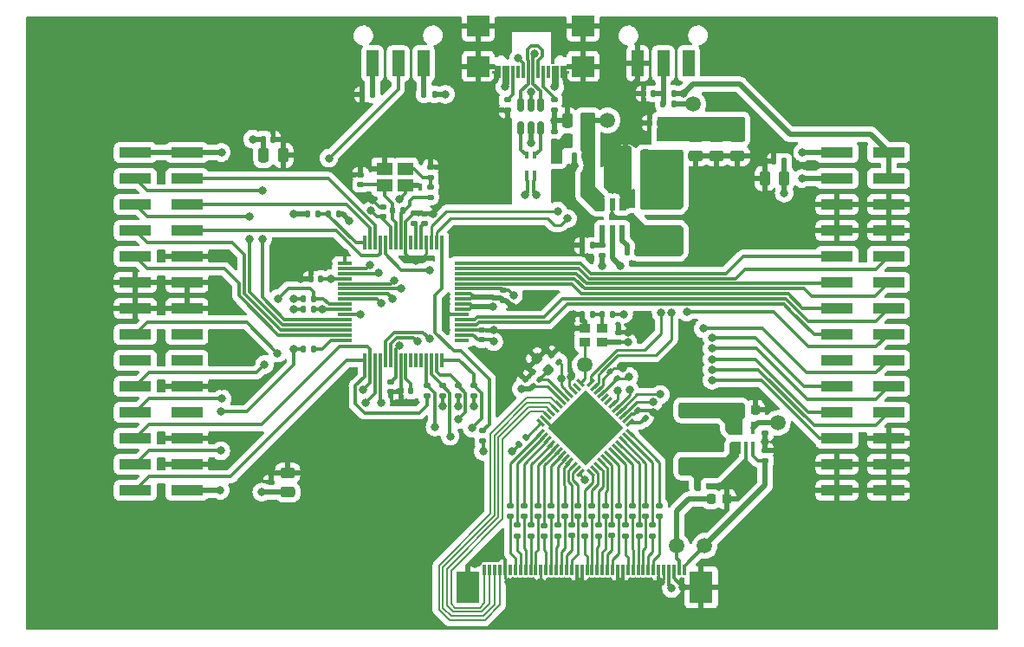
<source format=gtl>
G04 #@! TF.GenerationSoftware,KiCad,Pcbnew,(6.0.2)*
G04 #@! TF.CreationDate,2023-09-30T20:52:37-07:00*
G04 #@! TF.ProjectId,comscicalc_compute,636f6d73-6369-4636-916c-635f636f6d70,rev?*
G04 #@! TF.SameCoordinates,Original*
G04 #@! TF.FileFunction,Copper,L1,Top*
G04 #@! TF.FilePolarity,Positive*
%FSLAX46Y46*%
G04 Gerber Fmt 4.6, Leading zero omitted, Abs format (unit mm)*
G04 Created by KiCad (PCBNEW (6.0.2)) date 2023-09-30 20:52:37*
%MOMM*%
%LPD*%
G01*
G04 APERTURE LIST*
G04 Aperture macros list*
%AMRoundRect*
0 Rectangle with rounded corners*
0 $1 Rounding radius*
0 $2 $3 $4 $5 $6 $7 $8 $9 X,Y pos of 4 corners*
0 Add a 4 corners polygon primitive as box body*
4,1,4,$2,$3,$4,$5,$6,$7,$8,$9,$2,$3,0*
0 Add four circle primitives for the rounded corners*
1,1,$1+$1,$2,$3*
1,1,$1+$1,$4,$5*
1,1,$1+$1,$6,$7*
1,1,$1+$1,$8,$9*
0 Add four rect primitives between the rounded corners*
20,1,$1+$1,$2,$3,$4,$5,0*
20,1,$1+$1,$4,$5,$6,$7,0*
20,1,$1+$1,$6,$7,$8,$9,0*
20,1,$1+$1,$8,$9,$2,$3,0*%
%AMRotRect*
0 Rectangle, with rotation*
0 The origin of the aperture is its center*
0 $1 length*
0 $2 width*
0 $3 Rotation angle, in degrees counterclockwise*
0 Add horizontal line*
21,1,$1,$2,0,0,$3*%
G04 Aperture macros list end*
G04 #@! TA.AperFunction,SMDPad,CuDef*
%ADD10RoundRect,0.250000X0.475000X-0.250000X0.475000X0.250000X-0.475000X0.250000X-0.475000X-0.250000X0*%
G04 #@! TD*
G04 #@! TA.AperFunction,SMDPad,CuDef*
%ADD11RoundRect,0.140000X0.170000X-0.140000X0.170000X0.140000X-0.170000X0.140000X-0.170000X-0.140000X0*%
G04 #@! TD*
G04 #@! TA.AperFunction,SMDPad,CuDef*
%ADD12RoundRect,0.135000X-0.035355X0.226274X-0.226274X0.035355X0.035355X-0.226274X0.226274X-0.035355X0*%
G04 #@! TD*
G04 #@! TA.AperFunction,SMDPad,CuDef*
%ADD13RoundRect,0.135000X0.135000X0.185000X-0.135000X0.185000X-0.135000X-0.185000X0.135000X-0.185000X0*%
G04 #@! TD*
G04 #@! TA.AperFunction,SMDPad,CuDef*
%ADD14R,0.320000X0.430000*%
G04 #@! TD*
G04 #@! TA.AperFunction,SMDPad,CuDef*
%ADD15RoundRect,0.140000X-0.140000X-0.170000X0.140000X-0.170000X0.140000X0.170000X-0.140000X0.170000X0*%
G04 #@! TD*
G04 #@! TA.AperFunction,SMDPad,CuDef*
%ADD16C,1.500000*%
G04 #@! TD*
G04 #@! TA.AperFunction,SMDPad,CuDef*
%ADD17RoundRect,0.135000X0.185000X-0.135000X0.185000X0.135000X-0.185000X0.135000X-0.185000X-0.135000X0*%
G04 #@! TD*
G04 #@! TA.AperFunction,SMDPad,CuDef*
%ADD18R,0.300000X1.100000*%
G04 #@! TD*
G04 #@! TA.AperFunction,SMDPad,CuDef*
%ADD19R,2.300000X3.100000*%
G04 #@! TD*
G04 #@! TA.AperFunction,SMDPad,CuDef*
%ADD20RoundRect,0.140000X0.219203X0.021213X0.021213X0.219203X-0.219203X-0.021213X-0.021213X-0.219203X0*%
G04 #@! TD*
G04 #@! TA.AperFunction,SMDPad,CuDef*
%ADD21RoundRect,0.140000X-0.170000X0.140000X-0.170000X-0.140000X0.170000X-0.140000X0.170000X0.140000X0*%
G04 #@! TD*
G04 #@! TA.AperFunction,SMDPad,CuDef*
%ADD22RoundRect,0.135000X-0.185000X0.135000X-0.185000X-0.135000X0.185000X-0.135000X0.185000X0.135000X0*%
G04 #@! TD*
G04 #@! TA.AperFunction,SMDPad,CuDef*
%ADD23RoundRect,0.225000X0.335876X0.017678X0.017678X0.335876X-0.335876X-0.017678X-0.017678X-0.335876X0*%
G04 #@! TD*
G04 #@! TA.AperFunction,SMDPad,CuDef*
%ADD24RoundRect,0.150000X-0.150000X0.512500X-0.150000X-0.512500X0.150000X-0.512500X0.150000X0.512500X0*%
G04 #@! TD*
G04 #@! TA.AperFunction,SMDPad,CuDef*
%ADD25RoundRect,0.135000X-0.135000X-0.185000X0.135000X-0.185000X0.135000X0.185000X-0.135000X0.185000X0*%
G04 #@! TD*
G04 #@! TA.AperFunction,SMDPad,CuDef*
%ADD26RoundRect,0.135000X0.226274X0.035355X0.035355X0.226274X-0.226274X-0.035355X-0.035355X-0.226274X0*%
G04 #@! TD*
G04 #@! TA.AperFunction,SMDPad,CuDef*
%ADD27R,0.400000X1.200000*%
G04 #@! TD*
G04 #@! TA.AperFunction,SMDPad,CuDef*
%ADD28R,0.300000X1.475000*%
G04 #@! TD*
G04 #@! TA.AperFunction,SMDPad,CuDef*
%ADD29R,1.475000X0.300000*%
G04 #@! TD*
G04 #@! TA.AperFunction,SMDPad,CuDef*
%ADD30RotRect,0.300000X0.850000X315.000000*%
G04 #@! TD*
G04 #@! TA.AperFunction,SMDPad,CuDef*
%ADD31RotRect,0.300000X0.850000X225.000000*%
G04 #@! TD*
G04 #@! TA.AperFunction,SMDPad,CuDef*
%ADD32RotRect,5.250000X5.250000X225.000000*%
G04 #@! TD*
G04 #@! TA.AperFunction,SMDPad,CuDef*
%ADD33RoundRect,0.140000X0.140000X0.170000X-0.140000X0.170000X-0.140000X-0.170000X0.140000X-0.170000X0*%
G04 #@! TD*
G04 #@! TA.AperFunction,SMDPad,CuDef*
%ADD34R,0.400000X0.750000*%
G04 #@! TD*
G04 #@! TA.AperFunction,SMDPad,CuDef*
%ADD35RoundRect,0.250000X-0.250000X-0.475000X0.250000X-0.475000X0.250000X0.475000X-0.250000X0.475000X0*%
G04 #@! TD*
G04 #@! TA.AperFunction,SMDPad,CuDef*
%ADD36R,0.600000X1.150000*%
G04 #@! TD*
G04 #@! TA.AperFunction,SMDPad,CuDef*
%ADD37RoundRect,0.250000X0.250000X0.475000X-0.250000X0.475000X-0.250000X-0.475000X0.250000X-0.475000X0*%
G04 #@! TD*
G04 #@! TA.AperFunction,SMDPad,CuDef*
%ADD38RoundRect,0.225000X-0.225000X-0.250000X0.225000X-0.250000X0.225000X0.250000X-0.225000X0.250000X0*%
G04 #@! TD*
G04 #@! TA.AperFunction,SMDPad,CuDef*
%ADD39R,3.150000X1.000000*%
G04 #@! TD*
G04 #@! TA.AperFunction,SMDPad,CuDef*
%ADD40RoundRect,0.250000X-0.475000X0.250000X-0.475000X-0.250000X0.475000X-0.250000X0.475000X0.250000X0*%
G04 #@! TD*
G04 #@! TA.AperFunction,SMDPad,CuDef*
%ADD41R,1.200000X2.500000*%
G04 #@! TD*
G04 #@! TA.AperFunction,SMDPad,CuDef*
%ADD42R,1.000000X0.900000*%
G04 #@! TD*
G04 #@! TA.AperFunction,SMDPad,CuDef*
%ADD43RoundRect,0.250000X-0.262500X-0.450000X0.262500X-0.450000X0.262500X0.450000X-0.262500X0.450000X0*%
G04 #@! TD*
G04 #@! TA.AperFunction,SMDPad,CuDef*
%ADD44R,1.500000X1.200000*%
G04 #@! TD*
G04 #@! TA.AperFunction,SMDPad,CuDef*
%ADD45R,0.300000X1.150000*%
G04 #@! TD*
G04 #@! TA.AperFunction,SMDPad,CuDef*
%ADD46R,2.180000X2.000000*%
G04 #@! TD*
G04 #@! TA.AperFunction,SMDPad,CuDef*
%ADD47RoundRect,0.250000X-0.450000X0.262500X-0.450000X-0.262500X0.450000X-0.262500X0.450000X0.262500X0*%
G04 #@! TD*
G04 #@! TA.AperFunction,SMDPad,CuDef*
%ADD48R,4.000000X1.500000*%
G04 #@! TD*
G04 #@! TA.AperFunction,SMDPad,CuDef*
%ADD49R,3.560000X1.400000*%
G04 #@! TD*
G04 #@! TA.AperFunction,ViaPad*
%ADD50C,0.800000*%
G04 #@! TD*
G04 #@! TA.AperFunction,Conductor*
%ADD51C,0.300000*%
G04 #@! TD*
G04 #@! TA.AperFunction,Conductor*
%ADD52C,0.250000*%
G04 #@! TD*
G04 #@! TA.AperFunction,Conductor*
%ADD53C,0.500000*%
G04 #@! TD*
G04 #@! TA.AperFunction,Conductor*
%ADD54C,0.334300*%
G04 #@! TD*
G04 #@! TA.AperFunction,Conductor*
%ADD55C,0.200000*%
G04 #@! TD*
G04 APERTURE END LIST*
D10*
X129209800Y-79984600D03*
X129209800Y-78084600D03*
D11*
X138480800Y-53058000D03*
X138480800Y-52098000D03*
D12*
X152502626Y-74613941D03*
X151781378Y-75335189D03*
D13*
X134241000Y-52832000D03*
X133221000Y-52832000D03*
D14*
X169287002Y-80680765D03*
X169287002Y-79580765D03*
D11*
X148285200Y-61846400D03*
X148285200Y-60886400D03*
D15*
X126847600Y-45481200D03*
X127807600Y-45481200D03*
D16*
X168859200Y-42062400D03*
D17*
X163546602Y-84249565D03*
X163546602Y-83229565D03*
D11*
X143154400Y-49197200D03*
X143154400Y-48237200D03*
D16*
X167255002Y-85236165D03*
X158263402Y-67557765D03*
D18*
X148462602Y-87584365D03*
X148962602Y-87584365D03*
X149462602Y-87584365D03*
X149962602Y-87584365D03*
X150462602Y-87584365D03*
X150962602Y-87584365D03*
X151462602Y-87584365D03*
X151962602Y-87584365D03*
X152462602Y-87584365D03*
X152962602Y-87584365D03*
X153462602Y-87584365D03*
X153962602Y-87584365D03*
X154462602Y-87584365D03*
X154962602Y-87584365D03*
X155462602Y-87584365D03*
X155962602Y-87584365D03*
X156462602Y-87584365D03*
X156962602Y-87584365D03*
X157462602Y-87584365D03*
X157962602Y-87584365D03*
X158462602Y-87584365D03*
X158962602Y-87584365D03*
X159462602Y-87584365D03*
X159962602Y-87584365D03*
X160462602Y-87584365D03*
X160962602Y-87584365D03*
X161462602Y-87584365D03*
X161962602Y-87584365D03*
X162462602Y-87584365D03*
X162962602Y-87584365D03*
X163462602Y-87584365D03*
X163962602Y-87584365D03*
X164462602Y-87584365D03*
X164962602Y-87584365D03*
X165462602Y-87584365D03*
X165962602Y-87584365D03*
X166462602Y-87584365D03*
X166962602Y-87584365D03*
X167462602Y-87584365D03*
X167962602Y-87584365D03*
D19*
X146792602Y-89284365D03*
X169632602Y-89284365D03*
D20*
X161422213Y-68913176D03*
X160743391Y-68234354D03*
D17*
X154301002Y-84253565D03*
X154301002Y-83233565D03*
D21*
X139316400Y-69217600D03*
X139316400Y-70177600D03*
D22*
X150672800Y-41654000D03*
X150672800Y-42674000D03*
D20*
X153141813Y-69675176D03*
X152462991Y-68996354D03*
D23*
X154696610Y-68029573D03*
X153600594Y-66933557D03*
D17*
X150999002Y-82315165D03*
X150999002Y-81295165D03*
D24*
X153908800Y-42144100D03*
X152958800Y-42144100D03*
X152008800Y-42144100D03*
X152008800Y-44419100D03*
X152958800Y-44419100D03*
X153908800Y-44419100D03*
D17*
X147370800Y-70563200D03*
X147370800Y-69543200D03*
D25*
X157986000Y-55880000D03*
X159006000Y-55880000D03*
D17*
X148285200Y-74982800D03*
X148285200Y-73962800D03*
D20*
X155707213Y-67236776D03*
X155028391Y-66557954D03*
D26*
X164135826Y-72769789D03*
X163414578Y-72048541D03*
D22*
X175891002Y-73217965D03*
X175891002Y-74237965D03*
D27*
X173361402Y-75645165D03*
X174011402Y-75645165D03*
X174661402Y-75645165D03*
X174661402Y-73745165D03*
X173361402Y-73745165D03*
D25*
X158032802Y-62579365D03*
X159052802Y-62579365D03*
D28*
X144262800Y-55628400D03*
X143762800Y-55628400D03*
X143262800Y-55628400D03*
X142762800Y-55628400D03*
X142262800Y-55628400D03*
X141762800Y-55628400D03*
X141262800Y-55628400D03*
X140762800Y-55628400D03*
X140262800Y-55628400D03*
X139762800Y-55628400D03*
X139262800Y-55628400D03*
X138762800Y-55628400D03*
X138262800Y-55628400D03*
X137762800Y-55628400D03*
X137262800Y-55628400D03*
X136762800Y-55628400D03*
D29*
X134774800Y-57616400D03*
X134774800Y-58116400D03*
X134774800Y-58616400D03*
X134774800Y-59116400D03*
X134774800Y-59616400D03*
X134774800Y-60116400D03*
X134774800Y-60616400D03*
X134774800Y-61116400D03*
X134774800Y-61616400D03*
X134774800Y-62116400D03*
X134774800Y-62616400D03*
X134774800Y-63116400D03*
X134774800Y-63616400D03*
X134774800Y-64116400D03*
X134774800Y-64616400D03*
X134774800Y-65116400D03*
D28*
X136762800Y-67104400D03*
X137262800Y-67104400D03*
X137762800Y-67104400D03*
X138262800Y-67104400D03*
X138762800Y-67104400D03*
X139262800Y-67104400D03*
X139762800Y-67104400D03*
X140262800Y-67104400D03*
X140762800Y-67104400D03*
X141262800Y-67104400D03*
X141762800Y-67104400D03*
X142262800Y-67104400D03*
X142762800Y-67104400D03*
X143262800Y-67104400D03*
X143762800Y-67104400D03*
X144262800Y-67104400D03*
D29*
X146250800Y-65116400D03*
X146250800Y-64616400D03*
X146250800Y-64116400D03*
X146250800Y-63616400D03*
X146250800Y-63116400D03*
X146250800Y-62616400D03*
X146250800Y-62116400D03*
X146250800Y-61616400D03*
X146250800Y-61116400D03*
X146250800Y-60616400D03*
X146250800Y-60116400D03*
X146250800Y-59616400D03*
X146250800Y-59116400D03*
X146250800Y-58616400D03*
X146250800Y-58116400D03*
X146250800Y-57616400D03*
D30*
X162693502Y-73229510D03*
X162339949Y-72875957D03*
X161986395Y-72522403D03*
X161632842Y-72168850D03*
X161279288Y-71815297D03*
X160925735Y-71461743D03*
X160572182Y-71108190D03*
X160218628Y-70754637D03*
X159865075Y-70401083D03*
X159511522Y-70047530D03*
X159157968Y-69693976D03*
X158804415Y-69340423D03*
D31*
X157814465Y-69340423D03*
X157460912Y-69693976D03*
X157107358Y-70047530D03*
X156753805Y-70401083D03*
X156400252Y-70754637D03*
X156046698Y-71108190D03*
X155693145Y-71461743D03*
X155339592Y-71815297D03*
X154986038Y-72168850D03*
X154632485Y-72522403D03*
X154278931Y-72875957D03*
X153925378Y-73229510D03*
D30*
X153925378Y-74219460D03*
X154278931Y-74573013D03*
X154632485Y-74926567D03*
X154986038Y-75280120D03*
X155339592Y-75633673D03*
X155693145Y-75987227D03*
X156046698Y-76340780D03*
X156400252Y-76694333D03*
X156753805Y-77047887D03*
X157107358Y-77401440D03*
X157460912Y-77754994D03*
X157814465Y-78108547D03*
D31*
X158804415Y-78108547D03*
X159157968Y-77754994D03*
X159511522Y-77401440D03*
X159865075Y-77047887D03*
X160218628Y-76694333D03*
X160572182Y-76340780D03*
X160925735Y-75987227D03*
X161279288Y-75633673D03*
X161632842Y-75280120D03*
X161986395Y-74926567D03*
X162339949Y-74573013D03*
X162693502Y-74219460D03*
D32*
X158309440Y-73724485D03*
D33*
X141269600Y-70104000D03*
X140309600Y-70104000D03*
D13*
X131777200Y-65989200D03*
X130757200Y-65989200D03*
D34*
X153358800Y-47075000D03*
X152558800Y-47075000D03*
X152558800Y-48925000D03*
X153358800Y-48925000D03*
D33*
X164972400Y-41046400D03*
X164012400Y-41046400D03*
D35*
X126862800Y-47056000D03*
X128762800Y-47056000D03*
D36*
X161884400Y-51887600D03*
X160934400Y-51887600D03*
X159984400Y-51887600D03*
X159984400Y-54487600D03*
X160934400Y-54487600D03*
X161884400Y-54487600D03*
D33*
X165552000Y-43891200D03*
X164592000Y-43891200D03*
D37*
X164170400Y-49276000D03*
X162270400Y-49276000D03*
D17*
X151659402Y-84249565D03*
X151659402Y-83229565D03*
D38*
X170569402Y-80664165D03*
X172119402Y-80664165D03*
D17*
X175891002Y-76906965D03*
X175891002Y-75886965D03*
D16*
X177110202Y-73221965D03*
D39*
X119365000Y-79806800D03*
X114315000Y-79806800D03*
X119365000Y-77266800D03*
X114315000Y-77266800D03*
X119365000Y-74726800D03*
X114315000Y-74726800D03*
X119365000Y-72186800D03*
X114315000Y-72186800D03*
X119365000Y-69646800D03*
X114315000Y-69646800D03*
X119365000Y-67106800D03*
X114315000Y-67106800D03*
X119365000Y-64566800D03*
X114315000Y-64566800D03*
X119365000Y-62026800D03*
X114315000Y-62026800D03*
X119365000Y-59486800D03*
X114315000Y-59486800D03*
X119365000Y-56946800D03*
X114315000Y-56946800D03*
X119365000Y-54406800D03*
X114315000Y-54406800D03*
X119365000Y-51866800D03*
X114315000Y-51866800D03*
X119365000Y-49326800D03*
X114315000Y-49326800D03*
X119365000Y-46786800D03*
X114315000Y-46786800D03*
D11*
X136357800Y-49923800D03*
X136357800Y-48963800D03*
D25*
X131189000Y-52832000D03*
X132209000Y-52832000D03*
D13*
X137519600Y-41097200D03*
X136499600Y-41097200D03*
D17*
X161565402Y-82313165D03*
X161565402Y-81293165D03*
D33*
X158163200Y-47142400D03*
X157203200Y-47142400D03*
D17*
X160244602Y-82313165D03*
X160244602Y-81293165D03*
D40*
X173177200Y-45227200D03*
X173177200Y-47127200D03*
D38*
X173363402Y-71951965D03*
X174913402Y-71951965D03*
D17*
X159584202Y-84251565D03*
X159584202Y-83231565D03*
D11*
X127635000Y-79984600D03*
X127635000Y-79024600D03*
D17*
X164207002Y-82315165D03*
X164207002Y-81295165D03*
X144322800Y-70565200D03*
X144322800Y-69545200D03*
X143154400Y-51157600D03*
X143154400Y-50137600D03*
D22*
X141579600Y-52728400D03*
X141579600Y-53748400D03*
D37*
X164170400Y-47244000D03*
X162270400Y-47244000D03*
D41*
X163412800Y-38083400D03*
X165912800Y-38083400D03*
X168412800Y-38083400D03*
D37*
X158430000Y-43637200D03*
X156530000Y-43637200D03*
D17*
X162225802Y-84251565D03*
X162225802Y-83231565D03*
D13*
X143562800Y-41097200D03*
X142542800Y-41097200D03*
D37*
X177734000Y-49326800D03*
X175834000Y-49326800D03*
D35*
X158765200Y-49276000D03*
X160665200Y-49276000D03*
D42*
X159958802Y-64012165D03*
X158258802Y-64012165D03*
X158258802Y-65312165D03*
X159958802Y-65312165D03*
D17*
X155621802Y-84249565D03*
X155621802Y-83229565D03*
X158263402Y-84251565D03*
X158263402Y-83231565D03*
X162886202Y-82315165D03*
X162886202Y-81295165D03*
X156282202Y-82315165D03*
X156282202Y-81295165D03*
X158923802Y-82315165D03*
X158923802Y-81295165D03*
D25*
X139444000Y-52476400D03*
X140464000Y-52476400D03*
D22*
X155244800Y-41654000D03*
X155244800Y-42674000D03*
D43*
X156567500Y-45669200D03*
X158392500Y-45669200D03*
D16*
X160477200Y-43637200D03*
D17*
X156942602Y-84247565D03*
X156942602Y-83227565D03*
D25*
X130757200Y-62077600D03*
X131777200Y-62077600D03*
X165910800Y-42062400D03*
X166930800Y-42062400D03*
D44*
X138650000Y-49974400D03*
X140750000Y-49974400D03*
X140750000Y-48374400D03*
X138650000Y-48374400D03*
D39*
X182895000Y-46786800D03*
X187945000Y-46786800D03*
X182895000Y-49326800D03*
X187945000Y-49326800D03*
X182895000Y-51866800D03*
X187945000Y-51866800D03*
X182895000Y-54406800D03*
X187945000Y-54406800D03*
X182895000Y-56946800D03*
X187945000Y-56946800D03*
X182895000Y-59486800D03*
X187945000Y-59486800D03*
X182895000Y-62026800D03*
X187945000Y-62026800D03*
X182895000Y-64566800D03*
X187945000Y-64566800D03*
X182895000Y-67106800D03*
X187945000Y-67106800D03*
X182895000Y-69646800D03*
X187945000Y-69646800D03*
X182895000Y-72186800D03*
X187945000Y-72186800D03*
X182895000Y-74726800D03*
X187945000Y-74726800D03*
X182895000Y-77266800D03*
X187945000Y-77266800D03*
X182895000Y-79806800D03*
X187945000Y-79806800D03*
D25*
X130757200Y-61061600D03*
X131777200Y-61061600D03*
X159963202Y-62579365D03*
X160983202Y-62579365D03*
D33*
X163344800Y-56540400D03*
X162384800Y-56540400D03*
D11*
X142544800Y-53718400D03*
X142544800Y-52758400D03*
D17*
X154961402Y-82313165D03*
X154961402Y-81293165D03*
D33*
X132458400Y-59131200D03*
X131498400Y-59131200D03*
D17*
X142798800Y-70565200D03*
X142798800Y-69545200D03*
D16*
X169972802Y-85236165D03*
D17*
X153640602Y-82315165D03*
X153640602Y-81295165D03*
X145846800Y-70563200D03*
X145846800Y-69543200D03*
D11*
X148183600Y-65097600D03*
X148183600Y-64137600D03*
D40*
X171145200Y-45227200D03*
X171145200Y-47127200D03*
X169113200Y-45227200D03*
X169113200Y-47127200D03*
D17*
X160905002Y-84245565D03*
X160905002Y-83225565D03*
D13*
X166932800Y-41046400D03*
X165912800Y-41046400D03*
D22*
X159969200Y-55878000D03*
X159969200Y-56898000D03*
D33*
X177706000Y-47650400D03*
X176746000Y-47650400D03*
D17*
X165527802Y-82315165D03*
X165527802Y-81295165D03*
X152319802Y-82315165D03*
X152319802Y-81295165D03*
D45*
X156308800Y-38938400D03*
X155508800Y-38938400D03*
X154208800Y-38938400D03*
X153208800Y-38938400D03*
X152708800Y-38938400D03*
X151708800Y-38938400D03*
X150408800Y-38938400D03*
X149608800Y-38938400D03*
X149908800Y-38938400D03*
X150708800Y-38938400D03*
X151208800Y-38938400D03*
X152208800Y-38938400D03*
X153708800Y-38938400D03*
X154708800Y-38938400D03*
X155208800Y-38938400D03*
X156008800Y-38938400D03*
D46*
X158068800Y-34433400D03*
X147848800Y-34433400D03*
X158068800Y-38363400D03*
X147848800Y-38363400D03*
D11*
X155244800Y-45692000D03*
X155244800Y-44732000D03*
D17*
X152980202Y-84249565D03*
X152980202Y-83229565D03*
D47*
X165963600Y-45213900D03*
X165963600Y-47038900D03*
D41*
X137504800Y-38083400D03*
X140004800Y-38083400D03*
X142504800Y-38083400D03*
D48*
X165709600Y-51387600D03*
X165709600Y-54987600D03*
D49*
X169287002Y-77425165D03*
X169287002Y-71965165D03*
D17*
X157603002Y-82315165D03*
X157603002Y-81295165D03*
X164867402Y-84249565D03*
X164867402Y-83229565D03*
D21*
X150266400Y-60276800D03*
X150266400Y-61236800D03*
D11*
X161514602Y-65319965D03*
X161514602Y-64359965D03*
D20*
X153853013Y-68963976D03*
X153174191Y-68285154D03*
D50*
X158314202Y-73729965D03*
X122732800Y-56946800D03*
X160934400Y-50444400D03*
X151786402Y-68294365D03*
X144729200Y-61620400D03*
X158314202Y-76523965D03*
X140157200Y-51358800D03*
X179527200Y-51866800D03*
X173177200Y-48463200D03*
X143459200Y-52781200D03*
X179527200Y-54406800D03*
X143154400Y-47193200D03*
X138633200Y-46888400D03*
X158288802Y-78759165D03*
X152751602Y-66084565D03*
X156917202Y-68726165D03*
X163677600Y-43891200D03*
X179527200Y-77266800D03*
X122732800Y-59486800D03*
X157226000Y-48056800D03*
X152548402Y-67659365D03*
X136347200Y-47955200D03*
X179578000Y-79806800D03*
X149352000Y-64160400D03*
X157145802Y-62579365D03*
X124155200Y-74726800D03*
X141732000Y-57404000D03*
X162204400Y-50444400D03*
X153945402Y-88817565D03*
X151130000Y-61823600D03*
X162479802Y-64357365D03*
X174011402Y-77260565D03*
X147493802Y-87039565D03*
X161950400Y-67854571D03*
X155520202Y-73729965D03*
X135432800Y-41097200D03*
X171145200Y-48463200D03*
X134772400Y-56642000D03*
X172106402Y-79343365D03*
X127635000Y-78105000D03*
X167843200Y-89255600D03*
X165705602Y-88817565D03*
X137464800Y-51409600D03*
X162458400Y-40640000D03*
X176094202Y-71951965D03*
X150672800Y-43661600D03*
X156921200Y-40284400D03*
X154351802Y-65881365D03*
X155244800Y-43637200D03*
X128778000Y-45532000D03*
X161717802Y-88817565D03*
X169113200Y-48463200D03*
X164896800Y-72186800D03*
X122732800Y-69646800D03*
X122732800Y-62026800D03*
X150821202Y-88817565D03*
X158314202Y-70935965D03*
X122682000Y-77266800D03*
X157988000Y-54813200D03*
X140309600Y-71170800D03*
X152958800Y-40894000D03*
X157069602Y-64001765D03*
X175891002Y-75076165D03*
X161108202Y-73729965D03*
X175854400Y-47650400D03*
X157704602Y-88817565D03*
X148996400Y-40284400D03*
X130454400Y-59131200D03*
X179527200Y-46786800D03*
X137363200Y-52476400D03*
X151282400Y-60756800D03*
X172258802Y-71850365D03*
X179476400Y-49326800D03*
X162453508Y-65356521D03*
X133466400Y-59116400D03*
X122631200Y-79806800D03*
X135255000Y-53467000D03*
X125780800Y-45481200D03*
X122732800Y-46786800D03*
X173228000Y-43942000D03*
X149250400Y-61874400D03*
X172512802Y-73628365D03*
X162048002Y-62579365D03*
X144627600Y-41097200D03*
X169164000Y-43942000D03*
X155934238Y-68907237D03*
X126685000Y-79984600D03*
X149352000Y-65278000D03*
X152044400Y-69900800D03*
X170180000Y-43942000D03*
X172212000Y-43942000D03*
X166725600Y-89408000D03*
X129794000Y-61061600D03*
X162560000Y-68681600D03*
X168148000Y-43942000D03*
X177734000Y-50749200D03*
X140157200Y-65633600D03*
X171196000Y-43942000D03*
X159969200Y-57861200D03*
X165709600Y-50038000D03*
X129794000Y-52832000D03*
X160477200Y-43637200D03*
X167894000Y-41046400D03*
X155498800Y-46482000D03*
X155498800Y-47447200D03*
X155321000Y-40386000D03*
X150459300Y-40386000D03*
X152958800Y-45821600D03*
X137279929Y-57776249D03*
X152408800Y-50901600D03*
X153508800Y-50901600D03*
X138057747Y-58554067D03*
X156565600Y-53238400D03*
X166725600Y-62484000D03*
X165709600Y-62433200D03*
X155600400Y-52513900D03*
X143103600Y-58267600D03*
X168198800Y-62382400D03*
X169824400Y-64008000D03*
X139581748Y-59300252D03*
X140258800Y-60096400D03*
X170688000Y-64922400D03*
X170688000Y-65938400D03*
X139446000Y-61061600D03*
X170688000Y-67005200D03*
X138328400Y-61518800D03*
X128270000Y-61061600D03*
X126949200Y-67513200D03*
X133248400Y-47345600D03*
X132576000Y-62116400D03*
X136347200Y-62636400D03*
X128219200Y-66395600D03*
X126746000Y-50546000D03*
X126746000Y-55245000D03*
X125476000Y-55245000D03*
X125476000Y-53086000D03*
X136588700Y-70002400D03*
X145846800Y-71577200D03*
X122809000Y-70866000D03*
X147370800Y-71579200D03*
X136855200Y-71221600D03*
X138328400Y-71272400D03*
X144322800Y-71577200D03*
X170688000Y-68004703D03*
X143052800Y-65024000D03*
X141884400Y-65278000D03*
X170688000Y-69037200D03*
X161442400Y-70104000D03*
X143611600Y-73609200D03*
X145084800Y-74523600D03*
X164955493Y-71189022D03*
X145846800Y-72898000D03*
X162610800Y-69951600D03*
X147218400Y-73710800D03*
X165618595Y-70441157D03*
X151145659Y-75984822D03*
X177110202Y-73221965D03*
X148313542Y-75996800D03*
X168859200Y-42062400D03*
X161696400Y-57861200D03*
X122682000Y-75946000D03*
X129794000Y-62077600D03*
X122682000Y-72136000D03*
X129794000Y-65989200D03*
X153380459Y-37103120D03*
X151765000Y-37592000D03*
D51*
X139444000Y-53338000D02*
X139444000Y-52476400D01*
X139444000Y-52476400D02*
X139444000Y-51814000D01*
X139762800Y-55628400D02*
X139762800Y-53656800D01*
X139444000Y-51814000D02*
X138650000Y-51020000D01*
X139762800Y-53656800D02*
X139444000Y-53338000D01*
X138599400Y-49923800D02*
X138650000Y-49974400D01*
X136357800Y-49923800D02*
X138599400Y-49923800D01*
X138650000Y-51020000D02*
X138650000Y-49974400D01*
D52*
X159516284Y-70053010D02*
X160021381Y-69547913D01*
D51*
X136357800Y-48963800D02*
X136357800Y-47965800D01*
D53*
X149222400Y-60886400D02*
X149342320Y-61006320D01*
X114315000Y-59486800D02*
X119365000Y-59486800D01*
D52*
X160021381Y-69547913D02*
X160021381Y-68956364D01*
D51*
X153600594Y-66933557D02*
X152751602Y-66084565D01*
D53*
X127635000Y-79024600D02*
X127635000Y-78105000D01*
D51*
X146250800Y-60616400D02*
X147078000Y-60616400D01*
D53*
X187945000Y-79806800D02*
X179578000Y-79806800D01*
D51*
X138153200Y-52098000D02*
X137464800Y-51409600D01*
D53*
X163412800Y-38083400D02*
X163412800Y-39685600D01*
X187945000Y-74726800D02*
X187945000Y-79806800D01*
X156308800Y-38938400D02*
X156308800Y-39672000D01*
D51*
X147062000Y-61116400D02*
X146250800Y-61116400D01*
D53*
X150543200Y-61236800D02*
X151130000Y-61823600D01*
X114315000Y-62026800D02*
X119365000Y-62026800D01*
X164592000Y-43891200D02*
X163677600Y-43891200D01*
D51*
X158032802Y-62579365D02*
X157145802Y-62579365D01*
D54*
X152958800Y-42144100D02*
X152958800Y-40894000D01*
D51*
X140262800Y-67104400D02*
X140262800Y-70057200D01*
X147078000Y-60616400D02*
X147320000Y-60858400D01*
X138480800Y-52098000D02*
X138153200Y-52098000D01*
D53*
X187945000Y-54406800D02*
X182895000Y-54406800D01*
X163412800Y-39685600D02*
X162458400Y-40640000D01*
X148285200Y-60886400D02*
X147348000Y-60886400D01*
D51*
X158314202Y-76523965D02*
X158314202Y-73729965D01*
X147320000Y-60858400D02*
X147062000Y-61116400D01*
D53*
X164012400Y-41046400D02*
X162864800Y-41046400D01*
X182895000Y-51866800D02*
X179527200Y-51866800D01*
X162864800Y-41046400D02*
X162458400Y-40640000D01*
D52*
X161123174Y-67854571D02*
X161950400Y-67854571D01*
D53*
X175891002Y-75886965D02*
X175891002Y-75025365D01*
D52*
X153962602Y-89075365D02*
X153945402Y-89092565D01*
D53*
X129189400Y-78105000D02*
X129209800Y-78084600D01*
D51*
X162845353Y-72370553D02*
X162339949Y-72875957D01*
X158314202Y-73729965D02*
X155520202Y-73729965D01*
X140750000Y-50766000D02*
X140157200Y-51358800D01*
X140762800Y-55628400D02*
X140762800Y-53545200D01*
D52*
X160021381Y-68956364D02*
X160743391Y-68234354D01*
X153962602Y-88800365D02*
X153945402Y-88817565D01*
D51*
X148162400Y-64116400D02*
X148183600Y-64137600D01*
X146250800Y-64116400D02*
X148162400Y-64116400D01*
D53*
X157203200Y-47142400D02*
X157203200Y-48034000D01*
D51*
X140750000Y-49974400D02*
X140750000Y-50766000D01*
X166962602Y-88375002D02*
X167843200Y-89255600D01*
D53*
X182895000Y-77266800D02*
X179527200Y-77266800D01*
D51*
X134774800Y-56644400D02*
X134772400Y-56642000D01*
X138650000Y-46905200D02*
X138633200Y-46888400D01*
X145164278Y-62616400D02*
X144729200Y-62181322D01*
D53*
X187945000Y-77266800D02*
X182895000Y-77266800D01*
D51*
X155132939Y-73729965D02*
X154278931Y-72875957D01*
X146250800Y-62616400D02*
X145164278Y-62616400D01*
X152462991Y-68970954D02*
X151786402Y-68294365D01*
D53*
X150035920Y-61006320D02*
X150266400Y-61236800D01*
D51*
X155520202Y-73729965D02*
X155132939Y-73729965D01*
D52*
X160743391Y-68234354D02*
X160743391Y-68227376D01*
D51*
X158314202Y-70935965D02*
X158314202Y-73729965D01*
D52*
X161462602Y-88562365D02*
X161717802Y-88817565D01*
D51*
X153174191Y-68285154D02*
X152548402Y-67659365D01*
D53*
X149342320Y-61006320D02*
X150035920Y-61006320D01*
D52*
X157462602Y-87584365D02*
X157462602Y-88575565D01*
X142762800Y-56664922D02*
X142074522Y-57353200D01*
D51*
X138650000Y-48374400D02*
X138650000Y-46905200D01*
X164758541Y-72048541D02*
X164896800Y-72186800D01*
D53*
X149608800Y-39672000D02*
X148996400Y-40284400D01*
D52*
X161462602Y-87584365D02*
X161462602Y-88562365D01*
X157962602Y-87584365D02*
X157962602Y-88559565D01*
D53*
X150672800Y-42698400D02*
X150672800Y-43661600D01*
X119365000Y-69646800D02*
X122732800Y-69646800D01*
X172119402Y-79356365D02*
X172106402Y-79343365D01*
D51*
X139316400Y-70177600D02*
X140236000Y-70177600D01*
D52*
X165962602Y-88560565D02*
X165705602Y-88817565D01*
D51*
X157080002Y-64012165D02*
X157069602Y-64001765D01*
X140762800Y-55628400D02*
X140762800Y-56714922D01*
D52*
X157962602Y-88559565D02*
X157704602Y-88817565D01*
D53*
X175891002Y-75025365D02*
X175891002Y-74237965D01*
D51*
X155028391Y-66557954D02*
X154351802Y-65881365D01*
D52*
X156734568Y-68908799D02*
X156917202Y-68726165D01*
X142074522Y-57353200D02*
X141833600Y-57353200D01*
D51*
X166962602Y-87584365D02*
X166962602Y-88375002D01*
X141401078Y-57353200D02*
X141833600Y-57353200D01*
X161108202Y-73729965D02*
X158314202Y-73729965D01*
D52*
X161962602Y-88572765D02*
X161717802Y-88817565D01*
D51*
X140762800Y-53545200D02*
X141579600Y-52728400D01*
D53*
X157203200Y-48034000D02*
X157226000Y-48056800D01*
X157986000Y-55880000D02*
X157986000Y-54815200D01*
D52*
X153962602Y-87584365D02*
X153962602Y-88800365D01*
D51*
X143154400Y-48237200D02*
X143154400Y-47193200D01*
X149329200Y-64137600D02*
X149352000Y-64160400D01*
D52*
X165962602Y-87584365D02*
X165962602Y-88560565D01*
X142762800Y-55628400D02*
X142762800Y-56664922D01*
D53*
X148285200Y-60886400D02*
X149222400Y-60886400D01*
D51*
X163414578Y-72048541D02*
X164758541Y-72048541D01*
D53*
X128778000Y-47040800D02*
X128762800Y-47056000D01*
D52*
X150462602Y-88458965D02*
X150821202Y-88817565D01*
D53*
X157986000Y-54815200D02*
X157988000Y-54813200D01*
X128727200Y-45481200D02*
X128778000Y-45532000D01*
D51*
X131498400Y-59131200D02*
X130454400Y-59131200D01*
D52*
X157462602Y-88575565D02*
X157704602Y-88817565D01*
D51*
X143406400Y-52728400D02*
X143459200Y-52781200D01*
D52*
X165462602Y-87584365D02*
X165462602Y-88574565D01*
D53*
X127635000Y-78105000D02*
X129189400Y-78105000D01*
X172119402Y-80664165D02*
X172119402Y-79356365D01*
D51*
X140762800Y-56714922D02*
X141401078Y-57353200D01*
D52*
X150462602Y-87584365D02*
X150462602Y-88458965D01*
X165462602Y-88574565D02*
X165705602Y-88817565D01*
X156917202Y-68726165D02*
X156729806Y-68913561D01*
D53*
X119365000Y-77266800D02*
X122682000Y-77266800D01*
X175834000Y-47670800D02*
X175854400Y-47650400D01*
D51*
X152462991Y-68996354D02*
X152462991Y-68970954D01*
D53*
X176746000Y-47650400D02*
X175854400Y-47650400D01*
D52*
X156729806Y-68913561D02*
X156729806Y-69669978D01*
D53*
X136499600Y-41097200D02*
X135432800Y-41097200D01*
D51*
X162477202Y-64359965D02*
X162479802Y-64357365D01*
X161514602Y-64359965D02*
X162477202Y-64359965D01*
D53*
X127807600Y-45481200D02*
X128727200Y-45481200D01*
D51*
X144729200Y-62181322D02*
X144729200Y-61620400D01*
X163414578Y-72048541D02*
X163409459Y-72048541D01*
D53*
X128778000Y-45532000D02*
X128778000Y-47040800D01*
D51*
X141579600Y-52728400D02*
X143406400Y-52728400D01*
D52*
X156729806Y-69669978D02*
X157107358Y-70047530D01*
D53*
X119365000Y-74726800D02*
X124155200Y-74726800D01*
D52*
X157819227Y-78289590D02*
X158288802Y-78759165D01*
D51*
X148183600Y-64137600D02*
X149329200Y-64137600D01*
X163087447Y-72370553D02*
X162845353Y-72370553D01*
D53*
X147348000Y-60886400D02*
X147320000Y-60858400D01*
X150266400Y-61236800D02*
X150543200Y-61236800D01*
D51*
X140750000Y-49974400D02*
X140750000Y-50427600D01*
D52*
X161962602Y-87584365D02*
X161962602Y-88572765D01*
D51*
X140236000Y-70177600D02*
X140309600Y-70104000D01*
D52*
X157819227Y-78114027D02*
X157819227Y-78289590D01*
D51*
X140309600Y-70104000D02*
X140309600Y-71170800D01*
D53*
X175834000Y-49326800D02*
X175834000Y-47670800D01*
D51*
X163409459Y-72048541D02*
X163087447Y-72370553D01*
D53*
X119365000Y-62026800D02*
X122732800Y-62026800D01*
D51*
X136357800Y-47965800D02*
X136347200Y-47955200D01*
D53*
X187945000Y-51866800D02*
X182895000Y-51866800D01*
D51*
X158258802Y-64012165D02*
X157080002Y-64012165D01*
D53*
X182895000Y-54406800D02*
X179527200Y-54406800D01*
D52*
X160743391Y-68234354D02*
X161123174Y-67854571D01*
D51*
X174011402Y-75645165D02*
X174011402Y-77260565D01*
X140262800Y-70057200D02*
X140309600Y-70104000D01*
X134774800Y-57616400D02*
X134774800Y-56644400D01*
D53*
X119365000Y-56946800D02*
X122732800Y-56946800D01*
D52*
X157112120Y-70053010D02*
X156734568Y-69675458D01*
D53*
X149608800Y-38938400D02*
X149608800Y-39672000D01*
X174913402Y-71951965D02*
X176094202Y-71951965D01*
X156308800Y-39672000D02*
X156921200Y-40284400D01*
X119365000Y-59486800D02*
X122732800Y-59486800D01*
D52*
X155707213Y-67236776D02*
X155952002Y-67481565D01*
X156758567Y-70406563D02*
X155934238Y-69582234D01*
X161422213Y-68913176D02*
X161470781Y-68913176D01*
D53*
X126847600Y-47040800D02*
X126862800Y-47056000D01*
X148285200Y-61846400D02*
X147292000Y-61846400D01*
D51*
X161514602Y-65319965D02*
X162416952Y-65319965D01*
D52*
X155952002Y-68889473D02*
X155934238Y-68907237D01*
D51*
X138480800Y-53058000D02*
X137944800Y-53058000D01*
D52*
X161422213Y-68913176D02*
X161363224Y-68913176D01*
D51*
X147337322Y-64616400D02*
X147818522Y-65097600D01*
D53*
X126847600Y-45481200D02*
X126847600Y-47040800D01*
X177734000Y-49326800D02*
X177734000Y-47678400D01*
X134241000Y-52832000D02*
X134620000Y-52832000D01*
D51*
X147818522Y-65097600D02*
X148183600Y-65097600D01*
D52*
X154990895Y-70053105D02*
X156051460Y-71113670D01*
D53*
X159958802Y-65312165D02*
X161446202Y-65312165D01*
X126847600Y-45481200D02*
X125780800Y-45481200D01*
D52*
X162328424Y-68913176D02*
X162560000Y-68681600D01*
D51*
X148183600Y-65097600D02*
X149171600Y-65097600D01*
D53*
X114315000Y-46786800D02*
X119365000Y-46786800D01*
D51*
X150266400Y-60276800D02*
X150802400Y-60276800D01*
X130757200Y-61061600D02*
X129794000Y-61061600D01*
X147062000Y-61616400D02*
X147269200Y-61823600D01*
D53*
X119365000Y-79806800D02*
X122631200Y-79806800D01*
D51*
X139762800Y-67104400D02*
X139762800Y-68771200D01*
D52*
X154776224Y-69838434D02*
X154990895Y-70053105D01*
D51*
X132458400Y-59131200D02*
X133451600Y-59131200D01*
X146250800Y-60116400D02*
X150106000Y-60116400D01*
D53*
X152916189Y-69900800D02*
X153141813Y-69675176D01*
X127635000Y-79984600D02*
X126685000Y-79984600D01*
D52*
X155934238Y-69582234D02*
X155934238Y-68907237D01*
D51*
X139262800Y-54043200D02*
X138480800Y-53261200D01*
X137944800Y-53058000D02*
X137363200Y-52476400D01*
X133451600Y-59131200D02*
X133466400Y-59116400D01*
X150294400Y-60248800D02*
X150266400Y-60276800D01*
D52*
X154612966Y-69675176D02*
X153141813Y-69675176D01*
D51*
X147269200Y-61823600D02*
X146976400Y-62116400D01*
D53*
X177734000Y-49326800D02*
X177734000Y-50749200D01*
D51*
X150106000Y-60116400D02*
X150266400Y-60276800D01*
D52*
X161363224Y-68913176D02*
X159869837Y-70406563D01*
D51*
X149171600Y-65097600D02*
X149352000Y-65278000D01*
D53*
X182895000Y-46786800D02*
X179527200Y-46786800D01*
X129209800Y-79984600D02*
X127635000Y-79984600D01*
D51*
X146250800Y-64616400D02*
X147337322Y-64616400D01*
D53*
X148285200Y-61846400D02*
X149324000Y-61846400D01*
D51*
X146976400Y-62116400D02*
X146250800Y-62116400D01*
X160983202Y-62579365D02*
X162048002Y-62579365D01*
D53*
X143562800Y-41097200D02*
X144627600Y-41097200D01*
X177734000Y-47678400D02*
X177706000Y-47650400D01*
D51*
X150802400Y-60276800D02*
X151282400Y-60756800D01*
X139762800Y-68771200D02*
X139316400Y-69217600D01*
D53*
X182895000Y-49326800D02*
X179476400Y-49326800D01*
X119365000Y-46786800D02*
X122732800Y-46786800D01*
D51*
X166462602Y-89145002D02*
X166725600Y-89408000D01*
X162416952Y-65319965D02*
X162453508Y-65356521D01*
X139262800Y-55628400D02*
X139262800Y-54043200D01*
D52*
X154990895Y-70053105D02*
X154612966Y-69675176D01*
D53*
X147292000Y-61846400D02*
X147269200Y-61823600D01*
D51*
X146250800Y-61616400D02*
X147062000Y-61616400D01*
D53*
X134620000Y-52832000D02*
X135255000Y-53467000D01*
D51*
X166462602Y-87584365D02*
X166462602Y-89145002D01*
D53*
X152044400Y-69900800D02*
X152916189Y-69900800D01*
D52*
X155952002Y-67481565D02*
X155952002Y-68889473D01*
X161422213Y-68913176D02*
X162328424Y-68913176D01*
D53*
X149324000Y-61846400D02*
X149352000Y-61874400D01*
D51*
X139762800Y-67104400D02*
X139762800Y-66028000D01*
D52*
X156192691Y-69840687D02*
X156758567Y-70406563D01*
D51*
X139762800Y-66028000D02*
X140157200Y-65633600D01*
X134774800Y-59116400D02*
X133466400Y-59116400D01*
X141592400Y-48374400D02*
X142415200Y-49197200D01*
X140750000Y-48374400D02*
X141592400Y-48374400D01*
X142415200Y-49197200D02*
X143154400Y-49197200D01*
X143154400Y-49197200D02*
X143154400Y-50137600D01*
X142544800Y-53718400D02*
X142262800Y-54000400D01*
X142262800Y-54000400D02*
X142262800Y-55628400D01*
X140762800Y-68880800D02*
X141269600Y-69387600D01*
X141269600Y-69387600D02*
X141269600Y-70104000D01*
X140762800Y-67104400D02*
X140762800Y-68880800D01*
X167462602Y-87584365D02*
X167462602Y-86688365D01*
X167255002Y-86480765D02*
X167255002Y-85236165D01*
X167462602Y-86688365D02*
X167255002Y-86480765D01*
D53*
X170569402Y-80664165D02*
X169303602Y-80664165D01*
X169287002Y-80680765D02*
X168381402Y-80680765D01*
X169303602Y-80664165D02*
X169287002Y-80680765D01*
X167255002Y-81807165D02*
X167255002Y-85236165D01*
X168381402Y-80680765D02*
X167255002Y-81807165D01*
X159969200Y-56898000D02*
X159969200Y-57861200D01*
X161884400Y-55382200D02*
X162384800Y-55882600D01*
X162384800Y-55882600D02*
X162384800Y-56540400D01*
X161884400Y-54487600D02*
X161884400Y-55382200D01*
X187945000Y-46786800D02*
X186167000Y-45008800D01*
X173431200Y-40132000D02*
X168808400Y-40132000D01*
X186167000Y-45008800D02*
X178308000Y-45008800D01*
X168808400Y-40132000D02*
X167894000Y-41046400D01*
X160477200Y-43637200D02*
X158430000Y-43637200D01*
X166932800Y-41046400D02*
X167894000Y-41046400D01*
X187945000Y-49326800D02*
X187945000Y-46786800D01*
X178308000Y-45008800D02*
X173431200Y-40132000D01*
X131189000Y-52832000D02*
X129794000Y-52832000D01*
X165912800Y-38083400D02*
X165912800Y-41046400D01*
X165912800Y-41046400D02*
X165912800Y-42060400D01*
X165912800Y-42060400D02*
X165910800Y-42062400D01*
X164972400Y-41046400D02*
X165912800Y-41046400D01*
D51*
X150708800Y-38938400D02*
X150708800Y-40136500D01*
X150708800Y-40136500D02*
X150459300Y-40386000D01*
X155208800Y-38938400D02*
X155208800Y-40273800D01*
D53*
X152958800Y-44419100D02*
X152958800Y-45821600D01*
D51*
X155208800Y-40273800D02*
X155321000Y-40386000D01*
X150408800Y-38938400D02*
X150408800Y-40335500D01*
X155508800Y-38938400D02*
X155508800Y-40198200D01*
X155508800Y-40198200D02*
X155321000Y-40386000D01*
X150408800Y-40335500D02*
X150459300Y-40386000D01*
D52*
X153853013Y-68963976D02*
X154608873Y-68963976D01*
X154608873Y-68963976D02*
X156405014Y-70760117D01*
X153853013Y-68873170D02*
X154696610Y-68029573D01*
X153853013Y-68963976D02*
X153853013Y-68873170D01*
D54*
X153908800Y-44419100D02*
X153908800Y-46525000D01*
X153908800Y-46525000D02*
X153358800Y-47075000D01*
X152008800Y-46525000D02*
X152558800Y-47075000D01*
X152008800Y-44419100D02*
X152008800Y-46525000D01*
X152558800Y-49487501D02*
X152641650Y-49570351D01*
D51*
X136939778Y-58116400D02*
X137279929Y-57776249D01*
X134774800Y-58116400D02*
X136939778Y-58116400D01*
D54*
X152641650Y-50668750D02*
X152408800Y-50901600D01*
X152558800Y-48925000D02*
X152558800Y-49487501D01*
X152641650Y-49570351D02*
X152641650Y-50668750D01*
X153275950Y-50668750D02*
X153508800Y-50901600D01*
X153358800Y-49487501D02*
X153275950Y-49570351D01*
D51*
X137995414Y-58616400D02*
X138057747Y-58554067D01*
D54*
X153358800Y-48925000D02*
X153358800Y-49487501D01*
X153275950Y-49570351D02*
X153275950Y-50668750D01*
D51*
X134774800Y-58616400D02*
X134775280Y-58615920D01*
X134774800Y-58616400D02*
X137995414Y-58616400D01*
X148285200Y-73962800D02*
X148894800Y-73353200D01*
X148894800Y-68935600D02*
X146151600Y-66192400D01*
X146151600Y-66192400D02*
X145440400Y-66192400D01*
X144262800Y-60105600D02*
X144262800Y-55628400D01*
X148894800Y-73353200D02*
X148894800Y-68935600D01*
X145440400Y-66192400D02*
X143611600Y-64363600D01*
X143611600Y-60756800D02*
X144262800Y-60105600D01*
X143611600Y-64363600D02*
X143611600Y-60756800D01*
D52*
X155905200Y-53898800D02*
X156565600Y-53238400D01*
X165164111Y-66636289D02*
X166725600Y-65074800D01*
X159162730Y-69699456D02*
X159571861Y-69290325D01*
X143762800Y-55628400D02*
X143762800Y-54591878D01*
X161446197Y-66636289D02*
X165164111Y-66636289D01*
X159837443Y-68245043D02*
X160059122Y-68023363D01*
X154584400Y-53238400D02*
X155244800Y-53898800D01*
X159571861Y-69290325D02*
X159571861Y-68510624D01*
X159837443Y-68245043D02*
X161446197Y-66636289D01*
X166725600Y-65074800D02*
X166725600Y-62484000D01*
X159571861Y-68510624D02*
X159837443Y-68245043D01*
X145116278Y-53238400D02*
X154584400Y-53238400D01*
X155244800Y-53898800D02*
X155905200Y-53898800D01*
X143762800Y-54591878D02*
X145116278Y-53238400D01*
X158809177Y-68637590D02*
X161355968Y-66090800D01*
X143262800Y-54002214D02*
X144737814Y-52527200D01*
X161355968Y-66090800D02*
X164084000Y-66090800D01*
X165709600Y-64465200D02*
X165709600Y-62433200D01*
X155600400Y-52513900D02*
X150787700Y-52513900D01*
X158809177Y-69345903D02*
X158809177Y-68637590D01*
X164084000Y-66090800D02*
X165709600Y-64465200D01*
X144737814Y-52527200D02*
X150774400Y-52527200D01*
X143262800Y-55628400D02*
X143262800Y-54002214D01*
D51*
X141762800Y-53931600D02*
X141762800Y-55628400D01*
X141579600Y-53748400D02*
X141762800Y-53931600D01*
X140614400Y-52476400D02*
X141147800Y-51943000D01*
X140464000Y-52476400D02*
X140614400Y-52476400D01*
X140262800Y-52677600D02*
X140262800Y-55628400D01*
X141147800Y-51943000D02*
X141147800Y-51485800D01*
X140464000Y-52476400D02*
X140262800Y-52677600D01*
X141147800Y-51485800D02*
X141476000Y-51157600D01*
X141476000Y-51157600D02*
X143154400Y-51157600D01*
X138762800Y-55628400D02*
X138762800Y-56714922D01*
X138762800Y-56714922D02*
X140315478Y-58267600D01*
X168198800Y-62382400D02*
X176682400Y-62382400D01*
X186725800Y-65786000D02*
X180086000Y-65786000D01*
X176682400Y-62382400D02*
X180086000Y-65786000D01*
X187945000Y-64566800D02*
X186725800Y-65786000D01*
X140315478Y-58267600D02*
X143103600Y-58267600D01*
X133153630Y-49326800D02*
X119365000Y-49326800D01*
X137762800Y-53935970D02*
X133153630Y-49326800D01*
X137762800Y-55628400D02*
X137762800Y-53935970D01*
X137262800Y-55628400D02*
X137262800Y-54142398D01*
X137262800Y-54142398D02*
X134987202Y-51866800D01*
X134987202Y-51866800D02*
X119365000Y-51866800D01*
X138049000Y-56896000D02*
X138262800Y-56682200D01*
X119365000Y-54406800D02*
X133954678Y-54406800D01*
X133954678Y-54406800D02*
X136443878Y-56896000D01*
X138262800Y-56682200D02*
X138262800Y-55628400D01*
X136443878Y-56896000D02*
X138049000Y-56896000D01*
X175615600Y-64008000D02*
X179933600Y-68326000D01*
X169824400Y-64008000D02*
X175615600Y-64008000D01*
X186725800Y-68326000D02*
X179933600Y-68326000D01*
X139265600Y-59616400D02*
X139581748Y-59300252D01*
X187945000Y-67106800D02*
X186725800Y-68326000D01*
X134774800Y-59616400D02*
X139265600Y-59616400D01*
X140238800Y-60116400D02*
X140258800Y-60096400D01*
X179628800Y-69646800D02*
X182895000Y-69646800D01*
X170688000Y-64922400D02*
X174904400Y-64922400D01*
X134774800Y-60116400D02*
X140238800Y-60116400D01*
X174904400Y-64922400D02*
X179628800Y-69646800D01*
X175006000Y-65938400D02*
X172059600Y-65938400D01*
X170688000Y-65938400D02*
X172059600Y-65938400D01*
X179984400Y-70916800D02*
X175006000Y-65938400D01*
X187945000Y-69646800D02*
X186675000Y-70916800D01*
X186675000Y-70916800D02*
X179984400Y-70916800D01*
X139000800Y-60616400D02*
X139446000Y-61061600D01*
X172059600Y-65938400D02*
X173431200Y-65938400D01*
X134774800Y-60616400D02*
X139000800Y-60616400D01*
X134774800Y-61116400D02*
X137926000Y-61116400D01*
X182895000Y-72186800D02*
X180086000Y-72186800D01*
X174904400Y-67005200D02*
X170688000Y-67005200D01*
X137926000Y-61116400D02*
X138328400Y-61518800D01*
X180086000Y-72186800D02*
X174904400Y-67005200D01*
X132689600Y-61061600D02*
X131777200Y-61061600D01*
X114315000Y-69646800D02*
X115635800Y-68326000D01*
X133244400Y-61616400D02*
X132689600Y-61061600D01*
X115635800Y-68326000D02*
X126136400Y-68326000D01*
X129286000Y-60045600D02*
X131419600Y-60045600D01*
X131419600Y-60045600D02*
X131777200Y-60403200D01*
X134774800Y-61616400D02*
X133244400Y-61616400D01*
X128270000Y-61061600D02*
X129286000Y-60045600D01*
X131777200Y-60403200D02*
X131777200Y-61061600D01*
X126136400Y-68326000D02*
X126949200Y-67513200D01*
X131777200Y-62077600D02*
X132537200Y-62077600D01*
X134774800Y-62116400D02*
X132576000Y-62116400D01*
X132537200Y-62077600D02*
X132576000Y-62116400D01*
X140004800Y-40589200D02*
X140004800Y-38083400D01*
X133248400Y-47345600D02*
X140004800Y-40589200D01*
X134774800Y-62616400D02*
X136327200Y-62616400D01*
X115508800Y-63373000D02*
X125196600Y-63373000D01*
X114315000Y-64566800D02*
X115508800Y-63373000D01*
X136327200Y-62616400D02*
X136347200Y-62636400D01*
X125196600Y-63373000D02*
X128219200Y-66395600D01*
X134774800Y-63116400D02*
X131193600Y-63116400D01*
X126746000Y-60960000D02*
X126746000Y-55245000D01*
X114315000Y-49326800D02*
X115534200Y-50546000D01*
X115534200Y-50546000D02*
X126746000Y-50546000D01*
X131193600Y-63116400D02*
X128902400Y-63116400D01*
X128902400Y-63116400D02*
X126746000Y-60960000D01*
X130439600Y-63616400D02*
X134774800Y-63616400D01*
X125476000Y-60396428D02*
X125476000Y-55245000D01*
X126456286Y-61376714D02*
X125476000Y-60396428D01*
X130439600Y-63616400D02*
X128695973Y-63616400D01*
X115534200Y-53086000D02*
X114315000Y-51866800D01*
X125476000Y-53086000D02*
X115534200Y-53086000D01*
X128695973Y-63616400D02*
X126456286Y-61376714D01*
X132588000Y-65989200D02*
X131777200Y-65989200D01*
X134774800Y-65116400D02*
X133460800Y-65116400D01*
X133460800Y-65116400D02*
X132588000Y-65989200D01*
X135839200Y-69596000D02*
X135839200Y-71374000D01*
X142798800Y-71475600D02*
X142798800Y-70565200D01*
X136762800Y-67104400D02*
X136762800Y-68672400D01*
X135839200Y-71374000D02*
X136702800Y-72237600D01*
X134978000Y-67104400D02*
X136762800Y-67104400D01*
X136762800Y-68672400D02*
X135839200Y-69596000D01*
X115635800Y-78486000D02*
X123596400Y-78486000D01*
X114315000Y-79806800D02*
X115635800Y-78486000D01*
X136702800Y-72237600D02*
X142036800Y-72237600D01*
X142036800Y-72237600D02*
X142798800Y-71475600D01*
X123596400Y-78486000D02*
X134978000Y-67104400D01*
X137030922Y-65786000D02*
X136296400Y-65786000D01*
X137262800Y-67104400D02*
X137262800Y-69328300D01*
X137262800Y-67104400D02*
X137262800Y-66017878D01*
X115635800Y-73406000D02*
X114315000Y-74726800D01*
X137262800Y-66017878D02*
X137030922Y-65786000D01*
X145846800Y-70563200D02*
X145846800Y-71628000D01*
X126695200Y-73406000D02*
X115635800Y-73406000D01*
X134315200Y-65786000D02*
X126695200Y-73406000D01*
X136296400Y-65786000D02*
X135737600Y-65786000D01*
X137262800Y-69328300D02*
X136588700Y-70002400D01*
X135737600Y-65786000D02*
X135026400Y-65786000D01*
X135737600Y-65786000D02*
X134315200Y-65786000D01*
X147370800Y-70563200D02*
X147370800Y-71579200D01*
X121412000Y-70866000D02*
X122809000Y-70866000D01*
X137762800Y-70314000D02*
X136855200Y-71221600D01*
X115635800Y-70866000D02*
X121412000Y-70866000D01*
X114315000Y-72186800D02*
X115635800Y-70866000D01*
X137762800Y-67104400D02*
X137762800Y-70314000D01*
X138262800Y-67104400D02*
X138262800Y-71206800D01*
X138262800Y-71206800D02*
X138328400Y-71272400D01*
X144322800Y-70565200D02*
X144322800Y-71577200D01*
X186675000Y-73456800D02*
X182575200Y-73456800D01*
X142413370Y-64384570D02*
X143052800Y-65024000D01*
X180649572Y-73456800D02*
X182575200Y-73456800D01*
X139639833Y-64384570D02*
X142413370Y-64384570D01*
X187945000Y-72186800D02*
X186675000Y-73456800D01*
X170688000Y-68004703D02*
X175197475Y-68004703D01*
X138762800Y-65261603D02*
X139639833Y-64384570D01*
X175197475Y-68004703D02*
X180649572Y-73456800D01*
X138762800Y-67104400D02*
X138762800Y-65261603D01*
X139262800Y-67104400D02*
X139262800Y-65468030D01*
X175514000Y-69037200D02*
X181203600Y-74726800D01*
X181203600Y-74726800D02*
X182895000Y-74726800D01*
X139846741Y-64884089D02*
X141490489Y-64884089D01*
X141490489Y-64884089D02*
X141884400Y-65278000D01*
X170688000Y-69037200D02*
X175514000Y-69037200D01*
X139262800Y-65468030D02*
X139846741Y-64884089D01*
D52*
X161442400Y-70945078D02*
X160925735Y-71461743D01*
D51*
X143573289Y-73570889D02*
X143611600Y-73609200D01*
X142762800Y-67104400D02*
X142762800Y-69509200D01*
X143573289Y-70319689D02*
X143573289Y-73570889D01*
D52*
X161442400Y-70104000D02*
X161442400Y-70945078D01*
D51*
X142798800Y-69545200D02*
X143573289Y-70319689D01*
X142762800Y-69509200D02*
X142798800Y-69545200D01*
X143262800Y-68485200D02*
X144322800Y-69545200D01*
D52*
X163319776Y-71189022D02*
X164955493Y-71189022D01*
X161986395Y-72522403D02*
X163319776Y-71189022D01*
D51*
X144322800Y-69545200D02*
X145072311Y-70294711D01*
X143262800Y-67104400D02*
X143262800Y-68485200D01*
X145072311Y-74511111D02*
X145084800Y-74523600D01*
X145072311Y-70294711D02*
X145072311Y-74511111D01*
X145846800Y-69342000D02*
X145846800Y-69543200D01*
X146596311Y-70292711D02*
X145846800Y-69543200D01*
X145084800Y-68580000D02*
X145846800Y-69342000D01*
X143762800Y-68190922D02*
X144151878Y-68580000D01*
X146596311Y-72148489D02*
X146596311Y-70292711D01*
X144151878Y-68580000D02*
X145084800Y-68580000D01*
X145846800Y-72898000D02*
X146596311Y-72148489D01*
D52*
X162610800Y-69951600D02*
X162610800Y-70494027D01*
D51*
X143762800Y-67104400D02*
X143762800Y-68190922D01*
D52*
X162610800Y-70494027D02*
X161284050Y-71820777D01*
D51*
X148132800Y-71018400D02*
X148132800Y-71323200D01*
D52*
X162172292Y-71639642D02*
X163370777Y-70441157D01*
D51*
X145996800Y-67104400D02*
X147370800Y-68478400D01*
X148132800Y-71018400D02*
X148132800Y-72796400D01*
X148132800Y-72796400D02*
X147218400Y-73710800D01*
X148132800Y-70319986D02*
X148132800Y-71018400D01*
X147370800Y-69543200D02*
X147370800Y-69557986D01*
X147370800Y-69557986D02*
X148132800Y-70319986D01*
X144262800Y-67104400D02*
X145996800Y-67104400D01*
D52*
X161637604Y-72174330D02*
X162172292Y-71639642D01*
X148132800Y-72796400D02*
X148132800Y-71323200D01*
D51*
X147370800Y-68478400D02*
X147370800Y-69543200D01*
D52*
X163370777Y-70441157D02*
X165618595Y-70441157D01*
D51*
X179522810Y-62026800D02*
X178104800Y-60608790D01*
X146250800Y-59616400D02*
X156940420Y-59616400D01*
X156940420Y-59616400D02*
X157932810Y-60608790D01*
X182895000Y-62026800D02*
X179522810Y-62026800D01*
X178104800Y-60608790D02*
X157932810Y-60608790D01*
X180390800Y-60807600D02*
X179692470Y-60109270D01*
X158216941Y-60109269D02*
X159118469Y-60109269D01*
X179692470Y-60109270D02*
X169062400Y-60109270D01*
X157224072Y-59116400D02*
X158216941Y-60109269D01*
X146250800Y-59116400D02*
X157224072Y-59116400D01*
X187945000Y-59486800D02*
X186624200Y-60807600D01*
X169062400Y-60109270D02*
X159118469Y-60109269D01*
X186624200Y-60807600D02*
X180390800Y-60807600D01*
X158423851Y-59609751D02*
X157430500Y-58616400D01*
X157430500Y-58616400D02*
X146250800Y-58616400D01*
X182895000Y-59486800D02*
X182772049Y-59609751D01*
X182772049Y-59609751D02*
X158423851Y-59609751D01*
X173888400Y-58216800D02*
X186675000Y-58216800D01*
X172994969Y-59110231D02*
X173888400Y-58216800D01*
X186675000Y-58216800D02*
X187945000Y-56946800D01*
X157638372Y-58116400D02*
X158632203Y-59110231D01*
X158632203Y-59110231D02*
X172994969Y-59110231D01*
X146250800Y-58116400D02*
X157638372Y-58116400D01*
X158839111Y-58610711D02*
X172072089Y-58610711D01*
X172072089Y-58610711D02*
X173736000Y-56946800D01*
X157844800Y-57616400D02*
X158839111Y-58610711D01*
X173736000Y-56946800D02*
X182895000Y-56946800D01*
X146250800Y-57616400D02*
X157844800Y-57616400D01*
D53*
X175891002Y-79317965D02*
X169972802Y-85236165D01*
D51*
X174661402Y-76411965D02*
X175156402Y-76906965D01*
X167962602Y-87246365D02*
X169972802Y-85236165D01*
X174661402Y-75645165D02*
X174661402Y-76411965D01*
X167962602Y-87584365D02*
X167962602Y-87246365D01*
D53*
X175891002Y-76906965D02*
X175891002Y-79317965D01*
D51*
X175156402Y-76906965D02*
X175891002Y-76906965D01*
D53*
X175188602Y-73217965D02*
X174661402Y-73745165D01*
X175891002Y-73217965D02*
X177106202Y-73217965D01*
X175891002Y-73217965D02*
X175188602Y-73217965D01*
X177106202Y-73217965D02*
X177110202Y-73221965D01*
D51*
X148313542Y-75011142D02*
X148285200Y-74982800D01*
D52*
X151781378Y-75335189D02*
X151781378Y-75349103D01*
D51*
X148313542Y-75996800D02*
X148313542Y-75011142D01*
D52*
X151781378Y-75349103D02*
X151145659Y-75984822D01*
D53*
X159967200Y-55880000D02*
X159969200Y-55878000D01*
X159006000Y-55880000D02*
X159967200Y-55880000D01*
X159984400Y-54487600D02*
X159984400Y-55862800D01*
X159984400Y-55862800D02*
X159969200Y-55878000D01*
X160934400Y-57099200D02*
X161696400Y-57861200D01*
X160934400Y-54487600D02*
X160934400Y-57099200D01*
X166930800Y-42062400D02*
X168859200Y-42062400D01*
D51*
X162698264Y-73234990D02*
X163670625Y-73234990D01*
X163670625Y-73234990D02*
X164135826Y-72769789D01*
D52*
X158258802Y-67553165D02*
X158263402Y-67557765D01*
X158263402Y-68901728D02*
X157819227Y-69345903D01*
X158258802Y-65312165D02*
X158258802Y-67553165D01*
X158263402Y-67557765D02*
X158263402Y-68901728D01*
D55*
X149013043Y-82123506D02*
X149013042Y-74274907D01*
X143983843Y-91458488D02*
X143983842Y-87152707D01*
X154963449Y-70732765D02*
X155697907Y-71467223D01*
X148491085Y-92479922D02*
X145005277Y-92479922D01*
X149962602Y-87584365D02*
X149962602Y-91008405D01*
X152555184Y-70732765D02*
X154963449Y-70732765D01*
X145005277Y-92479922D02*
X143983843Y-91458488D01*
X149962602Y-91008405D02*
X148491085Y-92479922D01*
X143983842Y-87152707D02*
X149013043Y-82123506D01*
X149013042Y-74274907D02*
X152555184Y-70732765D01*
X155344354Y-71820777D02*
X154803904Y-71280327D01*
X152572628Y-71280327D02*
X149412562Y-74440393D01*
X148325598Y-92080403D02*
X149462602Y-90943399D01*
X149412562Y-82288993D02*
X144383362Y-87318193D01*
X154803904Y-71280327D02*
X152572628Y-71280327D01*
X144383362Y-87318193D02*
X144383362Y-91293001D01*
X149462602Y-90943399D02*
X149462602Y-87584365D01*
X149412562Y-74440393D02*
X149412562Y-82288993D01*
X145170764Y-92080403D02*
X148325598Y-92080403D01*
X144383362Y-91293001D02*
X145170764Y-92080403D01*
X152738115Y-71679846D02*
X149812082Y-74605879D01*
X144782882Y-87483679D02*
X144782882Y-91065851D01*
X149812082Y-74605879D02*
X149812082Y-82454479D01*
X148160111Y-91680884D02*
X148962602Y-90878393D01*
X145397915Y-91680884D02*
X148160111Y-91680884D01*
X154496316Y-71679846D02*
X152738115Y-71679846D01*
X154990800Y-72174330D02*
X154496316Y-71679846D01*
X148962602Y-90878393D02*
X148962602Y-87584365D01*
X149812082Y-82454479D02*
X144782882Y-87483679D01*
X144782882Y-91065851D02*
X145397915Y-91680884D01*
X152903602Y-72079365D02*
X150211602Y-74771365D01*
X154637247Y-72527883D02*
X154188728Y-72079364D01*
X153730297Y-72079365D02*
X152903602Y-72079365D01*
X148462602Y-90813387D02*
X147994624Y-91281365D01*
X147994624Y-91281365D02*
X145563402Y-91281365D01*
X145563402Y-91281365D02*
X145182402Y-90900365D01*
X154188728Y-72079364D02*
X153730297Y-72079365D01*
X145182402Y-87649165D02*
X150211602Y-82619965D01*
X150211602Y-82619965D02*
X150211602Y-74771365D01*
X148462602Y-87584365D02*
X148462602Y-90813387D01*
X145182402Y-90900365D02*
X145182402Y-87649165D01*
D52*
X152502626Y-74613941D02*
X152551189Y-74613941D01*
X153930140Y-73234990D02*
X153384365Y-73780765D01*
X152551189Y-74613941D02*
X153930140Y-73234990D01*
X150999002Y-81295165D02*
X150999002Y-77156078D01*
X150999002Y-77156078D02*
X153930140Y-74224940D01*
X151659402Y-77202784D02*
X154283693Y-74578493D01*
X151659402Y-83229565D02*
X151659402Y-77202784D01*
X152319802Y-81295165D02*
X152319802Y-77249492D01*
X152319802Y-77249492D02*
X154637247Y-74932047D01*
X152980202Y-83229565D02*
X152980202Y-77296198D01*
X152980202Y-77296198D02*
X154990800Y-75285600D01*
X153640602Y-77342905D02*
X155344354Y-75639153D01*
X153640602Y-81295165D02*
X153640602Y-77342905D01*
X154301002Y-83233565D02*
X154301002Y-77389612D01*
X154301002Y-77389612D02*
X155697907Y-75992707D01*
X154961402Y-81293165D02*
X154961402Y-77436318D01*
X154961402Y-77436318D02*
X156051460Y-76346260D01*
X155621802Y-77483025D02*
X156405014Y-76699813D01*
X155621802Y-83229565D02*
X155621802Y-77483025D01*
X156282202Y-79368765D02*
X156282202Y-81295165D01*
X156758567Y-77053367D02*
X156189081Y-77622853D01*
X156189081Y-79275644D02*
X156282202Y-79368765D01*
X156189081Y-77622853D02*
X156189081Y-79275644D01*
X156942602Y-79267883D02*
X156942602Y-83227565D01*
X156638601Y-78963882D02*
X156942602Y-79267883D01*
X157112120Y-77406920D02*
X156638601Y-77880439D01*
X156638601Y-77880439D02*
X156638601Y-78963882D01*
X157465674Y-77760474D02*
X157088121Y-78138027D01*
X157088121Y-78138027D02*
X157088121Y-78777684D01*
X157088121Y-78777684D02*
X157603002Y-79292565D01*
X157603002Y-79292565D02*
X157603002Y-81295165D01*
X158247522Y-83215685D02*
X158263402Y-83231565D01*
X158809177Y-78114027D02*
X159013313Y-78318163D01*
X159013313Y-79076054D02*
X158247522Y-79841845D01*
X159013313Y-78318163D02*
X159013313Y-79076054D01*
X158247522Y-79841845D02*
X158247522Y-83215685D01*
X159162730Y-77760474D02*
X159540283Y-78138027D01*
X158923802Y-79801283D02*
X158923802Y-81295165D01*
X159540283Y-79184802D02*
X158923802Y-79801283D01*
X159540283Y-78138027D02*
X159540283Y-79184802D01*
X159989803Y-77880439D02*
X159989803Y-79496564D01*
X159516284Y-77406920D02*
X159989803Y-77880439D01*
X159568322Y-83215685D02*
X159584202Y-83231565D01*
X159989803Y-79496564D02*
X159568322Y-79918045D01*
X159568322Y-79918045D02*
X159568322Y-83215685D01*
X160244602Y-79978365D02*
X160244602Y-81293165D01*
X160439323Y-79783644D02*
X160244602Y-79978365D01*
X160439323Y-77622853D02*
X160439323Y-79783644D01*
X159869837Y-77053367D02*
X160439323Y-77622853D01*
X160905002Y-83225565D02*
X160905002Y-77381425D01*
X160905002Y-77381425D02*
X160223390Y-76699813D01*
X161565402Y-77334718D02*
X160576944Y-76346260D01*
X161565402Y-81293165D02*
X161565402Y-77334718D01*
X162225802Y-77288012D02*
X160930497Y-75992707D01*
X162225802Y-83231565D02*
X162225802Y-77288012D01*
X162886202Y-81295165D02*
X162886202Y-77241305D01*
X162886202Y-77241305D02*
X161284050Y-75639153D01*
X163546602Y-83229565D02*
X163546602Y-77194598D01*
X163546602Y-77194598D02*
X161637604Y-75285600D01*
X164207002Y-81295165D02*
X164207002Y-77147892D01*
X164207002Y-77147892D02*
X161991157Y-74932047D01*
X164867402Y-77101184D02*
X162344711Y-74578493D01*
X164867402Y-83229565D02*
X164867402Y-77101184D01*
X165527802Y-81295165D02*
X165527802Y-77054478D01*
X165527802Y-77054478D02*
X162698264Y-74224940D01*
D51*
X122682000Y-72136000D02*
X125222000Y-72136000D01*
X114315000Y-77266800D02*
X115635800Y-75946000D01*
X129794000Y-67564000D02*
X129794000Y-65989200D01*
X115635800Y-75946000D02*
X122682000Y-75946000D01*
X125222000Y-72136000D02*
X129794000Y-67564000D01*
X130757200Y-62077600D02*
X129794000Y-62077600D01*
X129794000Y-65989200D02*
X130757200Y-65989200D01*
X124769574Y-61102857D02*
X128283117Y-64616400D01*
X128283117Y-64616400D02*
X129439600Y-64616400D01*
X114315000Y-56946800D02*
X115534200Y-58166000D01*
X115534200Y-58166000D02*
X123063000Y-58166000D01*
X124460000Y-60793284D02*
X124769574Y-61102857D01*
X123063000Y-58166000D02*
X124460000Y-59563000D01*
X129439600Y-64616400D02*
X134774800Y-64616400D01*
X124460000Y-59563000D02*
X124460000Y-60793284D01*
X114315000Y-54406800D02*
X115534200Y-55626000D01*
X123825000Y-55626000D02*
X124976480Y-56777480D01*
X128489544Y-64116400D02*
X134774800Y-64116400D01*
X124976480Y-56777480D02*
X124976481Y-60603337D01*
X124976481Y-60603337D02*
X128489544Y-64116400D01*
X115534200Y-55626000D02*
X123825000Y-55626000D01*
X154208800Y-40377602D02*
X155244800Y-41413602D01*
X154208800Y-38938400D02*
X154208800Y-40377602D01*
X155244800Y-41413602D02*
X155244800Y-41654000D01*
X152208800Y-38938400D02*
X152208800Y-38035800D01*
X153208800Y-38938400D02*
X153208800Y-37274779D01*
X153908800Y-40784030D02*
X153908800Y-42144100D01*
X153208800Y-40084030D02*
X153908800Y-40784030D01*
X153208800Y-38938400D02*
X153208800Y-40084030D01*
X152208800Y-38035800D02*
X151765000Y-37592000D01*
X153208800Y-37274779D02*
X153380459Y-37103120D01*
X153003391Y-36353609D02*
X152630948Y-36726052D01*
X153708800Y-38938400D02*
X153708800Y-37834749D01*
X152630948Y-37713348D02*
X152708800Y-37791200D01*
X154129970Y-36781970D02*
X153701609Y-36353609D01*
X152708800Y-40084030D02*
X152008800Y-40784030D01*
X153708800Y-37834749D02*
X154129970Y-37413579D01*
X154129970Y-37413579D02*
X154129970Y-36781970D01*
X152630948Y-36726052D02*
X152630948Y-37713348D01*
X153701609Y-36353609D02*
X153003391Y-36353609D01*
X152008800Y-40784030D02*
X152008800Y-42144100D01*
X152708800Y-37791200D02*
X152708800Y-38938400D01*
X152708800Y-38938400D02*
X152708800Y-40084030D01*
X151208800Y-41118000D02*
X150672800Y-41654000D01*
X151208800Y-38938400D02*
X151208800Y-41118000D01*
D52*
X151462602Y-87584365D02*
X151462602Y-86436365D01*
X151462602Y-86436365D02*
X150999002Y-85972765D01*
X150999002Y-85972765D02*
X150999002Y-82315165D01*
X151962602Y-87584365D02*
X151962602Y-86021965D01*
X151659402Y-85718765D02*
X151659402Y-84249565D01*
X151962602Y-86021965D02*
X151659402Y-85718765D01*
X152319802Y-85490165D02*
X152462602Y-85632965D01*
X152319802Y-82315165D02*
X152319802Y-85490165D01*
X152462602Y-85632965D02*
X152462602Y-87584365D01*
X152980202Y-84249565D02*
X152962602Y-84267165D01*
X152962602Y-84267165D02*
X152962602Y-87584365D01*
X153640602Y-85617165D02*
X153640602Y-82315165D01*
X153462602Y-85795165D02*
X153640602Y-85617165D01*
X153462602Y-87584365D02*
X153462602Y-85795165D01*
X154462602Y-85829565D02*
X154301002Y-85667965D01*
X154301002Y-84253565D02*
X154301002Y-85667965D01*
X154462602Y-87584365D02*
X154462602Y-85829565D01*
X154962602Y-82314365D02*
X154962602Y-87584365D01*
X154961402Y-82313165D02*
X154962602Y-82314365D01*
X155647202Y-85210765D02*
X155647202Y-84274965D01*
X155462602Y-87584365D02*
X155462602Y-85395365D01*
X155647202Y-84274965D02*
X155621802Y-84249565D01*
X155462602Y-85395365D02*
X155647202Y-85210765D01*
X155962602Y-85835165D02*
X156282202Y-85515565D01*
X156282202Y-85515565D02*
X156282202Y-82315165D01*
X155962602Y-87584365D02*
X155962602Y-85835165D01*
X156462602Y-87584365D02*
X156462602Y-86147965D01*
X156942602Y-85667965D02*
X156942602Y-84247565D01*
X156462602Y-86147965D02*
X156942602Y-85667965D01*
X156962602Y-86663965D02*
X157603002Y-86023565D01*
X156962602Y-87584365D02*
X156962602Y-86663965D01*
X157603002Y-86023565D02*
X157603002Y-82315165D01*
X158462602Y-87584365D02*
X158462602Y-86248165D01*
X158263402Y-86048965D02*
X158263402Y-84251565D01*
X158462602Y-86248165D02*
X158263402Y-86048965D01*
X158923802Y-87545565D02*
X158962602Y-87584365D01*
X158923802Y-82315165D02*
X158923802Y-87545565D01*
X159635002Y-84302365D02*
X159584202Y-84251565D01*
X159462602Y-87584365D02*
X159462602Y-85408565D01*
X159462602Y-85408565D02*
X159635002Y-85236165D01*
X159635002Y-85236165D02*
X159635002Y-84302365D01*
X159962602Y-85822965D02*
X159962602Y-87584365D01*
X160244602Y-85540965D02*
X159962602Y-85822965D01*
X160244602Y-82313165D02*
X160244602Y-85540965D01*
X160462602Y-87584365D02*
X160462602Y-86084965D01*
X160462602Y-86084965D02*
X160905002Y-85642565D01*
X160905002Y-85642565D02*
X160905002Y-84245565D01*
X160962602Y-87584365D02*
X160962602Y-86600965D01*
X161565402Y-85998165D02*
X161565402Y-82313165D01*
X160962602Y-86600965D02*
X161565402Y-85998165D01*
X162225802Y-86125165D02*
X162462602Y-86361965D01*
X162225802Y-84251565D02*
X162225802Y-86125165D01*
X162462602Y-86361965D02*
X162462602Y-87584365D01*
X162886202Y-85591765D02*
X162886202Y-82315165D01*
X162962602Y-87584365D02*
X162962602Y-85668165D01*
X162962602Y-85668165D02*
X162886202Y-85591765D01*
X163546602Y-84249565D02*
X163462602Y-84333565D01*
X163462602Y-84333565D02*
X163462602Y-87584365D01*
X163962602Y-85632965D02*
X164207002Y-85388565D01*
X164207002Y-85388565D02*
X164207002Y-82315165D01*
X163962602Y-87584365D02*
X163962602Y-85632965D01*
X164462602Y-87584365D02*
X164462602Y-86250565D01*
X164462602Y-86250565D02*
X164867402Y-85845765D01*
X164867402Y-85845765D02*
X164867402Y-84249565D01*
X164962602Y-87584365D02*
X164962602Y-86664965D01*
X165527802Y-86099765D02*
X165527802Y-82315165D01*
X164962602Y-86664965D02*
X165527802Y-86099765D01*
D53*
X142542800Y-41097200D02*
X142542800Y-38121400D01*
X142542800Y-38121400D02*
X142504800Y-38083400D01*
X137519600Y-41097200D02*
X137519600Y-38098200D01*
X137519600Y-38098200D02*
X137504800Y-38083400D01*
D51*
X159052802Y-62579365D02*
X159963202Y-62579365D01*
X159963202Y-62579365D02*
X159963202Y-64007765D01*
X159963202Y-64007765D02*
X159958802Y-64012165D01*
X147920515Y-63398400D02*
X147702515Y-63616400D01*
X171043600Y-61607830D02*
X158051370Y-61607830D01*
X180649573Y-64566800D02*
X178437386Y-62354614D01*
X154736800Y-63398400D02*
X147920515Y-63398400D01*
X158051370Y-61607830D02*
X156527370Y-61607830D01*
X156527370Y-61607830D02*
X154736800Y-63398400D01*
X177690602Y-61607830D02*
X171043600Y-61607830D01*
X182895000Y-64566800D02*
X180649573Y-64566800D01*
X178437386Y-62354614D02*
X177690602Y-61607830D01*
X147702515Y-63616400D02*
X146250800Y-63616400D01*
X177088800Y-61108310D02*
X156823690Y-61108310D01*
X180086000Y-63296800D02*
X177897510Y-61108310D01*
X187945000Y-62026800D02*
X186675000Y-63296800D01*
X154271119Y-62898881D02*
X147713606Y-62898881D01*
X156823690Y-61108310D02*
X156061690Y-61108310D01*
X147496087Y-63116400D02*
X146250800Y-63116400D01*
X156061690Y-61108310D02*
X154271119Y-62898881D01*
X147713606Y-62898881D02*
X147496087Y-63116400D01*
X177897510Y-61108310D02*
X177088800Y-61108310D01*
X186675000Y-63296800D02*
X180086000Y-63296800D01*
X133221000Y-52832000D02*
X133221000Y-52966695D01*
X132209000Y-52832000D02*
X133221000Y-52832000D01*
X133221000Y-52966695D02*
X135882706Y-55628400D01*
X135882706Y-55628400D02*
X136762800Y-55628400D01*
G04 #@! TA.AperFunction,Conductor*
G36*
X173671733Y-71235367D02*
G01*
X173692707Y-71252270D01*
X173872897Y-71432460D01*
X173906923Y-71494772D01*
X173909802Y-71521555D01*
X173909802Y-72560175D01*
X173889800Y-72628296D01*
X173872897Y-72649270D01*
X173655802Y-72866365D01*
X173655802Y-74211175D01*
X173635800Y-74279296D01*
X173618897Y-74300270D01*
X173565707Y-74353460D01*
X173503395Y-74387486D01*
X173476612Y-74390365D01*
X172437992Y-74390365D01*
X172369871Y-74370363D01*
X172348897Y-74353460D01*
X172041707Y-74046270D01*
X172007681Y-73983958D01*
X172004802Y-73957175D01*
X172004802Y-73247365D01*
X171496802Y-72739365D01*
X167611992Y-72739365D01*
X167543871Y-72719363D01*
X167522897Y-72702460D01*
X167469707Y-72649270D01*
X167435681Y-72586958D01*
X167432802Y-72560175D01*
X167432802Y-71394555D01*
X167452804Y-71326434D01*
X167469707Y-71305460D01*
X167522897Y-71252270D01*
X167585209Y-71218244D01*
X167611992Y-71215365D01*
X173603612Y-71215365D01*
X173671733Y-71235367D01*
G37*
G04 #@! TD.AperFunction*
G04 #@! TA.AperFunction,Conductor*
G36*
X156987931Y-44978002D02*
G01*
X157008905Y-44994905D01*
X157036695Y-45022695D01*
X157070721Y-45085007D01*
X157073600Y-45111790D01*
X157073600Y-46201814D01*
X157053598Y-46269935D01*
X156999942Y-46316428D01*
X156970239Y-46325763D01*
X156967358Y-46326289D01*
X156960946Y-46326794D01*
X156803603Y-46372506D01*
X156803392Y-46371780D01*
X156761770Y-46380400D01*
X156210000Y-46380400D01*
X156057600Y-46532800D01*
X156057600Y-47699810D01*
X156037598Y-47767931D01*
X156020695Y-47788905D01*
X155942105Y-47867495D01*
X155879793Y-47901521D01*
X155853010Y-47904400D01*
X155144590Y-47904400D01*
X155076469Y-47884398D01*
X155055495Y-47867495D01*
X154976905Y-47788905D01*
X154942879Y-47726593D01*
X154940000Y-47699810D01*
X154940000Y-45646500D01*
X154960002Y-45578379D01*
X155013658Y-45531886D01*
X155066000Y-45520500D01*
X155480284Y-45520500D01*
X155482732Y-45520307D01*
X155482740Y-45520307D01*
X155510644Y-45518111D01*
X155510649Y-45518110D01*
X155517054Y-45517606D01*
X155615805Y-45488916D01*
X155666784Y-45474106D01*
X155666786Y-45474105D01*
X155674397Y-45471894D01*
X155815429Y-45388488D01*
X155931288Y-45272629D01*
X155975172Y-45198425D01*
X155994531Y-45173469D01*
X156173095Y-44994905D01*
X156235407Y-44960879D01*
X156262190Y-44958000D01*
X156919810Y-44958000D01*
X156987931Y-44978002D01*
G37*
G04 #@! TD.AperFunction*
G04 #@! TA.AperFunction,Conductor*
G36*
X168562868Y-43285893D02*
G01*
X168639829Y-43306515D01*
X168859200Y-43325707D01*
X169078571Y-43306515D01*
X169155532Y-43285893D01*
X169188144Y-43281600D01*
X173762400Y-43281600D01*
X173830521Y-43301602D01*
X173877014Y-43355258D01*
X173888400Y-43407600D01*
X173888400Y-45594000D01*
X173868398Y-45662121D01*
X173814742Y-45708614D01*
X173762400Y-45720000D01*
X165378400Y-45720000D01*
X165310279Y-45699998D01*
X165263786Y-45646342D01*
X165252400Y-45594000D01*
X165252400Y-44489683D01*
X165269945Y-44425547D01*
X165331894Y-44320797D01*
X165377606Y-44163454D01*
X165380500Y-44126684D01*
X165380500Y-43655716D01*
X165377606Y-43618946D01*
X165331894Y-43461603D01*
X165328978Y-43456672D01*
X165320398Y-43387184D01*
X165351174Y-43323204D01*
X165411654Y-43286020D01*
X165444733Y-43281600D01*
X168530256Y-43281600D01*
X168562868Y-43285893D01*
G37*
G04 #@! TD.AperFunction*
G04 #@! TA.AperFunction,Conductor*
G36*
X161018021Y-51372902D02*
G01*
X161064514Y-51426558D01*
X161075900Y-51478900D01*
X161075900Y-52510734D01*
X161082655Y-52572916D01*
X161133785Y-52709305D01*
X161221139Y-52825861D01*
X161337695Y-52913215D01*
X161474084Y-52964345D01*
X161536266Y-52971100D01*
X162232534Y-52971100D01*
X162294716Y-52964345D01*
X162431105Y-52913215D01*
X162547661Y-52825861D01*
X162581406Y-52780835D01*
X162638265Y-52738320D01*
X162682232Y-52730400D01*
X162990410Y-52730400D01*
X163058531Y-52750402D01*
X163079505Y-52767305D01*
X164185600Y-53873400D01*
X167562410Y-53873400D01*
X167630531Y-53893402D01*
X167651505Y-53910305D01*
X167831695Y-54090495D01*
X167865721Y-54152807D01*
X167868600Y-54179590D01*
X167868600Y-56615210D01*
X167848598Y-56683331D01*
X167831695Y-56704305D01*
X167651505Y-56884495D01*
X167589193Y-56918521D01*
X167562410Y-56921400D01*
X163298154Y-56921400D01*
X163230033Y-56901398D01*
X163183540Y-56847742D01*
X163172543Y-56785513D01*
X163173106Y-56778363D01*
X163173107Y-56778335D01*
X163173300Y-56775884D01*
X163173300Y-56304916D01*
X163170406Y-56268146D01*
X163168613Y-56261974D01*
X163168612Y-56261969D01*
X163148303Y-56192067D01*
X163143300Y-56156914D01*
X163143300Y-55949663D01*
X163144733Y-55930714D01*
X163146897Y-55916486D01*
X163147998Y-55909251D01*
X163143715Y-55856590D01*
X163143300Y-55846377D01*
X163143300Y-55838307D01*
X163142878Y-55834687D01*
X163142877Y-55834669D01*
X163140008Y-55810061D01*
X163139575Y-55805686D01*
X163134254Y-55740261D01*
X163134253Y-55740258D01*
X163133660Y-55732963D01*
X163131404Y-55725999D01*
X163130213Y-55720040D01*
X163128829Y-55714185D01*
X163127982Y-55706919D01*
X163103065Y-55638273D01*
X163101648Y-55634145D01*
X163081407Y-55571664D01*
X163081406Y-55571662D01*
X163079151Y-55564701D01*
X163075355Y-55558446D01*
X163072849Y-55552972D01*
X163070130Y-55547542D01*
X163067633Y-55540663D01*
X163027609Y-55479616D01*
X163025272Y-55475912D01*
X162990309Y-55418293D01*
X162990305Y-55418288D01*
X162987395Y-55413492D01*
X162979997Y-55405116D01*
X162980023Y-55405093D01*
X162977374Y-55402103D01*
X162974666Y-55398864D01*
X162970656Y-55392748D01*
X162965349Y-55387721D01*
X162965346Y-55387717D01*
X162914417Y-55339472D01*
X162911975Y-55337094D01*
X162729805Y-55154924D01*
X162695779Y-55092612D01*
X162692900Y-55065829D01*
X162692900Y-53864466D01*
X162686145Y-53802284D01*
X162635015Y-53665895D01*
X162547661Y-53549339D01*
X162431105Y-53461985D01*
X162294716Y-53410855D01*
X162232534Y-53404100D01*
X161536266Y-53404100D01*
X161474084Y-53410855D01*
X161453630Y-53418523D01*
X161382823Y-53423706D01*
X161365170Y-53418523D01*
X161344716Y-53410855D01*
X161282534Y-53404100D01*
X160755600Y-53404100D01*
X160687479Y-53384098D01*
X160640986Y-53330442D01*
X160629600Y-53278100D01*
X160629600Y-52891935D01*
X160649602Y-52823814D01*
X160654774Y-52816370D01*
X160729629Y-52716491D01*
X160735015Y-52709305D01*
X160786145Y-52572916D01*
X160792900Y-52510734D01*
X160792900Y-51478900D01*
X160812902Y-51410779D01*
X160866558Y-51364286D01*
X160918900Y-51352900D01*
X160949900Y-51352900D01*
X161018021Y-51372902D01*
G37*
G04 #@! TD.AperFunction*
G04 #@! TA.AperFunction,Conductor*
G36*
X159200121Y-42895202D02*
G01*
X159246614Y-42948858D01*
X159258000Y-43001200D01*
X159258000Y-50088800D01*
X160140412Y-50971212D01*
X160174438Y-51033524D01*
X160169299Y-51104536D01*
X160132655Y-51202284D01*
X160125900Y-51264466D01*
X160125900Y-52401200D01*
X160105898Y-52469321D01*
X160052242Y-52515814D01*
X159999900Y-52527200D01*
X159360990Y-52527200D01*
X159292869Y-52507198D01*
X159271895Y-52490295D01*
X157872505Y-51090905D01*
X157838479Y-51028593D01*
X157835600Y-51001810D01*
X157835600Y-48785868D01*
X157855602Y-48717747D01*
X157867964Y-48701558D01*
X157960621Y-48598652D01*
X157960622Y-48598651D01*
X157965040Y-48593744D01*
X158060527Y-48428356D01*
X158119542Y-48246728D01*
X158139504Y-48056800D01*
X158119542Y-47866872D01*
X158060527Y-47685244D01*
X157987390Y-47558567D01*
X157970652Y-47489572D01*
X157975512Y-47460415D01*
X157987011Y-47420834D01*
X157987012Y-47420830D01*
X157988806Y-47414654D01*
X157991700Y-47377884D01*
X157991700Y-46906916D01*
X157988806Y-46870146D01*
X157943094Y-46712803D01*
X157859688Y-46571771D01*
X157860115Y-46571518D01*
X157836094Y-46510346D01*
X157835600Y-46499199D01*
X157835600Y-43001200D01*
X157855602Y-42933079D01*
X157909258Y-42886586D01*
X157961600Y-42875200D01*
X159132000Y-42875200D01*
X159200121Y-42895202D01*
G37*
G04 #@! TD.AperFunction*
G04 #@! TA.AperFunction,Conductor*
G36*
X162814000Y-46278800D02*
G01*
X162814000Y-52070000D01*
X162659576Y-52224424D01*
X162592173Y-52230447D01*
X162573339Y-52233840D01*
X162550969Y-52237869D01*
X162550963Y-52237870D01*
X162548206Y-52238367D01*
X162461001Y-52262251D01*
X162454585Y-52265750D01*
X162338006Y-52329323D01*
X162338001Y-52329326D01*
X162334057Y-52331477D01*
X162277198Y-52373992D01*
X162224887Y-52426246D01*
X162162557Y-52460235D01*
X162135842Y-52463100D01*
X161868900Y-52463100D01*
X161800779Y-52443098D01*
X161754286Y-52389442D01*
X161742900Y-52337100D01*
X161742900Y-51264466D01*
X161736145Y-51202284D01*
X161685015Y-51065895D01*
X161597661Y-50949339D01*
X161481105Y-50861985D01*
X161344716Y-50810855D01*
X161282534Y-50804100D01*
X160702721Y-50804100D01*
X160634600Y-50784098D01*
X160592134Y-50738486D01*
X160588429Y-50731701D01*
X160588426Y-50731697D01*
X160586270Y-50727748D01*
X160580160Y-50719587D01*
X160502319Y-50615604D01*
X160502315Y-50615600D01*
X160499622Y-50612002D01*
X160121600Y-50233980D01*
X160121600Y-46278800D01*
X160324800Y-46075600D01*
X162610800Y-46075600D01*
X162814000Y-46278800D01*
G37*
G04 #@! TD.AperFunction*
G04 #@! TA.AperFunction,Conductor*
G36*
X146192921Y-33548002D02*
G01*
X146239414Y-33601658D01*
X146250800Y-33654000D01*
X146250800Y-34161285D01*
X146255275Y-34176524D01*
X146256665Y-34177729D01*
X146264348Y-34179400D01*
X149428684Y-34179400D01*
X149443923Y-34174925D01*
X149445128Y-34173535D01*
X149446799Y-34165852D01*
X149446799Y-33654000D01*
X149466801Y-33585879D01*
X149520457Y-33539386D01*
X149572799Y-33528000D01*
X156344800Y-33528000D01*
X156412921Y-33548002D01*
X156459414Y-33601658D01*
X156470800Y-33654000D01*
X156470800Y-34161285D01*
X156475275Y-34176524D01*
X156476665Y-34177729D01*
X156484348Y-34179400D01*
X159648684Y-34179400D01*
X159663923Y-34174925D01*
X159665128Y-34173535D01*
X159666799Y-34165852D01*
X159666799Y-33654000D01*
X159686801Y-33585879D01*
X159740457Y-33539386D01*
X159792799Y-33528000D01*
X198502000Y-33528000D01*
X198570121Y-33548002D01*
X198616614Y-33601658D01*
X198628000Y-33654000D01*
X198628000Y-93346000D01*
X198607998Y-93414121D01*
X198554342Y-93460614D01*
X198502000Y-93472000D01*
X103758000Y-93472000D01*
X103689879Y-93451998D01*
X103643386Y-93398342D01*
X103632000Y-93346000D01*
X103632000Y-80354934D01*
X112231500Y-80354934D01*
X112238255Y-80417116D01*
X112289385Y-80553505D01*
X112376739Y-80670061D01*
X112493295Y-80757415D01*
X112629684Y-80808545D01*
X112691866Y-80815300D01*
X115938134Y-80815300D01*
X116000316Y-80808545D01*
X116136705Y-80757415D01*
X116253261Y-80670061D01*
X116340615Y-80553505D01*
X116391745Y-80417116D01*
X116398500Y-80354934D01*
X116398500Y-79270500D01*
X116418502Y-79202379D01*
X116472158Y-79155886D01*
X116524500Y-79144500D01*
X117155500Y-79144500D01*
X117223621Y-79164502D01*
X117270114Y-79218158D01*
X117281500Y-79270500D01*
X117281500Y-80354934D01*
X117288255Y-80417116D01*
X117339385Y-80553505D01*
X117426739Y-80670061D01*
X117543295Y-80757415D01*
X117679684Y-80808545D01*
X117741866Y-80815300D01*
X120988134Y-80815300D01*
X121050316Y-80808545D01*
X121186705Y-80757415D01*
X121303261Y-80670061D01*
X121343976Y-80615735D01*
X121400835Y-80573220D01*
X121444802Y-80565300D01*
X122088613Y-80565300D01*
X122162672Y-80589363D01*
X122169102Y-80594035D01*
X122169109Y-80594039D01*
X122174448Y-80597918D01*
X122180476Y-80600602D01*
X122180478Y-80600603D01*
X122342881Y-80672909D01*
X122348912Y-80675594D01*
X122442313Y-80695447D01*
X122529256Y-80713928D01*
X122529261Y-80713928D01*
X122535713Y-80715300D01*
X122726687Y-80715300D01*
X122733139Y-80713928D01*
X122733144Y-80713928D01*
X122820087Y-80695447D01*
X122913488Y-80675594D01*
X122919519Y-80672909D01*
X123081922Y-80600603D01*
X123081924Y-80600602D01*
X123087952Y-80597918D01*
X123093297Y-80594035D01*
X123153367Y-80550391D01*
X123242453Y-80485666D01*
X123297612Y-80424406D01*
X123365821Y-80348652D01*
X123365822Y-80348651D01*
X123370240Y-80343744D01*
X123465727Y-80178356D01*
X123524742Y-79996728D01*
X123526017Y-79984600D01*
X125771496Y-79984600D01*
X125791458Y-80174528D01*
X125850473Y-80356156D01*
X125853776Y-80361878D01*
X125853777Y-80361879D01*
X125879995Y-80407289D01*
X125945960Y-80521544D01*
X125950378Y-80526451D01*
X125950379Y-80526452D01*
X125985358Y-80565300D01*
X126073747Y-80663466D01*
X126126333Y-80701672D01*
X126222904Y-80771835D01*
X126228248Y-80775718D01*
X126234276Y-80778402D01*
X126234278Y-80778403D01*
X126396681Y-80850709D01*
X126402712Y-80853394D01*
X126496113Y-80873247D01*
X126583056Y-80891728D01*
X126583061Y-80891728D01*
X126589513Y-80893100D01*
X126780487Y-80893100D01*
X126786939Y-80891728D01*
X126786944Y-80891728D01*
X126873887Y-80873247D01*
X126967288Y-80853394D01*
X126973319Y-80850709D01*
X127135722Y-80778403D01*
X127135724Y-80778402D01*
X127141752Y-80775718D01*
X127147091Y-80771839D01*
X127147098Y-80771835D01*
X127153528Y-80767163D01*
X127227587Y-80743100D01*
X127251514Y-80743100D01*
X127286667Y-80748103D01*
X127356569Y-80768412D01*
X127356574Y-80768413D01*
X127362746Y-80770206D01*
X127369151Y-80770710D01*
X127369156Y-80770711D01*
X127397060Y-80772907D01*
X127397068Y-80772907D01*
X127399516Y-80773100D01*
X127870484Y-80773100D01*
X127872932Y-80772907D01*
X127872940Y-80772907D01*
X127900844Y-80770711D01*
X127900849Y-80770710D01*
X127907254Y-80770206D01*
X127913426Y-80768413D01*
X127913431Y-80768412D01*
X127983333Y-80748103D01*
X128018486Y-80743100D01*
X128118407Y-80743100D01*
X128186528Y-80763102D01*
X128207425Y-80779927D01*
X128236484Y-80808935D01*
X128261497Y-80833905D01*
X128267727Y-80837745D01*
X128267728Y-80837746D01*
X128404890Y-80922294D01*
X128412062Y-80926715D01*
X128491805Y-80953164D01*
X128573411Y-80980232D01*
X128573413Y-80980232D01*
X128579939Y-80982397D01*
X128586775Y-80983097D01*
X128586778Y-80983098D01*
X128629831Y-80987509D01*
X128684400Y-80993100D01*
X129735200Y-80993100D01*
X129738446Y-80992763D01*
X129738450Y-80992763D01*
X129834108Y-80982838D01*
X129834112Y-80982837D01*
X129840966Y-80982126D01*
X129847502Y-80979945D01*
X129847504Y-80979945D01*
X129992072Y-80931713D01*
X130008746Y-80926150D01*
X130159148Y-80833078D01*
X130284105Y-80707903D01*
X130287946Y-80701672D01*
X130373075Y-80563568D01*
X130373076Y-80563566D01*
X130376915Y-80557338D01*
X130427675Y-80404300D01*
X130430432Y-80395989D01*
X130430432Y-80395987D01*
X130432597Y-80389461D01*
X130434722Y-80368727D01*
X130442972Y-80288198D01*
X130443300Y-80285000D01*
X130443300Y-79684200D01*
X130442211Y-79673700D01*
X130433038Y-79585292D01*
X130433037Y-79585288D01*
X130432326Y-79578434D01*
X130425848Y-79559015D01*
X130378668Y-79417602D01*
X130376350Y-79410654D01*
X130283278Y-79260252D01*
X130158103Y-79135295D01*
X130153565Y-79132498D01*
X130112976Y-79075247D01*
X130109746Y-79004324D01*
X130145372Y-78942913D01*
X130153868Y-78935538D01*
X130164007Y-78927502D01*
X130278539Y-78812771D01*
X130287551Y-78801360D01*
X130372616Y-78663357D01*
X130378763Y-78650176D01*
X130429938Y-78495890D01*
X130432805Y-78482514D01*
X130442472Y-78388162D01*
X130442800Y-78381746D01*
X130442800Y-78356715D01*
X130438325Y-78341476D01*
X130436935Y-78340271D01*
X130429252Y-78338600D01*
X128052377Y-78338600D01*
X127984256Y-78318598D01*
X127937763Y-78264942D01*
X127932663Y-78251266D01*
X127925075Y-78244691D01*
X127913359Y-78241288D01*
X127905391Y-78239832D01*
X127891969Y-78242652D01*
X127889000Y-78254113D01*
X127889000Y-79070100D01*
X127868998Y-79138221D01*
X127815342Y-79184714D01*
X127763000Y-79196100D01*
X127399516Y-79196100D01*
X127397068Y-79196293D01*
X127397060Y-79196293D01*
X127369156Y-79198489D01*
X127369151Y-79198490D01*
X127362746Y-79198994D01*
X127356574Y-79200787D01*
X127356569Y-79200788D01*
X127286667Y-79221097D01*
X127251514Y-79226100D01*
X127227587Y-79226100D01*
X127153528Y-79202037D01*
X127147098Y-79197365D01*
X127147091Y-79197361D01*
X127141752Y-79193482D01*
X127135724Y-79190798D01*
X127135722Y-79190797D01*
X126973319Y-79118491D01*
X126973318Y-79118491D01*
X126967288Y-79115806D01*
X126842894Y-79089365D01*
X126786944Y-79077472D01*
X126786939Y-79077472D01*
X126780487Y-79076100D01*
X126589513Y-79076100D01*
X126583061Y-79077472D01*
X126583056Y-79077472D01*
X126527106Y-79089365D01*
X126402712Y-79115806D01*
X126396682Y-79118491D01*
X126396681Y-79118491D01*
X126234278Y-79190797D01*
X126234276Y-79190798D01*
X126228248Y-79193482D01*
X126222907Y-79197362D01*
X126222906Y-79197363D01*
X126190239Y-79221097D01*
X126073747Y-79305734D01*
X125945960Y-79447656D01*
X125850473Y-79613044D01*
X125791458Y-79794672D01*
X125790768Y-79801233D01*
X125790768Y-79801235D01*
X125778048Y-79922265D01*
X125771496Y-79984600D01*
X123526017Y-79984600D01*
X123544704Y-79806800D01*
X123532923Y-79694713D01*
X123525432Y-79623435D01*
X123525432Y-79623433D01*
X123524742Y-79616872D01*
X123465727Y-79435244D01*
X123455661Y-79417809D01*
X123407087Y-79333676D01*
X123390349Y-79264680D01*
X123413570Y-79197589D01*
X123469377Y-79153702D01*
X123527410Y-79145329D01*
X123533937Y-79146788D01*
X123604769Y-79144562D01*
X123608727Y-79144500D01*
X123637832Y-79144500D01*
X123642232Y-79143944D01*
X123654064Y-79143012D01*
X123700231Y-79141562D01*
X123720821Y-79135580D01*
X123740182Y-79131570D01*
X123747170Y-79130688D01*
X123753604Y-79129875D01*
X123753605Y-79129875D01*
X123761464Y-79128882D01*
X123768829Y-79125966D01*
X123768833Y-79125965D01*
X123804421Y-79111874D01*
X123815631Y-79108035D01*
X123860000Y-79095145D01*
X123878465Y-79084225D01*
X123896205Y-79075534D01*
X123916156Y-79067635D01*
X123953529Y-79040482D01*
X123963448Y-79033967D01*
X123996377Y-79014493D01*
X123996381Y-79014490D01*
X124003207Y-79010453D01*
X124018371Y-78995289D01*
X124033405Y-78982448D01*
X124044343Y-78974501D01*
X124050757Y-78969841D01*
X124080203Y-78934247D01*
X124088192Y-78925468D01*
X124260455Y-78753205D01*
X126828381Y-78753205D01*
X126828421Y-78767305D01*
X126835691Y-78770600D01*
X127362885Y-78770600D01*
X127378124Y-78766125D01*
X127379329Y-78764735D01*
X127381000Y-78757052D01*
X127381000Y-78256176D01*
X127376656Y-78241381D01*
X127366225Y-78239537D01*
X127356641Y-78241288D01*
X127213216Y-78282957D01*
X127198780Y-78289204D01*
X127071501Y-78364476D01*
X127059074Y-78374116D01*
X126954516Y-78478674D01*
X126944876Y-78491101D01*
X126869604Y-78618380D01*
X126863357Y-78632816D01*
X126828381Y-78753205D01*
X124260455Y-78753205D01*
X125201175Y-77812485D01*
X127976800Y-77812485D01*
X127981275Y-77827724D01*
X127982665Y-77828929D01*
X127990348Y-77830600D01*
X128937685Y-77830600D01*
X128952924Y-77826125D01*
X128954129Y-77824735D01*
X128955800Y-77817052D01*
X128955800Y-77812485D01*
X129463800Y-77812485D01*
X129468275Y-77827724D01*
X129469665Y-77828929D01*
X129477348Y-77830600D01*
X130424684Y-77830600D01*
X130439923Y-77826125D01*
X130441128Y-77824735D01*
X130442799Y-77817052D01*
X130442799Y-77787505D01*
X130442462Y-77780986D01*
X130432543Y-77685394D01*
X130429651Y-77672000D01*
X130378212Y-77517816D01*
X130372039Y-77504638D01*
X130286737Y-77366793D01*
X130277701Y-77355392D01*
X130162971Y-77240861D01*
X130151560Y-77231849D01*
X130013557Y-77146784D01*
X130000376Y-77140637D01*
X129846090Y-77089462D01*
X129832714Y-77086595D01*
X129738362Y-77076928D01*
X129731945Y-77076600D01*
X129481915Y-77076600D01*
X129466676Y-77081075D01*
X129465471Y-77082465D01*
X129463800Y-77090148D01*
X129463800Y-77812485D01*
X128955800Y-77812485D01*
X128955800Y-77094716D01*
X128951325Y-77079477D01*
X128949935Y-77078272D01*
X128942252Y-77076601D01*
X128687705Y-77076601D01*
X128681186Y-77076938D01*
X128585594Y-77086857D01*
X128572200Y-77089749D01*
X128418016Y-77141188D01*
X128404838Y-77147361D01*
X128266993Y-77232663D01*
X128255592Y-77241699D01*
X128141061Y-77356429D01*
X128132049Y-77367840D01*
X128046984Y-77505843D01*
X128040837Y-77519024D01*
X127989662Y-77673310D01*
X127986795Y-77686686D01*
X127977128Y-77781038D01*
X127976800Y-77787455D01*
X127976800Y-77812485D01*
X125201175Y-77812485D01*
X135213855Y-67799805D01*
X135276167Y-67765779D01*
X135302950Y-67762900D01*
X135978300Y-67762900D01*
X136046421Y-67782902D01*
X136092914Y-67836558D01*
X136104300Y-67888900D01*
X136104300Y-68347450D01*
X136084298Y-68415571D01*
X136067395Y-68436545D01*
X135431595Y-69072345D01*
X135422815Y-69080335D01*
X135422813Y-69080337D01*
X135416120Y-69084584D01*
X135410694Y-69090362D01*
X135410693Y-69090363D01*
X135367596Y-69136257D01*
X135364841Y-69139099D01*
X135344273Y-69159667D01*
X135341556Y-69163170D01*
X135333848Y-69172195D01*
X135302228Y-69205867D01*
X135298407Y-69212818D01*
X135298406Y-69212819D01*
X135291897Y-69224658D01*
X135281043Y-69241182D01*
X135274000Y-69250263D01*
X135267896Y-69258132D01*
X135264749Y-69265404D01*
X135264748Y-69265406D01*
X135249546Y-69300535D01*
X135244324Y-69311195D01*
X135222076Y-69351663D01*
X135216741Y-69372441D01*
X135210342Y-69391131D01*
X135201820Y-69410824D01*
X135199878Y-69423084D01*
X135194594Y-69456448D01*
X135192187Y-69468071D01*
X135184998Y-69496072D01*
X135180700Y-69512812D01*
X135180700Y-69534259D01*
X135179149Y-69553969D01*
X135175794Y-69575152D01*
X135176540Y-69583043D01*
X135180141Y-69621138D01*
X135180700Y-69632996D01*
X135180700Y-71291944D01*
X135180141Y-71303800D01*
X135178412Y-71311537D01*
X135178661Y-71319459D01*
X135180638Y-71382369D01*
X135180700Y-71386327D01*
X135180700Y-71415432D01*
X135181256Y-71419832D01*
X135182188Y-71431664D01*
X135183638Y-71477831D01*
X135185850Y-71485444D01*
X135185850Y-71485445D01*
X135189619Y-71498416D01*
X135193630Y-71517782D01*
X135196318Y-71539064D01*
X135199234Y-71546429D01*
X135199235Y-71546433D01*
X135213326Y-71582021D01*
X135217165Y-71593231D01*
X135230055Y-71637600D01*
X135240975Y-71656065D01*
X135249666Y-71673805D01*
X135257565Y-71693756D01*
X135280967Y-71725966D01*
X135284716Y-71731126D01*
X135291233Y-71741048D01*
X135310707Y-71773977D01*
X135310710Y-71773981D01*
X135314747Y-71780807D01*
X135329911Y-71795971D01*
X135342751Y-71811004D01*
X135355359Y-71828357D01*
X135390952Y-71857802D01*
X135399732Y-71865792D01*
X136179145Y-72645205D01*
X136187135Y-72653985D01*
X136191384Y-72660680D01*
X136197162Y-72666106D01*
X136197163Y-72666107D01*
X136243057Y-72709204D01*
X136245899Y-72711959D01*
X136266467Y-72732527D01*
X136269970Y-72735244D01*
X136278995Y-72742952D01*
X136312667Y-72774572D01*
X136319618Y-72778393D01*
X136319619Y-72778394D01*
X136331458Y-72784903D01*
X136347982Y-72795757D01*
X136356418Y-72802300D01*
X136364932Y-72808904D01*
X136372204Y-72812051D01*
X136372206Y-72812052D01*
X136407335Y-72827254D01*
X136417995Y-72832476D01*
X136447968Y-72848954D01*
X136458463Y-72854724D01*
X136479241Y-72860059D01*
X136497931Y-72866458D01*
X136517624Y-72874980D01*
X136552363Y-72880482D01*
X136563248Y-72882206D01*
X136574871Y-72884613D01*
X136599238Y-72890869D01*
X136619612Y-72896100D01*
X136641059Y-72896100D01*
X136660769Y-72897651D01*
X136681952Y-72901006D01*
X136727941Y-72896659D01*
X136739796Y-72896100D01*
X141954744Y-72896100D01*
X141966600Y-72896659D01*
X141966603Y-72896659D01*
X141974337Y-72898388D01*
X142045169Y-72896162D01*
X142049127Y-72896100D01*
X142078232Y-72896100D01*
X142082632Y-72895544D01*
X142094464Y-72894612D01*
X142140631Y-72893162D01*
X142148524Y-72890869D01*
X142150396Y-72890325D01*
X142161221Y-72887180D01*
X142180582Y-72883170D01*
X142188216Y-72882206D01*
X142194004Y-72881475D01*
X142194005Y-72881475D01*
X142201864Y-72880482D01*
X142209229Y-72877566D01*
X142209233Y-72877565D01*
X142244821Y-72863474D01*
X142256031Y-72859635D01*
X142300400Y-72846745D01*
X142318865Y-72835825D01*
X142336605Y-72827134D01*
X142356556Y-72819235D01*
X142393929Y-72792082D01*
X142403848Y-72785567D01*
X142436777Y-72766093D01*
X142436781Y-72766090D01*
X142443607Y-72762053D01*
X142458771Y-72746889D01*
X142473805Y-72734048D01*
X142491157Y-72721441D01*
X142520603Y-72685847D01*
X142528592Y-72677068D01*
X142699694Y-72505966D01*
X142762006Y-72471940D01*
X142832821Y-72477005D01*
X142889657Y-72519552D01*
X142914468Y-72586072D01*
X142914789Y-72595061D01*
X142914789Y-72976989D01*
X142894787Y-73045110D01*
X142882426Y-73061299D01*
X142872560Y-73072256D01*
X142869257Y-73077977D01*
X142782971Y-73227429D01*
X142777073Y-73237644D01*
X142718058Y-73419272D01*
X142717368Y-73425833D01*
X142717368Y-73425835D01*
X142715739Y-73441336D01*
X142698096Y-73609200D01*
X142698786Y-73615765D01*
X142716124Y-73780724D01*
X142718058Y-73799128D01*
X142777073Y-73980756D01*
X142780376Y-73986478D01*
X142780377Y-73986479D01*
X142805211Y-74029492D01*
X142872560Y-74146144D01*
X142876978Y-74151051D01*
X142876979Y-74151052D01*
X142912498Y-74190500D01*
X143000347Y-74288066D01*
X143154848Y-74400318D01*
X143160876Y-74403002D01*
X143160878Y-74403003D01*
X143303628Y-74466559D01*
X143329312Y-74477994D01*
X143422712Y-74497847D01*
X143509656Y-74516328D01*
X143509661Y-74516328D01*
X143516113Y-74517700D01*
X143707087Y-74517700D01*
X143713539Y-74516328D01*
X143713544Y-74516328D01*
X143800488Y-74497847D01*
X143893888Y-74477994D01*
X143920648Y-74466080D01*
X143962954Y-74447244D01*
X143995886Y-74432582D01*
X144066252Y-74423148D01*
X144130549Y-74453254D01*
X144168363Y-74513343D01*
X144172443Y-74534515D01*
X144191258Y-74713528D01*
X144250273Y-74895156D01*
X144345760Y-75060544D01*
X144350178Y-75065451D01*
X144350179Y-75065452D01*
X144430225Y-75154352D01*
X144473547Y-75202466D01*
X144532731Y-75245466D01*
X144589331Y-75286588D01*
X144628048Y-75314718D01*
X144634076Y-75317402D01*
X144634078Y-75317403D01*
X144779663Y-75382221D01*
X144802512Y-75392394D01*
X144895913Y-75412247D01*
X144982856Y-75430728D01*
X144982861Y-75430728D01*
X144989313Y-75432100D01*
X145180287Y-75432100D01*
X145186739Y-75430728D01*
X145186744Y-75430728D01*
X145273687Y-75412247D01*
X145367088Y-75392394D01*
X145389937Y-75382221D01*
X145535522Y-75317403D01*
X145535524Y-75317402D01*
X145541552Y-75314718D01*
X145580270Y-75286588D01*
X145636869Y-75245466D01*
X145696053Y-75202466D01*
X145739375Y-75154352D01*
X145819421Y-75065452D01*
X145819422Y-75065451D01*
X145823840Y-75060544D01*
X145919327Y-74895156D01*
X145978342Y-74713528D01*
X145987047Y-74630710D01*
X145997614Y-74530165D01*
X145998304Y-74523600D01*
X145993511Y-74477994D01*
X145979032Y-74340235D01*
X145979032Y-74340233D01*
X145978342Y-74333672D01*
X145919327Y-74152044D01*
X145912620Y-74140426D01*
X145828946Y-73995500D01*
X145812208Y-73926505D01*
X145835428Y-73859413D01*
X145891235Y-73815526D01*
X145929225Y-73808204D01*
X145929118Y-73807190D01*
X145935685Y-73806500D01*
X145942287Y-73806500D01*
X145948739Y-73805128D01*
X145948744Y-73805128D01*
X146053047Y-73782957D01*
X146129088Y-73766794D01*
X146135115Y-73764111D01*
X146135123Y-73764108D01*
X146144227Y-73760054D01*
X146214594Y-73750619D01*
X146278891Y-73780724D01*
X146316705Y-73840813D01*
X146320786Y-73861987D01*
X146322149Y-73874955D01*
X146323961Y-73892189D01*
X146324858Y-73900728D01*
X146383873Y-74082356D01*
X146387176Y-74088078D01*
X146387177Y-74088079D01*
X146414441Y-74135302D01*
X146479360Y-74247744D01*
X146607147Y-74389666D01*
X146653231Y-74423148D01*
X146738078Y-74484793D01*
X146761648Y-74501918D01*
X146767676Y-74504602D01*
X146767678Y-74504603D01*
X146825092Y-74530165D01*
X146936112Y-74579594D01*
X147029512Y-74599447D01*
X147116456Y-74617928D01*
X147116461Y-74617928D01*
X147122913Y-74619300D01*
X147313887Y-74619300D01*
X147320279Y-74617941D01*
X147390094Y-74630710D01*
X147441940Y-74679213D01*
X147459035Y-74753134D01*
X147456894Y-74780331D01*
X147456893Y-74780361D01*
X147456700Y-74782811D01*
X147456701Y-75182788D01*
X147459571Y-75219266D01*
X147474905Y-75272045D01*
X147495928Y-75344406D01*
X147504931Y-75375396D01*
X147508966Y-75382219D01*
X147508967Y-75382221D01*
X147527329Y-75413269D01*
X147544789Y-75482085D01*
X147527995Y-75540408D01*
X147479015Y-75625244D01*
X147420000Y-75806872D01*
X147400038Y-75996800D01*
X147400728Y-76003365D01*
X147418946Y-76176696D01*
X147420000Y-76186728D01*
X147479015Y-76368356D01*
X147482318Y-76374078D01*
X147482319Y-76374079D01*
X147489080Y-76385789D01*
X147574502Y-76533744D01*
X147578920Y-76538651D01*
X147578921Y-76538652D01*
X147697867Y-76670755D01*
X147702289Y-76675666D01*
X147768962Y-76724107D01*
X147837495Y-76773899D01*
X147856790Y-76787918D01*
X147862818Y-76790602D01*
X147862820Y-76790603D01*
X148018483Y-76859908D01*
X148031254Y-76865594D01*
X148105888Y-76881458D01*
X148211598Y-76903928D01*
X148211603Y-76903928D01*
X148218055Y-76905300D01*
X148278542Y-76905300D01*
X148346663Y-76925302D01*
X148393156Y-76978958D01*
X148404542Y-77031300D01*
X148404543Y-81819267D01*
X148384541Y-81887388D01*
X148367638Y-81908362D01*
X143587608Y-86688392D01*
X143575217Y-86699259D01*
X143549855Y-86718720D01*
X143525368Y-86750632D01*
X143525365Y-86750635D01*
X143452318Y-86845831D01*
X143391969Y-86991527D01*
X143391004Y-86993857D01*
X143375342Y-87112822D01*
X143375342Y-87112827D01*
X143370092Y-87152707D01*
X143371170Y-87160895D01*
X143374264Y-87184397D01*
X143375342Y-87200843D01*
X143375343Y-91410352D01*
X143374265Y-91426795D01*
X143370093Y-91458488D01*
X143375343Y-91498368D01*
X143375343Y-91498373D01*
X143383081Y-91557150D01*
X143391005Y-91617339D01*
X143452319Y-91765364D01*
X143457346Y-91771915D01*
X143457347Y-91771917D01*
X143525363Y-91860557D01*
X143525369Y-91860563D01*
X143549856Y-91892475D01*
X143556411Y-91897505D01*
X143575222Y-91911940D01*
X143587613Y-91922807D01*
X144540962Y-92876156D01*
X144551829Y-92888547D01*
X144571290Y-92913909D01*
X144577840Y-92918935D01*
X144603198Y-92938393D01*
X144603214Y-92938407D01*
X144652582Y-92976288D01*
X144698401Y-93011446D01*
X144846426Y-93072760D01*
X144854613Y-93073838D01*
X144854614Y-93073838D01*
X144865819Y-93075313D01*
X144897015Y-93079420D01*
X144965392Y-93088422D01*
X144965395Y-93088422D01*
X144965403Y-93088423D01*
X144997088Y-93092594D01*
X145005277Y-93093672D01*
X145036970Y-93089500D01*
X145053413Y-93088422D01*
X148442949Y-93088422D01*
X148459392Y-93089500D01*
X148491085Y-93093672D01*
X148499274Y-93092594D01*
X148530959Y-93088423D01*
X148530969Y-93088422D01*
X148530970Y-93088422D01*
X148530986Y-93088420D01*
X148630542Y-93075313D01*
X148641749Y-93073838D01*
X148641751Y-93073837D01*
X148649936Y-93072760D01*
X148797961Y-93011446D01*
X148893147Y-92938407D01*
X148893154Y-92938402D01*
X148893160Y-92938396D01*
X148918519Y-92918937D01*
X148925072Y-92913909D01*
X148930102Y-92907354D01*
X148944537Y-92888543D01*
X148955404Y-92876152D01*
X150358836Y-91472720D01*
X150371227Y-91461853D01*
X150390039Y-91447418D01*
X150396589Y-91442392D01*
X150421076Y-91410480D01*
X150421079Y-91410477D01*
X150494125Y-91315281D01*
X150494126Y-91315280D01*
X150555440Y-91167255D01*
X150571102Y-91048290D01*
X150571102Y-91048283D01*
X150576352Y-91008405D01*
X150572180Y-90976712D01*
X150571102Y-90960269D01*
X150571102Y-90879034D01*
X167974603Y-90879034D01*
X167974973Y-90885855D01*
X167980497Y-90936717D01*
X167984123Y-90951969D01*
X168029278Y-91072419D01*
X168037816Y-91088014D01*
X168114317Y-91190089D01*
X168126878Y-91202650D01*
X168228953Y-91279151D01*
X168244548Y-91287689D01*
X168364996Y-91332843D01*
X168380251Y-91336470D01*
X168431116Y-91341996D01*
X168437930Y-91342365D01*
X169360487Y-91342365D01*
X169375726Y-91337890D01*
X169376931Y-91336500D01*
X169378602Y-91328817D01*
X169378602Y-91324249D01*
X169886602Y-91324249D01*
X169891077Y-91339488D01*
X169892467Y-91340693D01*
X169900150Y-91342364D01*
X170827271Y-91342364D01*
X170834092Y-91341994D01*
X170884954Y-91336470D01*
X170900206Y-91332844D01*
X171020656Y-91287689D01*
X171036251Y-91279151D01*
X171138326Y-91202650D01*
X171150887Y-91190089D01*
X171227388Y-91088014D01*
X171235926Y-91072419D01*
X171281080Y-90951971D01*
X171284707Y-90936716D01*
X171290233Y-90885851D01*
X171290602Y-90879037D01*
X171290602Y-89556480D01*
X171286127Y-89541241D01*
X171284737Y-89540036D01*
X171277054Y-89538365D01*
X169904717Y-89538365D01*
X169889478Y-89542840D01*
X169888273Y-89544230D01*
X169886602Y-89551913D01*
X169886602Y-91324249D01*
X169378602Y-91324249D01*
X169378602Y-89556480D01*
X169374127Y-89541241D01*
X169372737Y-89540036D01*
X169365054Y-89538365D01*
X167992718Y-89538365D01*
X167977479Y-89542840D01*
X167976274Y-89544230D01*
X167974603Y-89551913D01*
X167974603Y-90879034D01*
X150571102Y-90879034D01*
X150571102Y-88765150D01*
X150591104Y-88697029D01*
X150644760Y-88650536D01*
X150683496Y-88639887D01*
X150714955Y-88636470D01*
X150730206Y-88632844D01*
X150850656Y-88587689D01*
X150866251Y-88579151D01*
X150968326Y-88502650D01*
X150980887Y-88490089D01*
X151057392Y-88388009D01*
X151065165Y-88373811D01*
X151115423Y-88323665D01*
X151151104Y-88310742D01*
X151179108Y-88305172D01*
X151183029Y-88304392D01*
X151183632Y-88307425D01*
X151234967Y-88301904D01*
X151241183Y-88303730D01*
X151242174Y-88304392D01*
X151246091Y-88305171D01*
X151246094Y-88305172D01*
X151270627Y-88310052D01*
X151294825Y-88314865D01*
X151462574Y-88314865D01*
X151630378Y-88314864D01*
X151683030Y-88304392D01*
X151683633Y-88307425D01*
X151734967Y-88301904D01*
X151741183Y-88303730D01*
X151742174Y-88304392D01*
X151746091Y-88305171D01*
X151746094Y-88305172D01*
X151770627Y-88310052D01*
X151794825Y-88314865D01*
X151962574Y-88314865D01*
X152130378Y-88314864D01*
X152183030Y-88304392D01*
X152183633Y-88307425D01*
X152234967Y-88301904D01*
X152241183Y-88303730D01*
X152242174Y-88304392D01*
X152246091Y-88305171D01*
X152246094Y-88305172D01*
X152270627Y-88310052D01*
X152294825Y-88314865D01*
X152462574Y-88314865D01*
X152630378Y-88314864D01*
X152683030Y-88304392D01*
X152683633Y-88307425D01*
X152734967Y-88301904D01*
X152741183Y-88303730D01*
X152742174Y-88304392D01*
X152746091Y-88305171D01*
X152746094Y-88305172D01*
X152770627Y-88310052D01*
X152794825Y-88314865D01*
X152962574Y-88314865D01*
X153130378Y-88314864D01*
X153183030Y-88304392D01*
X153183633Y-88307425D01*
X153234967Y-88301904D01*
X153241182Y-88303729D01*
X153242174Y-88304392D01*
X153257422Y-88307425D01*
X153274102Y-88310743D01*
X153337012Y-88343650D01*
X153360041Y-88373814D01*
X153367812Y-88388009D01*
X153444317Y-88490089D01*
X153456878Y-88502650D01*
X153558953Y-88579151D01*
X153574548Y-88587689D01*
X153694996Y-88632843D01*
X153710251Y-88636470D01*
X153761116Y-88641996D01*
X153767930Y-88642365D01*
X153794487Y-88642365D01*
X153809726Y-88637890D01*
X153810931Y-88636500D01*
X153812602Y-88628817D01*
X153812602Y-88181536D01*
X153832604Y-88113415D01*
X153858287Y-88084451D01*
X153862927Y-88080613D01*
X153869620Y-88076365D01*
X153875046Y-88070587D01*
X153881155Y-88065533D01*
X153882412Y-88067053D01*
X153934597Y-88036393D01*
X154005536Y-88039232D01*
X154045548Y-88061528D01*
X154066918Y-88079207D01*
X154106656Y-88138041D01*
X154112602Y-88176291D01*
X154112602Y-88624249D01*
X154117077Y-88639488D01*
X154118467Y-88640693D01*
X154126150Y-88642364D01*
X154157271Y-88642364D01*
X154164092Y-88641994D01*
X154214954Y-88636470D01*
X154230206Y-88632844D01*
X154350656Y-88587689D01*
X154366251Y-88579151D01*
X154468326Y-88502650D01*
X154480887Y-88490089D01*
X154557392Y-88388009D01*
X154565165Y-88373811D01*
X154615423Y-88323665D01*
X154651104Y-88310742D01*
X154679108Y-88305172D01*
X154683029Y-88304392D01*
X154683632Y-88307425D01*
X154734967Y-88301904D01*
X154741183Y-88303730D01*
X154742174Y-88304392D01*
X154746091Y-88305171D01*
X154746094Y-88305172D01*
X154770627Y-88310052D01*
X154794825Y-88314865D01*
X154962574Y-88314865D01*
X155130378Y-88314864D01*
X155183030Y-88304392D01*
X155183633Y-88307425D01*
X155234967Y-88301904D01*
X155241183Y-88303730D01*
X155242174Y-88304392D01*
X155246091Y-88305171D01*
X155246094Y-88305172D01*
X155270627Y-88310052D01*
X155294825Y-88314865D01*
X155462574Y-88314865D01*
X155630378Y-88314864D01*
X155683030Y-88304392D01*
X155683633Y-88307425D01*
X155734967Y-88301904D01*
X155741183Y-88303730D01*
X155742174Y-88304392D01*
X155746091Y-88305171D01*
X155746094Y-88305172D01*
X155770627Y-88310052D01*
X155794825Y-88314865D01*
X155962574Y-88314865D01*
X156130378Y-88314864D01*
X156183030Y-88304392D01*
X156183633Y-88307425D01*
X156234967Y-88301904D01*
X156241183Y-88303730D01*
X156242174Y-88304392D01*
X156246091Y-88305171D01*
X156246094Y-88305172D01*
X156270627Y-88310052D01*
X156294825Y-88314865D01*
X156462574Y-88314865D01*
X156630378Y-88314864D01*
X156683030Y-88304392D01*
X156683633Y-88307425D01*
X156734967Y-88301904D01*
X156741182Y-88303729D01*
X156742174Y-88304392D01*
X156757422Y-88307425D01*
X156774102Y-88310743D01*
X156837012Y-88343650D01*
X156860041Y-88373814D01*
X156867812Y-88388009D01*
X156944317Y-88490089D01*
X156956878Y-88502650D01*
X157058953Y-88579151D01*
X157074548Y-88587689D01*
X157194996Y-88632843D01*
X157210251Y-88636470D01*
X157261116Y-88641996D01*
X157267930Y-88642365D01*
X157294487Y-88642365D01*
X157309726Y-88637890D01*
X157310931Y-88636500D01*
X157312602Y-88628817D01*
X157312602Y-88181536D01*
X157332604Y-88113415D01*
X157358287Y-88084451D01*
X157362927Y-88080613D01*
X157369620Y-88076365D01*
X157378365Y-88067053D01*
X157394752Y-88049602D01*
X157455964Y-88013637D01*
X157526904Y-88016474D01*
X157585048Y-88057215D01*
X157611937Y-88122923D01*
X157612602Y-88135855D01*
X157612602Y-88624249D01*
X157617077Y-88639488D01*
X157618467Y-88640693D01*
X157626150Y-88642364D01*
X157657271Y-88642364D01*
X157664095Y-88641994D01*
X157698995Y-88638204D01*
X157726205Y-88638204D01*
X157761112Y-88641996D01*
X157767931Y-88642365D01*
X157794487Y-88642365D01*
X157809726Y-88637890D01*
X157810931Y-88636500D01*
X157812602Y-88628817D01*
X157812602Y-88136582D01*
X157832604Y-88068461D01*
X157886260Y-88021968D01*
X157956534Y-88011864D01*
X158018917Y-88039497D01*
X158066917Y-88079206D01*
X158106656Y-88138040D01*
X158112602Y-88176291D01*
X158112602Y-88624249D01*
X158117077Y-88639488D01*
X158118467Y-88640693D01*
X158126150Y-88642364D01*
X158157271Y-88642364D01*
X158164092Y-88641994D01*
X158214954Y-88636470D01*
X158230206Y-88632844D01*
X158350656Y-88587689D01*
X158366251Y-88579151D01*
X158468326Y-88502650D01*
X158480887Y-88490089D01*
X158557392Y-88388009D01*
X158565165Y-88373811D01*
X158615423Y-88323665D01*
X158651104Y-88310742D01*
X158679108Y-88305172D01*
X158683029Y-88304392D01*
X158683632Y-88307425D01*
X158734967Y-88301904D01*
X158741183Y-88303730D01*
X158742174Y-88304392D01*
X158746091Y-88305171D01*
X158746094Y-88305172D01*
X158770627Y-88310052D01*
X158794825Y-88314865D01*
X158962574Y-88314865D01*
X159130378Y-88314864D01*
X159183030Y-88304392D01*
X159183633Y-88307425D01*
X159234967Y-88301904D01*
X159241183Y-88303730D01*
X159242174Y-88304392D01*
X159246091Y-88305171D01*
X159246094Y-88305172D01*
X159270627Y-88310052D01*
X159294825Y-88314865D01*
X159462574Y-88314865D01*
X159630378Y-88314864D01*
X159683030Y-88304392D01*
X159683633Y-88307425D01*
X159734967Y-88301904D01*
X159741183Y-88303730D01*
X159742174Y-88304392D01*
X159746091Y-88305171D01*
X159746094Y-88305172D01*
X159770627Y-88310052D01*
X159794825Y-88314865D01*
X159962574Y-88314865D01*
X160130378Y-88314864D01*
X160183030Y-88304392D01*
X160183633Y-88307425D01*
X160234967Y-88301904D01*
X160241183Y-88303730D01*
X160242174Y-88304392D01*
X160246091Y-88305171D01*
X160246094Y-88305172D01*
X160270627Y-88310052D01*
X160294825Y-88314865D01*
X160462574Y-88314865D01*
X160630378Y-88314864D01*
X160683030Y-88304392D01*
X160683633Y-88307425D01*
X160734967Y-88301904D01*
X160741182Y-88303729D01*
X160742174Y-88304392D01*
X160757422Y-88307425D01*
X160774102Y-88310743D01*
X160837012Y-88343650D01*
X160860041Y-88373814D01*
X160867812Y-88388009D01*
X160944317Y-88490089D01*
X160956878Y-88502650D01*
X161058953Y-88579151D01*
X161074548Y-88587689D01*
X161194996Y-88632843D01*
X161210251Y-88636470D01*
X161261116Y-88641996D01*
X161267930Y-88642365D01*
X161294487Y-88642365D01*
X161309726Y-88637890D01*
X161310931Y-88636500D01*
X161312602Y-88628817D01*
X161312602Y-88181536D01*
X161332604Y-88113415D01*
X161358287Y-88084451D01*
X161362927Y-88080613D01*
X161369620Y-88076365D01*
X161378365Y-88067053D01*
X161394752Y-88049602D01*
X161455964Y-88013637D01*
X161526904Y-88016474D01*
X161585048Y-88057215D01*
X161611937Y-88122923D01*
X161612602Y-88135855D01*
X161612602Y-88624249D01*
X161617077Y-88639488D01*
X161618467Y-88640693D01*
X161626150Y-88642364D01*
X161657271Y-88642364D01*
X161664095Y-88641994D01*
X161698995Y-88638204D01*
X161726205Y-88638204D01*
X161761112Y-88641996D01*
X161767931Y-88642365D01*
X161794487Y-88642365D01*
X161809726Y-88637890D01*
X161810931Y-88636500D01*
X161812602Y-88628817D01*
X161812602Y-88136582D01*
X161832604Y-88068461D01*
X161886260Y-88021968D01*
X161956534Y-88011864D01*
X162018917Y-88039497D01*
X162066917Y-88079206D01*
X162106656Y-88138040D01*
X162112602Y-88176291D01*
X162112602Y-88624249D01*
X162117077Y-88639488D01*
X162118467Y-88640693D01*
X162126150Y-88642364D01*
X162157271Y-88642364D01*
X162164092Y-88641994D01*
X162214954Y-88636470D01*
X162230206Y-88632844D01*
X162350656Y-88587689D01*
X162366251Y-88579151D01*
X162468326Y-88502650D01*
X162480887Y-88490089D01*
X162557392Y-88388009D01*
X162565165Y-88373811D01*
X162615423Y-88323665D01*
X162651104Y-88310742D01*
X162679108Y-88305172D01*
X162683029Y-88304392D01*
X162683632Y-88307425D01*
X162734967Y-88301904D01*
X162741183Y-88303730D01*
X162742174Y-88304392D01*
X162746091Y-88305171D01*
X162746094Y-88305172D01*
X162770627Y-88310052D01*
X162794825Y-88314865D01*
X162962574Y-88314865D01*
X163130378Y-88314864D01*
X163183030Y-88304392D01*
X163183633Y-88307425D01*
X163234967Y-88301904D01*
X163241183Y-88303730D01*
X163242174Y-88304392D01*
X163246091Y-88305171D01*
X163246094Y-88305172D01*
X163270627Y-88310052D01*
X163294825Y-88314865D01*
X163462574Y-88314865D01*
X163630378Y-88314864D01*
X163683030Y-88304392D01*
X163683633Y-88307425D01*
X163734967Y-88301904D01*
X163741183Y-88303730D01*
X163742174Y-88304392D01*
X163746091Y-88305171D01*
X163746094Y-88305172D01*
X163770627Y-88310052D01*
X163794825Y-88314865D01*
X163962574Y-88314865D01*
X164130378Y-88314864D01*
X164183030Y-88304392D01*
X164183633Y-88307425D01*
X164234967Y-88301904D01*
X164241183Y-88303730D01*
X164242174Y-88304392D01*
X164246091Y-88305171D01*
X164246094Y-88305172D01*
X164270627Y-88310052D01*
X164294825Y-88314865D01*
X164462574Y-88314865D01*
X164630378Y-88314864D01*
X164683030Y-88304392D01*
X164683633Y-88307425D01*
X164734967Y-88301904D01*
X164741182Y-88303729D01*
X164742174Y-88304392D01*
X164757422Y-88307425D01*
X164774102Y-88310743D01*
X164837012Y-88343650D01*
X164860041Y-88373814D01*
X164867812Y-88388009D01*
X164944317Y-88490089D01*
X164956878Y-88502650D01*
X165058953Y-88579151D01*
X165074548Y-88587689D01*
X165194996Y-88632843D01*
X165210251Y-88636470D01*
X165261116Y-88641996D01*
X165267930Y-88642365D01*
X165294487Y-88642365D01*
X165309726Y-88637890D01*
X165310931Y-88636500D01*
X165312602Y-88628817D01*
X165312602Y-88181536D01*
X165332604Y-88113415D01*
X165358287Y-88084451D01*
X165362927Y-88080613D01*
X165369620Y-88076365D01*
X165378365Y-88067053D01*
X165394752Y-88049602D01*
X165455964Y-88013637D01*
X165526904Y-88016474D01*
X165585048Y-88057215D01*
X165611937Y-88122923D01*
X165612602Y-88135855D01*
X165612602Y-88624249D01*
X165617077Y-88639488D01*
X165618467Y-88640693D01*
X165626150Y-88642364D01*
X165657271Y-88642364D01*
X165664096Y-88641994D01*
X165664513Y-88641949D01*
X165664610Y-88641966D01*
X165667479Y-88641811D01*
X165667516Y-88642488D01*
X165734393Y-88654487D01*
X165786402Y-88702816D01*
X165804102Y-88767214D01*
X165804102Y-89062946D01*
X165803543Y-89074802D01*
X165801814Y-89082539D01*
X165802063Y-89090461D01*
X165804040Y-89153371D01*
X165804102Y-89157329D01*
X165804102Y-89186434D01*
X165804658Y-89190834D01*
X165805590Y-89202666D01*
X165807040Y-89248833D01*
X165809252Y-89256446D01*
X165809252Y-89256447D01*
X165813021Y-89269418D01*
X165817032Y-89288786D01*
X165819350Y-89307140D01*
X165819653Y-89336097D01*
X165812096Y-89408000D01*
X165832058Y-89597928D01*
X165891073Y-89779556D01*
X165986560Y-89944944D01*
X166114347Y-90086866D01*
X166268848Y-90199118D01*
X166274876Y-90201802D01*
X166274878Y-90201803D01*
X166437281Y-90274109D01*
X166443312Y-90276794D01*
X166536712Y-90296647D01*
X166623656Y-90315128D01*
X166623661Y-90315128D01*
X166630113Y-90316500D01*
X166821087Y-90316500D01*
X166827539Y-90315128D01*
X166827544Y-90315128D01*
X166914488Y-90296647D01*
X167007888Y-90276794D01*
X167013919Y-90274109D01*
X167176322Y-90201803D01*
X167176324Y-90201802D01*
X167182352Y-90199118D01*
X167336853Y-90086866D01*
X167464640Y-89944944D01*
X167560127Y-89779556D01*
X167619142Y-89597928D01*
X167639104Y-89408000D01*
X167619142Y-89218072D01*
X167560127Y-89036444D01*
X167464640Y-88871056D01*
X167360313Y-88755189D01*
X167329598Y-88691185D01*
X167338361Y-88620732D01*
X167378386Y-88570056D01*
X167468326Y-88502650D01*
X167480887Y-88490089D01*
X167557392Y-88388009D01*
X167565165Y-88373811D01*
X167615423Y-88323665D01*
X167651104Y-88310742D01*
X167679108Y-88305172D01*
X167683029Y-88304392D01*
X167683632Y-88307425D01*
X167734967Y-88301904D01*
X167741183Y-88303730D01*
X167742174Y-88304392D01*
X167746091Y-88305171D01*
X167746094Y-88305172D01*
X167763106Y-88308556D01*
X167794825Y-88314865D01*
X167848602Y-88314865D01*
X167916723Y-88334867D01*
X167963216Y-88388523D01*
X167974602Y-88440865D01*
X167974602Y-89012250D01*
X167979077Y-89027489D01*
X167980467Y-89028694D01*
X167988150Y-89030365D01*
X169360487Y-89030365D01*
X169375726Y-89025890D01*
X169376931Y-89024500D01*
X169378602Y-89016817D01*
X169378602Y-89012250D01*
X169886602Y-89012250D01*
X169891077Y-89027489D01*
X169892467Y-89028694D01*
X169900150Y-89030365D01*
X171272486Y-89030365D01*
X171287725Y-89025890D01*
X171288930Y-89024500D01*
X171290601Y-89016817D01*
X171290601Y-87689696D01*
X171290231Y-87682875D01*
X171284707Y-87632013D01*
X171281081Y-87616761D01*
X171235926Y-87496311D01*
X171227388Y-87480716D01*
X171150887Y-87378641D01*
X171138326Y-87366080D01*
X171036251Y-87289579D01*
X171020656Y-87281041D01*
X170900208Y-87235887D01*
X170884953Y-87232260D01*
X170834088Y-87226734D01*
X170827274Y-87226365D01*
X169904717Y-87226365D01*
X169889478Y-87230840D01*
X169888273Y-87232230D01*
X169886602Y-87239913D01*
X169886602Y-89012250D01*
X169378602Y-89012250D01*
X169378602Y-87244481D01*
X169374127Y-87229242D01*
X169372737Y-87228037D01*
X169365054Y-87226366D01*
X169218051Y-87226366D01*
X169149930Y-87206364D01*
X169103437Y-87152708D01*
X169093333Y-87082434D01*
X169122827Y-87017854D01*
X169128956Y-87011271D01*
X169628263Y-86511964D01*
X169690575Y-86477938D01*
X169742480Y-86479171D01*
X169742704Y-86477901D01*
X169748111Y-86478855D01*
X169753431Y-86480280D01*
X169972802Y-86499472D01*
X170192173Y-86480280D01*
X170404878Y-86423285D01*
X170604456Y-86330221D01*
X170752787Y-86226358D01*
X170780329Y-86207073D01*
X170780331Y-86207071D01*
X170784840Y-86203914D01*
X170940551Y-86048203D01*
X170954373Y-86028464D01*
X171063701Y-85872327D01*
X171063702Y-85872325D01*
X171066858Y-85867818D01*
X171069181Y-85862836D01*
X171069184Y-85862831D01*
X171157597Y-85673226D01*
X171159922Y-85668241D01*
X171216917Y-85455536D01*
X171236109Y-85236165D01*
X171225894Y-85119404D01*
X171239883Y-85049800D01*
X171262320Y-85019328D01*
X175930179Y-80351469D01*
X180812001Y-80351469D01*
X180812371Y-80358290D01*
X180817895Y-80409152D01*
X180821521Y-80424404D01*
X180866676Y-80544854D01*
X180875214Y-80560449D01*
X180951715Y-80662524D01*
X180964276Y-80675085D01*
X181066351Y-80751586D01*
X181081946Y-80760124D01*
X181202394Y-80805278D01*
X181217649Y-80808905D01*
X181268514Y-80814431D01*
X181275328Y-80814800D01*
X182622885Y-80814800D01*
X182638124Y-80810325D01*
X182639329Y-80808935D01*
X182641000Y-80801252D01*
X182641000Y-80796684D01*
X183149000Y-80796684D01*
X183153475Y-80811923D01*
X183154865Y-80813128D01*
X183162548Y-80814799D01*
X184514669Y-80814799D01*
X184521490Y-80814429D01*
X184572352Y-80808905D01*
X184587604Y-80805279D01*
X184708054Y-80760124D01*
X184723649Y-80751586D01*
X184825724Y-80675085D01*
X184838285Y-80662524D01*
X184914786Y-80560449D01*
X184923324Y-80544854D01*
X184968478Y-80424406D01*
X184972105Y-80409151D01*
X184977631Y-80358286D01*
X184978000Y-80351472D01*
X184978000Y-80351469D01*
X185862001Y-80351469D01*
X185862371Y-80358290D01*
X185867895Y-80409152D01*
X185871521Y-80424404D01*
X185916676Y-80544854D01*
X185925214Y-80560449D01*
X186001715Y-80662524D01*
X186014276Y-80675085D01*
X186116351Y-80751586D01*
X186131946Y-80760124D01*
X186252394Y-80805278D01*
X186267649Y-80808905D01*
X186318514Y-80814431D01*
X186325328Y-80814800D01*
X187672885Y-80814800D01*
X187688124Y-80810325D01*
X187689329Y-80808935D01*
X187691000Y-80801252D01*
X187691000Y-80796684D01*
X188199000Y-80796684D01*
X188203475Y-80811923D01*
X188204865Y-80813128D01*
X188212548Y-80814799D01*
X189564669Y-80814799D01*
X189571490Y-80814429D01*
X189622352Y-80808905D01*
X189637604Y-80805279D01*
X189758054Y-80760124D01*
X189773649Y-80751586D01*
X189875724Y-80675085D01*
X189888285Y-80662524D01*
X189964786Y-80560449D01*
X189973324Y-80544854D01*
X190018478Y-80424406D01*
X190022105Y-80409151D01*
X190027631Y-80358286D01*
X190028000Y-80351472D01*
X190028000Y-80078915D01*
X190023525Y-80063676D01*
X190022135Y-80062471D01*
X190014452Y-80060800D01*
X188217115Y-80060800D01*
X188201876Y-80065275D01*
X188200671Y-80066665D01*
X188199000Y-80074348D01*
X188199000Y-80796684D01*
X187691000Y-80796684D01*
X187691000Y-80078915D01*
X187686525Y-80063676D01*
X187685135Y-80062471D01*
X187677452Y-80060800D01*
X185880116Y-80060800D01*
X185864877Y-80065275D01*
X185863672Y-80066665D01*
X185862001Y-80074348D01*
X185862001Y-80351469D01*
X184978000Y-80351469D01*
X184978000Y-80078915D01*
X184973525Y-80063676D01*
X184972135Y-80062471D01*
X184964452Y-80060800D01*
X183167115Y-80060800D01*
X183151876Y-80065275D01*
X183150671Y-80066665D01*
X183149000Y-80074348D01*
X183149000Y-80796684D01*
X182641000Y-80796684D01*
X182641000Y-80078915D01*
X182636525Y-80063676D01*
X182635135Y-80062471D01*
X182627452Y-80060800D01*
X180830116Y-80060800D01*
X180814877Y-80065275D01*
X180813672Y-80066665D01*
X180812001Y-80074348D01*
X180812001Y-80351469D01*
X175930179Y-80351469D01*
X176379913Y-79901735D01*
X176394325Y-79889349D01*
X176405920Y-79880816D01*
X176405925Y-79880811D01*
X176411820Y-79876473D01*
X176416559Y-79870895D01*
X176416562Y-79870892D01*
X176446037Y-79836197D01*
X176452967Y-79828681D01*
X176458663Y-79822985D01*
X176460926Y-79820124D01*
X176460931Y-79820119D01*
X176476295Y-79800699D01*
X176479084Y-79797298D01*
X176515100Y-79754904D01*
X176526335Y-79741680D01*
X176529661Y-79735167D01*
X176533022Y-79730128D01*
X176536198Y-79724986D01*
X176540736Y-79719249D01*
X176571657Y-79653090D01*
X176573563Y-79649190D01*
X176588811Y-79619329D01*
X176606771Y-79584157D01*
X176608510Y-79577048D01*
X176610606Y-79571414D01*
X176612525Y-79565644D01*
X176615624Y-79559015D01*
X176617265Y-79551129D01*
X176620685Y-79534685D01*
X180812000Y-79534685D01*
X180816475Y-79549924D01*
X180817865Y-79551129D01*
X180825548Y-79552800D01*
X182622885Y-79552800D01*
X182638124Y-79548325D01*
X182639329Y-79546935D01*
X182641000Y-79539252D01*
X182641000Y-79534685D01*
X183149000Y-79534685D01*
X183153475Y-79549924D01*
X183154865Y-79551129D01*
X183162548Y-79552800D01*
X184959884Y-79552800D01*
X184975123Y-79548325D01*
X184976328Y-79546935D01*
X184977999Y-79539252D01*
X184977999Y-79534685D01*
X185862000Y-79534685D01*
X185866475Y-79549924D01*
X185867865Y-79551129D01*
X185875548Y-79552800D01*
X187672885Y-79552800D01*
X187688124Y-79548325D01*
X187689329Y-79546935D01*
X187691000Y-79539252D01*
X187691000Y-79534685D01*
X188199000Y-79534685D01*
X188203475Y-79549924D01*
X188204865Y-79551129D01*
X188212548Y-79552800D01*
X190009884Y-79552800D01*
X190025123Y-79548325D01*
X190026328Y-79546935D01*
X190027999Y-79539252D01*
X190027999Y-79262131D01*
X190027629Y-79255310D01*
X190022105Y-79204448D01*
X190018479Y-79189196D01*
X189973324Y-79068746D01*
X189964786Y-79053151D01*
X189888285Y-78951076D01*
X189875724Y-78938515D01*
X189773649Y-78862014D01*
X189758054Y-78853476D01*
X189637606Y-78808322D01*
X189622351Y-78804695D01*
X189571486Y-78799169D01*
X189564672Y-78798800D01*
X188217115Y-78798800D01*
X188201876Y-78803275D01*
X188200671Y-78804665D01*
X188199000Y-78812348D01*
X188199000Y-79534685D01*
X187691000Y-79534685D01*
X187691000Y-78816916D01*
X187686525Y-78801677D01*
X187685135Y-78800472D01*
X187677452Y-78798801D01*
X186325331Y-78798801D01*
X186318510Y-78799171D01*
X186267648Y-78804695D01*
X186252396Y-78808321D01*
X186131946Y-78853476D01*
X186116351Y-78862014D01*
X186014276Y-78938515D01*
X186001715Y-78951076D01*
X185925214Y-79053151D01*
X185916676Y-79068746D01*
X185871522Y-79189194D01*
X185867895Y-79204449D01*
X185862369Y-79255314D01*
X185862000Y-79262128D01*
X185862000Y-79534685D01*
X184977999Y-79534685D01*
X184977999Y-79262131D01*
X184977629Y-79255310D01*
X184972105Y-79204448D01*
X184968479Y-79189196D01*
X184923324Y-79068746D01*
X184914786Y-79053151D01*
X184838285Y-78951076D01*
X184825724Y-78938515D01*
X184723649Y-78862014D01*
X184708054Y-78853476D01*
X184587606Y-78808322D01*
X184572351Y-78804695D01*
X184521486Y-78799169D01*
X184514672Y-78798800D01*
X183167115Y-78798800D01*
X183151876Y-78803275D01*
X183150671Y-78804665D01*
X183149000Y-78812348D01*
X183149000Y-79534685D01*
X182641000Y-79534685D01*
X182641000Y-78816916D01*
X182636525Y-78801677D01*
X182635135Y-78800472D01*
X182627452Y-78798801D01*
X181275331Y-78798801D01*
X181268510Y-78799171D01*
X181217648Y-78804695D01*
X181202396Y-78808321D01*
X181081946Y-78853476D01*
X181066351Y-78862014D01*
X180964276Y-78938515D01*
X180951715Y-78951076D01*
X180875214Y-79053151D01*
X180866676Y-79068746D01*
X180821522Y-79189194D01*
X180817895Y-79204449D01*
X180812369Y-79255314D01*
X180812000Y-79262128D01*
X180812000Y-79534685D01*
X176620685Y-79534685D01*
X176630492Y-79487536D01*
X176631463Y-79483247D01*
X176643209Y-79435244D01*
X176648810Y-79412355D01*
X176649502Y-79401201D01*
X176649537Y-79401203D01*
X176649777Y-79397231D01*
X176650154Y-79393010D01*
X176651643Y-79385850D01*
X176649548Y-79308423D01*
X176649502Y-79305015D01*
X176649502Y-77811469D01*
X180812001Y-77811469D01*
X180812371Y-77818290D01*
X180817895Y-77869152D01*
X180821521Y-77884404D01*
X180866676Y-78004854D01*
X180875214Y-78020449D01*
X180951715Y-78122524D01*
X180964276Y-78135085D01*
X181066351Y-78211586D01*
X181081946Y-78220124D01*
X181202394Y-78265278D01*
X181217649Y-78268905D01*
X181268514Y-78274431D01*
X181275328Y-78274800D01*
X182622885Y-78274800D01*
X182638124Y-78270325D01*
X182639329Y-78268935D01*
X182641000Y-78261252D01*
X182641000Y-78256684D01*
X183149000Y-78256684D01*
X183153475Y-78271923D01*
X183154865Y-78273128D01*
X183162548Y-78274799D01*
X184514669Y-78274799D01*
X184521490Y-78274429D01*
X184572352Y-78268905D01*
X184587604Y-78265279D01*
X184708054Y-78220124D01*
X184723649Y-78211586D01*
X184825724Y-78135085D01*
X184838285Y-78122524D01*
X184914786Y-78020449D01*
X184923324Y-78004854D01*
X184968478Y-77884406D01*
X184972105Y-77869151D01*
X184977631Y-77818286D01*
X184978000Y-77811472D01*
X184978000Y-77811469D01*
X185862001Y-77811469D01*
X185862371Y-77818290D01*
X185867895Y-77869152D01*
X185871521Y-77884404D01*
X185916676Y-78004854D01*
X185925214Y-78020449D01*
X186001715Y-78122524D01*
X186014276Y-78135085D01*
X186116351Y-78211586D01*
X186131946Y-78220124D01*
X186252394Y-78265278D01*
X186267649Y-78268905D01*
X186318514Y-78274431D01*
X186325328Y-78274800D01*
X187672885Y-78274800D01*
X187688124Y-78270325D01*
X187689329Y-78268935D01*
X187691000Y-78261252D01*
X187691000Y-78256684D01*
X188199000Y-78256684D01*
X188203475Y-78271923D01*
X188204865Y-78273128D01*
X188212548Y-78274799D01*
X189564669Y-78274799D01*
X189571490Y-78274429D01*
X189622352Y-78268905D01*
X189637604Y-78265279D01*
X189758054Y-78220124D01*
X189773649Y-78211586D01*
X189875724Y-78135085D01*
X189888285Y-78122524D01*
X189964786Y-78020449D01*
X189973324Y-78004854D01*
X190018478Y-77884406D01*
X190022105Y-77869151D01*
X190027631Y-77818286D01*
X190028000Y-77811472D01*
X190028000Y-77538915D01*
X190023525Y-77523676D01*
X190022135Y-77522471D01*
X190014452Y-77520800D01*
X188217115Y-77520800D01*
X188201876Y-77525275D01*
X188200671Y-77526665D01*
X188199000Y-77534348D01*
X188199000Y-78256684D01*
X187691000Y-78256684D01*
X187691000Y-77538915D01*
X187686525Y-77523676D01*
X187685135Y-77522471D01*
X187677452Y-77520800D01*
X185880116Y-77520800D01*
X185864877Y-77525275D01*
X185863672Y-77526665D01*
X185862001Y-77534348D01*
X185862001Y-77811469D01*
X184978000Y-77811469D01*
X184978000Y-77538915D01*
X184973525Y-77523676D01*
X184972135Y-77522471D01*
X184964452Y-77520800D01*
X183167115Y-77520800D01*
X183151876Y-77525275D01*
X183150671Y-77526665D01*
X183149000Y-77534348D01*
X183149000Y-78256684D01*
X182641000Y-78256684D01*
X182641000Y-77538915D01*
X182636525Y-77523676D01*
X182635135Y-77522471D01*
X182627452Y-77520800D01*
X180830116Y-77520800D01*
X180814877Y-77525275D01*
X180813672Y-77526665D01*
X180812001Y-77534348D01*
X180812001Y-77811469D01*
X176649502Y-77811469D01*
X176649502Y-77370840D01*
X176665033Y-77314069D01*
X176664087Y-77313660D01*
X176666964Y-77307012D01*
X176667049Y-77306701D01*
X176667233Y-77306389D01*
X176667233Y-77306388D01*
X176671271Y-77299561D01*
X176688082Y-77241699D01*
X176714836Y-77149609D01*
X176716631Y-77143431D01*
X176718128Y-77124420D01*
X176719309Y-77109409D01*
X176719309Y-77109403D01*
X176719502Y-77106954D01*
X176719502Y-76994685D01*
X180812000Y-76994685D01*
X180816475Y-77009924D01*
X180817865Y-77011129D01*
X180825548Y-77012800D01*
X182622885Y-77012800D01*
X182638124Y-77008325D01*
X182639329Y-77006935D01*
X182641000Y-76999252D01*
X182641000Y-76994685D01*
X183149000Y-76994685D01*
X183153475Y-77009924D01*
X183154865Y-77011129D01*
X183162548Y-77012800D01*
X184959884Y-77012800D01*
X184975123Y-77008325D01*
X184976328Y-77006935D01*
X184977999Y-76999252D01*
X184977999Y-76994685D01*
X185862000Y-76994685D01*
X185866475Y-77009924D01*
X185867865Y-77011129D01*
X185875548Y-77012800D01*
X187672885Y-77012800D01*
X187688124Y-77008325D01*
X187689329Y-77006935D01*
X187691000Y-76999252D01*
X187691000Y-76994685D01*
X188199000Y-76994685D01*
X188203475Y-77009924D01*
X188204865Y-77011129D01*
X188212548Y-77012800D01*
X190009884Y-77012800D01*
X190025123Y-77008325D01*
X190026328Y-77006935D01*
X190027999Y-76999252D01*
X190027999Y-76722131D01*
X190027629Y-76715310D01*
X190022105Y-76664448D01*
X190018479Y-76649196D01*
X189973324Y-76528746D01*
X189964786Y-76513151D01*
X189888285Y-76411076D01*
X189875724Y-76398515D01*
X189773649Y-76322014D01*
X189758054Y-76313476D01*
X189637606Y-76268322D01*
X189622351Y-76264695D01*
X189571486Y-76259169D01*
X189564672Y-76258800D01*
X188217115Y-76258800D01*
X188201876Y-76263275D01*
X188200671Y-76264665D01*
X188199000Y-76272348D01*
X188199000Y-76994685D01*
X187691000Y-76994685D01*
X187691000Y-76276916D01*
X187686525Y-76261677D01*
X187685135Y-76260472D01*
X187677452Y-76258801D01*
X186325331Y-76258801D01*
X186318510Y-76259171D01*
X186267648Y-76264695D01*
X186252396Y-76268321D01*
X186131946Y-76313476D01*
X186116351Y-76322014D01*
X186014276Y-76398515D01*
X186001715Y-76411076D01*
X185925214Y-76513151D01*
X185916676Y-76528746D01*
X185871522Y-76649194D01*
X185867895Y-76664449D01*
X185862369Y-76715314D01*
X185862000Y-76722128D01*
X185862000Y-76994685D01*
X184977999Y-76994685D01*
X184977999Y-76722131D01*
X184977629Y-76715310D01*
X184972105Y-76664448D01*
X184968479Y-76649196D01*
X184923324Y-76528746D01*
X184914786Y-76513151D01*
X184838285Y-76411076D01*
X184825724Y-76398515D01*
X184723649Y-76322014D01*
X184708054Y-76313476D01*
X184587606Y-76268322D01*
X184572351Y-76264695D01*
X184521486Y-76259169D01*
X184514672Y-76258800D01*
X183167115Y-76258800D01*
X183151876Y-76263275D01*
X183150671Y-76264665D01*
X183149000Y-76272348D01*
X183149000Y-76994685D01*
X182641000Y-76994685D01*
X182641000Y-76276916D01*
X182636525Y-76261677D01*
X182635135Y-76260472D01*
X182627452Y-76258801D01*
X181275331Y-76258801D01*
X181268510Y-76259171D01*
X181217648Y-76264695D01*
X181202396Y-76268321D01*
X181081946Y-76313476D01*
X181066351Y-76322014D01*
X180964276Y-76398515D01*
X180951715Y-76411076D01*
X180875214Y-76513151D01*
X180866676Y-76528746D01*
X180821522Y-76649194D01*
X180817895Y-76664449D01*
X180812369Y-76715314D01*
X180812000Y-76722128D01*
X180812000Y-76994685D01*
X176719502Y-76994685D01*
X176719501Y-76706977D01*
X176716631Y-76670499D01*
X176675448Y-76528746D01*
X176673483Y-76521982D01*
X176673482Y-76521980D01*
X176671271Y-76514369D01*
X176639479Y-76460612D01*
X176622020Y-76391799D01*
X176639480Y-76332335D01*
X176666773Y-76286185D01*
X176673021Y-76271748D01*
X176705963Y-76158360D01*
X176705923Y-76144260D01*
X176698653Y-76140965D01*
X176228544Y-76140965D01*
X176193392Y-76135962D01*
X176183649Y-76133131D01*
X176183642Y-76133130D01*
X176177468Y-76131336D01*
X176171061Y-76130832D01*
X176171057Y-76130831D01*
X176143446Y-76128658D01*
X176143440Y-76128658D01*
X176140991Y-76128465D01*
X176131072Y-76128465D01*
X175763001Y-76128466D01*
X175694882Y-76108464D01*
X175648389Y-76054809D01*
X175637002Y-76002466D01*
X175637002Y-75758965D01*
X175657004Y-75690844D01*
X175710660Y-75644351D01*
X175763002Y-75632965D01*
X176692902Y-75632965D01*
X176706433Y-75628992D01*
X176707568Y-75621094D01*
X176673021Y-75502182D01*
X176666772Y-75487743D01*
X176592148Y-75361560D01*
X176582501Y-75349124D01*
X176478843Y-75245466D01*
X176466407Y-75235819D01*
X176356665Y-75170918D01*
X176308212Y-75119025D01*
X176295507Y-75049175D01*
X176322583Y-74983544D01*
X176356665Y-74954012D01*
X176466407Y-74889111D01*
X176478843Y-74879464D01*
X176582501Y-74775806D01*
X176592148Y-74763370D01*
X176666772Y-74637187D01*
X176673020Y-74622750D01*
X176696557Y-74541737D01*
X176734771Y-74481902D01*
X176799267Y-74452225D01*
X176850165Y-74455184D01*
X176885518Y-74464657D01*
X176885525Y-74464658D01*
X176890831Y-74466080D01*
X177110202Y-74485272D01*
X177329573Y-74466080D01*
X177542278Y-74409085D01*
X177741856Y-74316021D01*
X177922240Y-74189714D01*
X178077951Y-74034003D01*
X178093730Y-74011469D01*
X178201101Y-73858127D01*
X178201102Y-73858125D01*
X178204258Y-73853618D01*
X178206581Y-73848636D01*
X178206584Y-73848631D01*
X178264208Y-73725055D01*
X178297322Y-73654041D01*
X178354317Y-73441336D01*
X178373509Y-73221965D01*
X178365906Y-73135058D01*
X178379896Y-73065453D01*
X178429295Y-73014461D01*
X178498421Y-72998271D01*
X178565327Y-73022024D01*
X178580522Y-73034982D01*
X180679941Y-75134400D01*
X180687931Y-75143181D01*
X180687939Y-75143190D01*
X180692184Y-75149880D01*
X180704558Y-75161500D01*
X180743874Y-75198420D01*
X180746716Y-75201175D01*
X180767267Y-75221726D01*
X180770401Y-75224157D01*
X180773097Y-75226534D01*
X180810965Y-75286588D01*
X180815031Y-75307438D01*
X180817401Y-75329260D01*
X180817402Y-75329264D01*
X180818255Y-75337116D01*
X180869385Y-75473505D01*
X180956739Y-75590061D01*
X181073295Y-75677415D01*
X181209684Y-75728545D01*
X181271866Y-75735300D01*
X184518134Y-75735300D01*
X184580316Y-75728545D01*
X184716705Y-75677415D01*
X184833261Y-75590061D01*
X184920615Y-75473505D01*
X184971745Y-75337116D01*
X184978500Y-75274934D01*
X184978500Y-75271469D01*
X185862001Y-75271469D01*
X185862371Y-75278290D01*
X185867895Y-75329152D01*
X185871521Y-75344404D01*
X185916676Y-75464854D01*
X185925214Y-75480449D01*
X186001715Y-75582524D01*
X186014276Y-75595085D01*
X186116351Y-75671586D01*
X186131946Y-75680124D01*
X186252394Y-75725278D01*
X186267649Y-75728905D01*
X186318514Y-75734431D01*
X186325328Y-75734800D01*
X187672885Y-75734800D01*
X187688124Y-75730325D01*
X187689329Y-75728935D01*
X187691000Y-75721252D01*
X187691000Y-75716684D01*
X188199000Y-75716684D01*
X188203475Y-75731923D01*
X188204865Y-75733128D01*
X188212548Y-75734799D01*
X189564669Y-75734799D01*
X189571490Y-75734429D01*
X189622352Y-75728905D01*
X189637604Y-75725279D01*
X189758054Y-75680124D01*
X189773649Y-75671586D01*
X189875724Y-75595085D01*
X189888285Y-75582524D01*
X189964786Y-75480449D01*
X189973324Y-75464854D01*
X190018478Y-75344406D01*
X190022105Y-75329151D01*
X190027631Y-75278286D01*
X190028000Y-75271472D01*
X190028000Y-74998915D01*
X190023525Y-74983676D01*
X190022135Y-74982471D01*
X190014452Y-74980800D01*
X188217115Y-74980800D01*
X188201876Y-74985275D01*
X188200671Y-74986665D01*
X188199000Y-74994348D01*
X188199000Y-75716684D01*
X187691000Y-75716684D01*
X187691000Y-74998915D01*
X187686525Y-74983676D01*
X187685135Y-74982471D01*
X187677452Y-74980800D01*
X185880116Y-74980800D01*
X185864877Y-74985275D01*
X185863672Y-74986665D01*
X185862001Y-74994348D01*
X185862001Y-75271469D01*
X184978500Y-75271469D01*
X184978500Y-74241300D01*
X184998502Y-74173179D01*
X185052158Y-74126686D01*
X185104500Y-74115300D01*
X185736000Y-74115300D01*
X185804121Y-74135302D01*
X185850614Y-74188958D01*
X185862000Y-74241300D01*
X185862000Y-74454685D01*
X185866475Y-74469924D01*
X185867865Y-74471129D01*
X185875548Y-74472800D01*
X187672885Y-74472800D01*
X187688124Y-74468325D01*
X187689329Y-74466935D01*
X187691000Y-74459252D01*
X187691000Y-74454685D01*
X188199000Y-74454685D01*
X188203475Y-74469924D01*
X188204865Y-74471129D01*
X188212548Y-74472800D01*
X190009884Y-74472800D01*
X190025123Y-74468325D01*
X190026328Y-74466935D01*
X190027999Y-74459252D01*
X190027999Y-74182131D01*
X190027629Y-74175310D01*
X190022105Y-74124448D01*
X190018479Y-74109196D01*
X189973324Y-73988746D01*
X189964786Y-73973151D01*
X189888285Y-73871076D01*
X189875724Y-73858515D01*
X189773649Y-73782014D01*
X189758054Y-73773476D01*
X189637606Y-73728322D01*
X189622351Y-73724695D01*
X189571486Y-73719169D01*
X189564672Y-73718800D01*
X188217115Y-73718800D01*
X188201876Y-73723275D01*
X188200671Y-73724665D01*
X188199000Y-73732348D01*
X188199000Y-74454685D01*
X187691000Y-74454685D01*
X187691000Y-73736916D01*
X187686525Y-73721677D01*
X187685135Y-73720472D01*
X187677452Y-73718801D01*
X187648449Y-73718801D01*
X187580328Y-73698799D01*
X187533835Y-73645143D01*
X187523731Y-73574869D01*
X187553225Y-73510289D01*
X187559354Y-73503706D01*
X187830855Y-73232205D01*
X187893167Y-73198179D01*
X187919950Y-73195300D01*
X189568134Y-73195300D01*
X189630316Y-73188545D01*
X189766705Y-73137415D01*
X189883261Y-73050061D01*
X189970615Y-72933505D01*
X190021745Y-72797116D01*
X190028500Y-72734934D01*
X190028500Y-71638666D01*
X190021745Y-71576484D01*
X189970615Y-71440095D01*
X189883261Y-71323539D01*
X189766705Y-71236185D01*
X189630316Y-71185055D01*
X189568134Y-71178300D01*
X187648950Y-71178300D01*
X187580829Y-71158298D01*
X187534336Y-71104642D01*
X187524232Y-71034368D01*
X187553726Y-70969788D01*
X187559855Y-70963205D01*
X187830855Y-70692205D01*
X187893167Y-70658179D01*
X187919950Y-70655300D01*
X189568134Y-70655300D01*
X189630316Y-70648545D01*
X189766705Y-70597415D01*
X189883261Y-70510061D01*
X189970615Y-70393505D01*
X190021745Y-70257116D01*
X190028500Y-70194934D01*
X190028500Y-69098666D01*
X190021745Y-69036484D01*
X189970615Y-68900095D01*
X189883261Y-68783539D01*
X189766705Y-68696185D01*
X189630316Y-68645055D01*
X189568134Y-68638300D01*
X187648950Y-68638300D01*
X187580829Y-68618298D01*
X187534336Y-68564642D01*
X187524232Y-68494368D01*
X187553726Y-68429788D01*
X187559855Y-68423205D01*
X187830855Y-68152205D01*
X187893167Y-68118179D01*
X187919950Y-68115300D01*
X189568134Y-68115300D01*
X189630316Y-68108545D01*
X189766705Y-68057415D01*
X189883261Y-67970061D01*
X189970615Y-67853505D01*
X190021745Y-67717116D01*
X190028500Y-67654934D01*
X190028500Y-66558666D01*
X190021745Y-66496484D01*
X189970615Y-66360095D01*
X189883261Y-66243539D01*
X189766705Y-66156185D01*
X189630316Y-66105055D01*
X189568134Y-66098300D01*
X187648950Y-66098300D01*
X187580829Y-66078298D01*
X187534336Y-66024642D01*
X187524232Y-65954368D01*
X187553726Y-65889788D01*
X187559855Y-65883205D01*
X187830855Y-65612205D01*
X187893167Y-65578179D01*
X187919950Y-65575300D01*
X189568134Y-65575300D01*
X189630316Y-65568545D01*
X189766705Y-65517415D01*
X189883261Y-65430061D01*
X189970615Y-65313505D01*
X190021745Y-65177116D01*
X190028500Y-65114934D01*
X190028500Y-64018666D01*
X190028055Y-64014565D01*
X190023251Y-63970346D01*
X190021745Y-63956484D01*
X189970615Y-63820095D01*
X189883261Y-63703539D01*
X189766705Y-63616185D01*
X189630316Y-63565055D01*
X189568134Y-63558300D01*
X187648950Y-63558300D01*
X187580829Y-63538298D01*
X187534336Y-63484642D01*
X187524232Y-63414368D01*
X187553726Y-63349788D01*
X187559855Y-63343205D01*
X187830855Y-63072205D01*
X187893167Y-63038179D01*
X187919950Y-63035300D01*
X189568134Y-63035300D01*
X189630316Y-63028545D01*
X189766705Y-62977415D01*
X189883261Y-62890061D01*
X189970615Y-62773505D01*
X190021745Y-62637116D01*
X190028500Y-62574934D01*
X190028500Y-61478666D01*
X190021745Y-61416484D01*
X189970615Y-61280095D01*
X189883261Y-61163539D01*
X189766705Y-61076185D01*
X189630316Y-61025055D01*
X189568134Y-61018300D01*
X187648951Y-61018300D01*
X187580830Y-60998298D01*
X187534337Y-60944642D01*
X187524233Y-60874368D01*
X187553727Y-60809788D01*
X187559855Y-60803205D01*
X187830854Y-60532205D01*
X187893167Y-60498180D01*
X187919950Y-60495300D01*
X189568134Y-60495300D01*
X189630316Y-60488545D01*
X189766705Y-60437415D01*
X189883261Y-60350061D01*
X189970615Y-60233505D01*
X190021745Y-60097116D01*
X190028500Y-60034934D01*
X190028500Y-58938666D01*
X190021745Y-58876484D01*
X189970615Y-58740095D01*
X189883261Y-58623539D01*
X189766705Y-58536185D01*
X189630316Y-58485055D01*
X189568134Y-58478300D01*
X187648950Y-58478300D01*
X187580829Y-58458298D01*
X187534336Y-58404642D01*
X187524232Y-58334368D01*
X187553726Y-58269788D01*
X187559855Y-58263205D01*
X187830855Y-57992205D01*
X187893167Y-57958179D01*
X187919950Y-57955300D01*
X189568134Y-57955300D01*
X189630316Y-57948545D01*
X189766705Y-57897415D01*
X189883261Y-57810061D01*
X189970615Y-57693505D01*
X190021745Y-57557116D01*
X190028500Y-57494934D01*
X190028500Y-56398666D01*
X190021745Y-56336484D01*
X189970615Y-56200095D01*
X189883261Y-56083539D01*
X189766705Y-55996185D01*
X189630316Y-55945055D01*
X189568134Y-55938300D01*
X186321866Y-55938300D01*
X186259684Y-55945055D01*
X186123295Y-55996185D01*
X186006739Y-56083539D01*
X185919385Y-56200095D01*
X185868255Y-56336484D01*
X185861500Y-56398666D01*
X185861500Y-57432300D01*
X185841498Y-57500421D01*
X185787842Y-57546914D01*
X185735500Y-57558300D01*
X185104500Y-57558300D01*
X185036379Y-57538298D01*
X184989886Y-57484642D01*
X184978500Y-57432300D01*
X184978500Y-56398666D01*
X184971745Y-56336484D01*
X184920615Y-56200095D01*
X184833261Y-56083539D01*
X184716705Y-55996185D01*
X184580316Y-55945055D01*
X184518134Y-55938300D01*
X181271866Y-55938300D01*
X181209684Y-55945055D01*
X181073295Y-55996185D01*
X180956739Y-56083539D01*
X180869385Y-56200095D01*
X180866233Y-56208503D01*
X180861923Y-56216375D01*
X180860259Y-56215464D01*
X180824337Y-56263290D01*
X180757776Y-56287993D01*
X180748991Y-56288300D01*
X173818060Y-56288300D01*
X173806203Y-56287741D01*
X173798463Y-56286011D01*
X173790538Y-56286260D01*
X173790537Y-56286260D01*
X173727599Y-56288238D01*
X173723641Y-56288300D01*
X173694568Y-56288300D01*
X173690634Y-56288797D01*
X173690632Y-56288797D01*
X173690189Y-56288853D01*
X173678354Y-56289785D01*
X173645564Y-56290816D01*
X173640089Y-56290988D01*
X173640088Y-56290988D01*
X173632169Y-56291237D01*
X173612444Y-56296968D01*
X173611571Y-56297221D01*
X173592218Y-56301229D01*
X173588743Y-56301668D01*
X173570936Y-56303918D01*
X173563568Y-56306835D01*
X173563565Y-56306836D01*
X173527982Y-56320925D01*
X173516747Y-56324771D01*
X173480016Y-56335442D01*
X173480013Y-56335443D01*
X173472400Y-56337655D01*
X173453935Y-56348575D01*
X173436195Y-56357266D01*
X173416244Y-56365165D01*
X173378874Y-56392316D01*
X173368952Y-56398833D01*
X173336023Y-56418307D01*
X173336019Y-56418310D01*
X173329193Y-56422347D01*
X173314029Y-56437511D01*
X173298996Y-56450351D01*
X173281643Y-56462959D01*
X173252198Y-56498552D01*
X173244208Y-56507332D01*
X171836234Y-57915306D01*
X171773922Y-57949332D01*
X171747139Y-57952211D01*
X162732921Y-57952211D01*
X162664800Y-57932209D01*
X162618307Y-57878553D01*
X162607611Y-57839382D01*
X162590632Y-57677834D01*
X162590631Y-57677831D01*
X162589942Y-57671272D01*
X162539633Y-57516438D01*
X162537605Y-57445473D01*
X162574267Y-57384675D01*
X162627665Y-57358108D01*
X162627054Y-57356006D01*
X162776784Y-57312506D01*
X162776786Y-57312505D01*
X162784397Y-57310294D01*
X162795277Y-57303860D01*
X162864093Y-57286402D01*
X162931424Y-57308920D01*
X162941925Y-57317089D01*
X162955388Y-57328755D01*
X163086914Y-57388821D01*
X163094083Y-57390926D01*
X163150712Y-57407554D01*
X163150716Y-57407555D01*
X163155035Y-57408823D01*
X163159483Y-57409463D01*
X163159490Y-57409464D01*
X163293706Y-57428761D01*
X163293713Y-57428762D01*
X163298154Y-57429400D01*
X167562410Y-57429400D01*
X167616704Y-57426490D01*
X167618375Y-57426310D01*
X167618392Y-57426309D01*
X167641807Y-57423792D01*
X167641822Y-57423790D01*
X167643487Y-57423611D01*
X167665032Y-57420120D01*
X167691070Y-57415901D01*
X167691074Y-57415900D01*
X167697183Y-57414910D01*
X167779404Y-57384242D01*
X167828443Y-57365951D01*
X167828445Y-57365950D01*
X167832657Y-57364379D01*
X167842325Y-57359100D01*
X167891021Y-57332509D01*
X167891023Y-57332508D01*
X167894969Y-57330353D01*
X167958247Y-57282983D01*
X168007113Y-57246402D01*
X168007117Y-57246398D01*
X168010715Y-57243705D01*
X168190905Y-57063515D01*
X168196890Y-57056853D01*
X168226103Y-57024332D01*
X168227235Y-57023072D01*
X168244138Y-57002098D01*
X168245129Y-57000724D01*
X168245141Y-57000708D01*
X168261674Y-56977780D01*
X168275955Y-56957976D01*
X168336021Y-56826450D01*
X168349027Y-56782156D01*
X168354754Y-56762652D01*
X168354755Y-56762648D01*
X168356023Y-56758329D01*
X168356664Y-56753874D01*
X168375961Y-56619658D01*
X168375962Y-56619651D01*
X168376600Y-56615210D01*
X168376600Y-54951469D01*
X180812001Y-54951469D01*
X180812371Y-54958290D01*
X180817895Y-55009152D01*
X180821521Y-55024404D01*
X180866676Y-55144854D01*
X180875214Y-55160449D01*
X180951715Y-55262524D01*
X180964276Y-55275085D01*
X181066351Y-55351586D01*
X181081946Y-55360124D01*
X181202394Y-55405278D01*
X181217649Y-55408905D01*
X181268514Y-55414431D01*
X181275328Y-55414800D01*
X182622885Y-55414800D01*
X182638124Y-55410325D01*
X182639329Y-55408935D01*
X182641000Y-55401252D01*
X182641000Y-55396684D01*
X183149000Y-55396684D01*
X183153475Y-55411923D01*
X183154865Y-55413128D01*
X183162548Y-55414799D01*
X184514669Y-55414799D01*
X184521490Y-55414429D01*
X184572352Y-55408905D01*
X184587604Y-55405279D01*
X184708054Y-55360124D01*
X184723649Y-55351586D01*
X184825724Y-55275085D01*
X184838285Y-55262524D01*
X184914786Y-55160449D01*
X184923324Y-55144854D01*
X184968478Y-55024406D01*
X184972105Y-55009151D01*
X184977631Y-54958286D01*
X184978000Y-54951472D01*
X184978000Y-54951469D01*
X185862001Y-54951469D01*
X185862371Y-54958290D01*
X185867895Y-55009152D01*
X185871521Y-55024404D01*
X185916676Y-55144854D01*
X185925214Y-55160449D01*
X186001715Y-55262524D01*
X186014276Y-55275085D01*
X186116351Y-55351586D01*
X186131946Y-55360124D01*
X186252394Y-55405278D01*
X186267649Y-55408905D01*
X186318514Y-55414431D01*
X186325328Y-55414800D01*
X187672885Y-55414800D01*
X187688124Y-55410325D01*
X187689329Y-55408935D01*
X187691000Y-55401252D01*
X187691000Y-55396684D01*
X188199000Y-55396684D01*
X188203475Y-55411923D01*
X188204865Y-55413128D01*
X188212548Y-55414799D01*
X189564669Y-55414799D01*
X189571490Y-55414429D01*
X189622352Y-55408905D01*
X189637604Y-55405279D01*
X189758054Y-55360124D01*
X189773649Y-55351586D01*
X189875724Y-55275085D01*
X189888285Y-55262524D01*
X189964786Y-55160449D01*
X189973324Y-55144854D01*
X190018478Y-55024406D01*
X190022105Y-55009151D01*
X190027631Y-54958286D01*
X190028000Y-54951472D01*
X190028000Y-54678915D01*
X190023525Y-54663676D01*
X190022135Y-54662471D01*
X190014452Y-54660800D01*
X188217115Y-54660800D01*
X188201876Y-54665275D01*
X188200671Y-54666665D01*
X188199000Y-54674348D01*
X188199000Y-55396684D01*
X187691000Y-55396684D01*
X187691000Y-54678915D01*
X187686525Y-54663676D01*
X187685135Y-54662471D01*
X187677452Y-54660800D01*
X185880116Y-54660800D01*
X185864877Y-54665275D01*
X185863672Y-54666665D01*
X185862001Y-54674348D01*
X185862001Y-54951469D01*
X184978000Y-54951469D01*
X184978000Y-54678915D01*
X184973525Y-54663676D01*
X184972135Y-54662471D01*
X184964452Y-54660800D01*
X183167115Y-54660800D01*
X183151876Y-54665275D01*
X183150671Y-54666665D01*
X183149000Y-54674348D01*
X183149000Y-55396684D01*
X182641000Y-55396684D01*
X182641000Y-54678915D01*
X182636525Y-54663676D01*
X182635135Y-54662471D01*
X182627452Y-54660800D01*
X180830116Y-54660800D01*
X180814877Y-54665275D01*
X180813672Y-54666665D01*
X180812001Y-54674348D01*
X180812001Y-54951469D01*
X168376600Y-54951469D01*
X168376600Y-54179590D01*
X168374193Y-54134685D01*
X180812000Y-54134685D01*
X180816475Y-54149924D01*
X180817865Y-54151129D01*
X180825548Y-54152800D01*
X182622885Y-54152800D01*
X182638124Y-54148325D01*
X182639329Y-54146935D01*
X182641000Y-54139252D01*
X182641000Y-54134685D01*
X183149000Y-54134685D01*
X183153475Y-54149924D01*
X183154865Y-54151129D01*
X183162548Y-54152800D01*
X184959884Y-54152800D01*
X184975123Y-54148325D01*
X184976328Y-54146935D01*
X184977999Y-54139252D01*
X184977999Y-54134685D01*
X185862000Y-54134685D01*
X185866475Y-54149924D01*
X185867865Y-54151129D01*
X185875548Y-54152800D01*
X187672885Y-54152800D01*
X187688124Y-54148325D01*
X187689329Y-54146935D01*
X187691000Y-54139252D01*
X187691000Y-54134685D01*
X188199000Y-54134685D01*
X188203475Y-54149924D01*
X188204865Y-54151129D01*
X188212548Y-54152800D01*
X190009884Y-54152800D01*
X190025123Y-54148325D01*
X190026328Y-54146935D01*
X190027999Y-54139252D01*
X190027999Y-53862131D01*
X190027629Y-53855310D01*
X190022105Y-53804448D01*
X190018479Y-53789196D01*
X189973324Y-53668746D01*
X189964786Y-53653151D01*
X189888285Y-53551076D01*
X189875724Y-53538515D01*
X189773649Y-53462014D01*
X189758054Y-53453476D01*
X189637606Y-53408322D01*
X189622351Y-53404695D01*
X189571486Y-53399169D01*
X189564672Y-53398800D01*
X188217115Y-53398800D01*
X188201876Y-53403275D01*
X188200671Y-53404665D01*
X188199000Y-53412348D01*
X188199000Y-54134685D01*
X187691000Y-54134685D01*
X187691000Y-53416916D01*
X187686525Y-53401677D01*
X187685135Y-53400472D01*
X187677452Y-53398801D01*
X186325331Y-53398801D01*
X186318510Y-53399171D01*
X186267648Y-53404695D01*
X186252396Y-53408321D01*
X186131946Y-53453476D01*
X186116351Y-53462014D01*
X186014276Y-53538515D01*
X186001715Y-53551076D01*
X185925214Y-53653151D01*
X185916676Y-53668746D01*
X185871522Y-53789194D01*
X185867895Y-53804449D01*
X185862369Y-53855314D01*
X185862000Y-53862128D01*
X185862000Y-54134685D01*
X184977999Y-54134685D01*
X184977999Y-53862131D01*
X184977629Y-53855310D01*
X184972105Y-53804448D01*
X184968479Y-53789196D01*
X184923324Y-53668746D01*
X184914786Y-53653151D01*
X184838285Y-53551076D01*
X184825724Y-53538515D01*
X184723649Y-53462014D01*
X184708054Y-53453476D01*
X184587606Y-53408322D01*
X184572351Y-53404695D01*
X184521486Y-53399169D01*
X184514672Y-53398800D01*
X183167115Y-53398800D01*
X183151876Y-53403275D01*
X183150671Y-53404665D01*
X183149000Y-53412348D01*
X183149000Y-54134685D01*
X182641000Y-54134685D01*
X182641000Y-53416916D01*
X182636525Y-53401677D01*
X182635135Y-53400472D01*
X182627452Y-53398801D01*
X181275331Y-53398801D01*
X181268510Y-53399171D01*
X181217648Y-53404695D01*
X181202396Y-53408321D01*
X181081946Y-53453476D01*
X181066351Y-53462014D01*
X180964276Y-53538515D01*
X180951715Y-53551076D01*
X180875214Y-53653151D01*
X180866676Y-53668746D01*
X180821522Y-53789194D01*
X180817895Y-53804449D01*
X180812369Y-53855314D01*
X180812000Y-53862128D01*
X180812000Y-54134685D01*
X168374193Y-54134685D01*
X168373690Y-54125296D01*
X168371745Y-54107194D01*
X168370992Y-54100193D01*
X168370990Y-54100178D01*
X168370811Y-54098513D01*
X168362110Y-54044817D01*
X168311579Y-53909343D01*
X168290369Y-53870500D01*
X168279709Y-53850979D01*
X168279708Y-53850977D01*
X168277553Y-53847031D01*
X168238516Y-53794885D01*
X168193602Y-53734887D01*
X168193598Y-53734883D01*
X168190905Y-53731285D01*
X168010715Y-53551095D01*
X167970272Y-53514765D01*
X167949298Y-53497862D01*
X167947924Y-53496871D01*
X167947908Y-53496859D01*
X167927708Y-53482293D01*
X167905176Y-53466045D01*
X167899550Y-53463475D01*
X167899547Y-53463474D01*
X167808216Y-53421765D01*
X167773650Y-53405979D01*
X167746404Y-53397979D01*
X167709852Y-53387246D01*
X167709848Y-53387245D01*
X167705529Y-53385977D01*
X167701081Y-53385337D01*
X167701074Y-53385336D01*
X167566858Y-53366039D01*
X167566851Y-53366038D01*
X167562410Y-53365400D01*
X164448210Y-53365400D01*
X164380089Y-53345398D01*
X164359115Y-53328495D01*
X164103115Y-53072495D01*
X164069089Y-53010183D01*
X164074154Y-52939368D01*
X164116701Y-52882532D01*
X164183221Y-52857721D01*
X164192210Y-52857400D01*
X167562410Y-52857400D01*
X167616704Y-52854490D01*
X167618375Y-52854310D01*
X167618392Y-52854309D01*
X167641807Y-52851792D01*
X167641822Y-52851790D01*
X167643487Y-52851611D01*
X167665032Y-52848120D01*
X167691070Y-52843901D01*
X167691074Y-52843900D01*
X167697183Y-52842910D01*
X167781163Y-52811586D01*
X167828443Y-52793951D01*
X167828445Y-52793950D01*
X167832657Y-52792379D01*
X167894969Y-52758353D01*
X167945228Y-52720729D01*
X168007113Y-52674402D01*
X168007117Y-52674398D01*
X168010715Y-52671705D01*
X168190905Y-52491515D01*
X168206280Y-52474400D01*
X168224231Y-52454416D01*
X168227235Y-52451072D01*
X168244138Y-52430098D01*
X168245129Y-52428724D01*
X168245141Y-52428708D01*
X168257572Y-52411469D01*
X180812001Y-52411469D01*
X180812371Y-52418290D01*
X180817895Y-52469152D01*
X180821521Y-52484404D01*
X180866676Y-52604854D01*
X180875214Y-52620449D01*
X180951715Y-52722524D01*
X180964276Y-52735085D01*
X181066351Y-52811586D01*
X181081946Y-52820124D01*
X181202394Y-52865278D01*
X181217649Y-52868905D01*
X181268514Y-52874431D01*
X181275328Y-52874800D01*
X182622885Y-52874800D01*
X182638124Y-52870325D01*
X182639329Y-52868935D01*
X182641000Y-52861252D01*
X182641000Y-52856684D01*
X183149000Y-52856684D01*
X183153475Y-52871923D01*
X183154865Y-52873128D01*
X183162548Y-52874799D01*
X184514669Y-52874799D01*
X184521490Y-52874429D01*
X184572352Y-52868905D01*
X184587604Y-52865279D01*
X184708054Y-52820124D01*
X184723649Y-52811586D01*
X184825724Y-52735085D01*
X184838285Y-52722524D01*
X184914786Y-52620449D01*
X184923324Y-52604854D01*
X184968478Y-52484406D01*
X184972105Y-52469151D01*
X184977631Y-52418286D01*
X184978000Y-52411472D01*
X184978000Y-52411469D01*
X185862001Y-52411469D01*
X185862371Y-52418290D01*
X185867895Y-52469152D01*
X185871521Y-52484404D01*
X185916676Y-52604854D01*
X185925214Y-52620449D01*
X186001715Y-52722524D01*
X186014276Y-52735085D01*
X186116351Y-52811586D01*
X186131946Y-52820124D01*
X186252394Y-52865278D01*
X186267649Y-52868905D01*
X186318514Y-52874431D01*
X186325328Y-52874800D01*
X187672885Y-52874800D01*
X187688124Y-52870325D01*
X187689329Y-52868935D01*
X187691000Y-52861252D01*
X187691000Y-52856684D01*
X188199000Y-52856684D01*
X188203475Y-52871923D01*
X188204865Y-52873128D01*
X188212548Y-52874799D01*
X189564669Y-52874799D01*
X189571490Y-52874429D01*
X189622352Y-52868905D01*
X189637604Y-52865279D01*
X189758054Y-52820124D01*
X189773649Y-52811586D01*
X189875724Y-52735085D01*
X189888285Y-52722524D01*
X189964786Y-52620449D01*
X189973324Y-52604854D01*
X190018478Y-52484406D01*
X190022105Y-52469151D01*
X190027631Y-52418286D01*
X190028000Y-52411472D01*
X190028000Y-52138915D01*
X190023525Y-52123676D01*
X190022135Y-52122471D01*
X190014452Y-52120800D01*
X188217115Y-52120800D01*
X188201876Y-52125275D01*
X188200671Y-52126665D01*
X188199000Y-52134348D01*
X188199000Y-52856684D01*
X187691000Y-52856684D01*
X187691000Y-52138915D01*
X187686525Y-52123676D01*
X187685135Y-52122471D01*
X187677452Y-52120800D01*
X185880116Y-52120800D01*
X185864877Y-52125275D01*
X185863672Y-52126665D01*
X185862001Y-52134348D01*
X185862001Y-52411469D01*
X184978000Y-52411469D01*
X184978000Y-52138915D01*
X184973525Y-52123676D01*
X184972135Y-52122471D01*
X184964452Y-52120800D01*
X183167115Y-52120800D01*
X183151876Y-52125275D01*
X183150671Y-52126665D01*
X183149000Y-52134348D01*
X183149000Y-52856684D01*
X182641000Y-52856684D01*
X182641000Y-52138915D01*
X182636525Y-52123676D01*
X182635135Y-52122471D01*
X182627452Y-52120800D01*
X180830116Y-52120800D01*
X180814877Y-52125275D01*
X180813672Y-52126665D01*
X180812001Y-52134348D01*
X180812001Y-52411469D01*
X168257572Y-52411469D01*
X168264894Y-52401315D01*
X168275955Y-52385976D01*
X168284797Y-52366616D01*
X168334152Y-52258542D01*
X168336021Y-52254450D01*
X168356023Y-52186329D01*
X168356664Y-52181874D01*
X168375961Y-52047658D01*
X168375962Y-52047651D01*
X168376600Y-52043210D01*
X168376600Y-49848895D01*
X174826001Y-49848895D01*
X174826338Y-49855414D01*
X174836257Y-49951006D01*
X174839149Y-49964400D01*
X174890588Y-50118584D01*
X174896761Y-50131762D01*
X174982063Y-50269607D01*
X174991099Y-50281008D01*
X175105829Y-50395539D01*
X175117240Y-50404551D01*
X175255243Y-50489616D01*
X175268424Y-50495763D01*
X175422710Y-50546938D01*
X175436086Y-50549805D01*
X175530438Y-50559472D01*
X175536854Y-50559800D01*
X175561885Y-50559800D01*
X175577124Y-50555325D01*
X175578329Y-50553935D01*
X175580000Y-50546252D01*
X175580000Y-49598915D01*
X175575525Y-49583676D01*
X175574135Y-49582471D01*
X175566452Y-49580800D01*
X174844116Y-49580800D01*
X174828877Y-49585275D01*
X174827672Y-49586665D01*
X174826001Y-49594348D01*
X174826001Y-49848895D01*
X168376600Y-49848895D01*
X168376600Y-49054685D01*
X174826000Y-49054685D01*
X174830475Y-49069924D01*
X174831865Y-49071129D01*
X174839548Y-49072800D01*
X175561885Y-49072800D01*
X175577124Y-49068325D01*
X175578329Y-49066935D01*
X175580000Y-49059252D01*
X175580000Y-48111916D01*
X175575525Y-48096677D01*
X175574135Y-48095472D01*
X175566452Y-48093801D01*
X175536905Y-48093801D01*
X175530386Y-48094138D01*
X175434794Y-48104057D01*
X175421400Y-48106949D01*
X175267216Y-48158388D01*
X175254038Y-48164561D01*
X175116193Y-48249863D01*
X175104792Y-48258899D01*
X174990261Y-48373629D01*
X174981249Y-48385040D01*
X174896184Y-48523043D01*
X174890037Y-48536224D01*
X174838862Y-48690510D01*
X174835995Y-48703886D01*
X174826328Y-48798238D01*
X174826000Y-48804655D01*
X174826000Y-49054685D01*
X168376600Y-49054685D01*
X168376600Y-48253127D01*
X168396602Y-48185006D01*
X168450258Y-48138513D01*
X168515442Y-48127783D01*
X168584637Y-48134872D01*
X168591054Y-48135200D01*
X168841085Y-48135200D01*
X168856324Y-48130725D01*
X168857529Y-48129335D01*
X168859200Y-48121652D01*
X168859200Y-48117084D01*
X169367200Y-48117084D01*
X169371675Y-48132323D01*
X169373065Y-48133528D01*
X169380748Y-48135199D01*
X169635295Y-48135199D01*
X169641814Y-48134862D01*
X169737406Y-48124943D01*
X169750800Y-48122051D01*
X169904984Y-48070612D01*
X169918162Y-48064439D01*
X170062235Y-47975283D01*
X170063863Y-47977914D01*
X170116782Y-47956504D01*
X170186544Y-47969685D01*
X170197025Y-47976408D01*
X170197209Y-47976110D01*
X170341443Y-48065016D01*
X170354624Y-48071163D01*
X170508910Y-48122338D01*
X170522286Y-48125205D01*
X170616638Y-48134872D01*
X170623054Y-48135200D01*
X170873085Y-48135200D01*
X170888324Y-48130725D01*
X170889529Y-48129335D01*
X170891200Y-48121652D01*
X170891200Y-48117084D01*
X171399200Y-48117084D01*
X171403675Y-48132323D01*
X171405065Y-48133528D01*
X171412748Y-48135199D01*
X171667295Y-48135199D01*
X171673814Y-48134862D01*
X171769406Y-48124943D01*
X171782800Y-48122051D01*
X171936984Y-48070612D01*
X171950162Y-48064439D01*
X172094235Y-47975283D01*
X172095863Y-47977914D01*
X172148782Y-47956504D01*
X172218544Y-47969685D01*
X172229025Y-47976408D01*
X172229209Y-47976110D01*
X172373443Y-48065016D01*
X172386624Y-48071163D01*
X172540910Y-48122338D01*
X172554286Y-48125205D01*
X172648638Y-48134872D01*
X172655054Y-48135200D01*
X172905085Y-48135200D01*
X172920324Y-48130725D01*
X172921529Y-48129335D01*
X172923200Y-48121652D01*
X172923200Y-48117084D01*
X173431200Y-48117084D01*
X173435675Y-48132323D01*
X173437065Y-48133528D01*
X173444748Y-48135199D01*
X173699295Y-48135199D01*
X173705814Y-48134862D01*
X173801406Y-48124943D01*
X173814800Y-48122051D01*
X173968984Y-48070612D01*
X173982162Y-48064439D01*
X174120007Y-47979137D01*
X174131408Y-47970101D01*
X174182246Y-47919175D01*
X175960937Y-47919175D01*
X175962688Y-47928759D01*
X175993962Y-48036405D01*
X176002510Y-48049790D01*
X176014668Y-48055384D01*
X176068191Y-48102029D01*
X176088000Y-48169848D01*
X176088000Y-50541684D01*
X176092475Y-50556923D01*
X176093865Y-50558128D01*
X176101548Y-50559799D01*
X176131095Y-50559799D01*
X176137614Y-50559462D01*
X176233206Y-50549543D01*
X176246600Y-50546651D01*
X176400784Y-50495212D01*
X176413962Y-50489039D01*
X176551807Y-50403737D01*
X176563208Y-50394701D01*
X176682022Y-50275680D01*
X176744305Y-50241601D01*
X176815125Y-50246604D01*
X176871997Y-50289101D01*
X176896866Y-50355600D01*
X176891028Y-50403634D01*
X176873491Y-50457608D01*
X176840458Y-50559272D01*
X176839768Y-50565833D01*
X176839768Y-50565835D01*
X176830296Y-50655958D01*
X176820496Y-50749200D01*
X176821186Y-50755765D01*
X176838047Y-50916185D01*
X176840458Y-50939128D01*
X176899473Y-51120756D01*
X176994960Y-51286144D01*
X176999378Y-51291051D01*
X176999379Y-51291052D01*
X177083984Y-51385015D01*
X177122747Y-51428066D01*
X177277248Y-51540318D01*
X177283276Y-51543002D01*
X177283278Y-51543003D01*
X177440046Y-51612800D01*
X177451712Y-51617994D01*
X177545113Y-51637847D01*
X177632056Y-51656328D01*
X177632061Y-51656328D01*
X177638513Y-51657700D01*
X177829487Y-51657700D01*
X177835939Y-51656328D01*
X177835944Y-51656328D01*
X177922887Y-51637847D01*
X178016288Y-51617994D01*
X178027954Y-51612800D01*
X178068641Y-51594685D01*
X180812000Y-51594685D01*
X180816475Y-51609924D01*
X180817865Y-51611129D01*
X180825548Y-51612800D01*
X182622885Y-51612800D01*
X182638124Y-51608325D01*
X182639329Y-51606935D01*
X182641000Y-51599252D01*
X182641000Y-51594685D01*
X183149000Y-51594685D01*
X183153475Y-51609924D01*
X183154865Y-51611129D01*
X183162548Y-51612800D01*
X184959884Y-51612800D01*
X184975123Y-51608325D01*
X184976328Y-51606935D01*
X184977999Y-51599252D01*
X184977999Y-51594685D01*
X185862000Y-51594685D01*
X185866475Y-51609924D01*
X185867865Y-51611129D01*
X185875548Y-51612800D01*
X187672885Y-51612800D01*
X187688124Y-51608325D01*
X187689329Y-51606935D01*
X187691000Y-51599252D01*
X187691000Y-51594685D01*
X188199000Y-51594685D01*
X188203475Y-51609924D01*
X188204865Y-51611129D01*
X188212548Y-51612800D01*
X190009884Y-51612800D01*
X190025123Y-51608325D01*
X190026328Y-51606935D01*
X190027999Y-51599252D01*
X190027999Y-51322131D01*
X190027629Y-51315310D01*
X190022105Y-51264448D01*
X190018479Y-51249196D01*
X189973324Y-51128746D01*
X189964786Y-51113151D01*
X189888285Y-51011076D01*
X189875724Y-50998515D01*
X189773649Y-50922014D01*
X189758054Y-50913476D01*
X189637606Y-50868322D01*
X189622351Y-50864695D01*
X189571486Y-50859169D01*
X189564672Y-50858800D01*
X188217115Y-50858800D01*
X188201876Y-50863275D01*
X188200671Y-50864665D01*
X188199000Y-50872348D01*
X188199000Y-51594685D01*
X187691000Y-51594685D01*
X187691000Y-50876916D01*
X187686525Y-50861677D01*
X187685135Y-50860472D01*
X187677452Y-50858801D01*
X186325331Y-50858801D01*
X186318510Y-50859171D01*
X186267648Y-50864695D01*
X186252396Y-50868321D01*
X186131946Y-50913476D01*
X186116351Y-50922014D01*
X186014276Y-50998515D01*
X186001715Y-51011076D01*
X185925214Y-51113151D01*
X185916676Y-51128746D01*
X185871522Y-51249194D01*
X185867895Y-51264449D01*
X185862369Y-51315314D01*
X185862000Y-51322128D01*
X185862000Y-51594685D01*
X184977999Y-51594685D01*
X184977999Y-51322131D01*
X184977629Y-51315310D01*
X184972105Y-51264448D01*
X184968479Y-51249196D01*
X184923324Y-51128746D01*
X184914786Y-51113151D01*
X184838285Y-51011076D01*
X184825724Y-50998515D01*
X184723649Y-50922014D01*
X184708054Y-50913476D01*
X184587606Y-50868322D01*
X184572351Y-50864695D01*
X184521486Y-50859169D01*
X184514672Y-50858800D01*
X183167115Y-50858800D01*
X183151876Y-50863275D01*
X183150671Y-50864665D01*
X183149000Y-50872348D01*
X183149000Y-51594685D01*
X182641000Y-51594685D01*
X182641000Y-50876916D01*
X182636525Y-50861677D01*
X182635135Y-50860472D01*
X182627452Y-50858801D01*
X181275331Y-50858801D01*
X181268510Y-50859171D01*
X181217648Y-50864695D01*
X181202396Y-50868321D01*
X181081946Y-50913476D01*
X181066351Y-50922014D01*
X180964276Y-50998515D01*
X180951715Y-51011076D01*
X180875214Y-51113151D01*
X180866676Y-51128746D01*
X180821522Y-51249194D01*
X180817895Y-51264449D01*
X180812369Y-51315314D01*
X180812000Y-51322128D01*
X180812000Y-51594685D01*
X178068641Y-51594685D01*
X178184722Y-51543003D01*
X178184724Y-51543002D01*
X178190752Y-51540318D01*
X178345253Y-51428066D01*
X178384016Y-51385015D01*
X178468621Y-51291052D01*
X178468622Y-51291051D01*
X178473040Y-51286144D01*
X178568527Y-51120756D01*
X178627542Y-50939128D01*
X178629954Y-50916185D01*
X178646814Y-50755765D01*
X178647504Y-50749200D01*
X178637704Y-50655958D01*
X178628232Y-50565835D01*
X178628232Y-50565833D01*
X178627542Y-50559272D01*
X178594509Y-50457608D01*
X178569748Y-50381401D01*
X178567720Y-50310434D01*
X178584866Y-50276065D01*
X178583305Y-50275103D01*
X178672275Y-50130768D01*
X178672276Y-50130766D01*
X178676115Y-50124538D01*
X178690346Y-50081633D01*
X178730777Y-50023273D01*
X178796341Y-49996036D01*
X178866222Y-50008569D01*
X178884000Y-50019364D01*
X179014306Y-50114037D01*
X179019648Y-50117918D01*
X179025676Y-50120602D01*
X179025678Y-50120603D01*
X179188081Y-50192909D01*
X179194112Y-50195594D01*
X179287512Y-50215447D01*
X179374456Y-50233928D01*
X179374461Y-50233928D01*
X179380913Y-50235300D01*
X179571887Y-50235300D01*
X179578339Y-50233928D01*
X179578344Y-50233928D01*
X179665288Y-50215447D01*
X179758688Y-50195594D01*
X179764719Y-50192909D01*
X179927122Y-50120603D01*
X179927124Y-50120602D01*
X179933152Y-50117918D01*
X179938491Y-50114039D01*
X179938498Y-50114035D01*
X179944928Y-50109363D01*
X180018987Y-50085300D01*
X180815198Y-50085300D01*
X180883319Y-50105302D01*
X180916024Y-50135735D01*
X180956739Y-50190061D01*
X181073295Y-50277415D01*
X181209684Y-50328545D01*
X181271866Y-50335300D01*
X184518134Y-50335300D01*
X184580316Y-50328545D01*
X184716705Y-50277415D01*
X184833261Y-50190061D01*
X184920615Y-50073505D01*
X184971745Y-49937116D01*
X184978500Y-49874934D01*
X184978500Y-48778666D01*
X184971745Y-48716484D01*
X184920615Y-48580095D01*
X184833261Y-48463539D01*
X184716705Y-48376185D01*
X184580316Y-48325055D01*
X184518134Y-48318300D01*
X181271866Y-48318300D01*
X181209684Y-48325055D01*
X181073295Y-48376185D01*
X180956739Y-48463539D01*
X180951358Y-48470719D01*
X180916024Y-48517865D01*
X180859165Y-48560380D01*
X180815198Y-48568300D01*
X180018987Y-48568300D01*
X179944928Y-48544237D01*
X179938498Y-48539565D01*
X179938491Y-48539561D01*
X179933152Y-48535682D01*
X179927124Y-48532998D01*
X179927122Y-48532997D01*
X179764719Y-48460691D01*
X179764718Y-48460691D01*
X179758688Y-48458006D01*
X179665288Y-48438153D01*
X179578344Y-48419672D01*
X179578339Y-48419672D01*
X179571887Y-48418300D01*
X179380913Y-48418300D01*
X179374461Y-48419672D01*
X179374456Y-48419672D01*
X179287512Y-48438153D01*
X179194112Y-48458006D01*
X179188082Y-48460691D01*
X179188081Y-48460691D01*
X179025678Y-48532997D01*
X179025676Y-48532998D01*
X179019648Y-48535682D01*
X179014307Y-48539562D01*
X179014306Y-48539563D01*
X178883937Y-48634282D01*
X178817069Y-48658141D01*
X178747918Y-48642060D01*
X178698438Y-48591146D01*
X178690352Y-48572221D01*
X178677869Y-48534804D01*
X178677868Y-48534802D01*
X178675550Y-48527854D01*
X178582478Y-48377452D01*
X178553927Y-48348951D01*
X178529482Y-48324548D01*
X178495403Y-48262265D01*
X178492500Y-48235375D01*
X178492500Y-47916251D01*
X178492888Y-47906364D01*
X178494307Y-47888338D01*
X178494307Y-47888334D01*
X178494500Y-47885884D01*
X178494500Y-47732323D01*
X178495933Y-47713373D01*
X178496099Y-47712285D01*
X178496099Y-47712281D01*
X178497199Y-47705051D01*
X178496295Y-47693928D01*
X178494915Y-47676971D01*
X178494500Y-47666756D01*
X178494500Y-47414916D01*
X178494203Y-47411139D01*
X178492111Y-47384556D01*
X178492110Y-47384551D01*
X178491606Y-47378146D01*
X178445894Y-47220803D01*
X178362488Y-47079771D01*
X178246629Y-46963912D01*
X178216813Y-46946279D01*
X178112420Y-46884541D01*
X178112419Y-46884541D01*
X178105597Y-46880506D01*
X178097986Y-46878295D01*
X178097984Y-46878294D01*
X178024144Y-46856842D01*
X177948254Y-46834794D01*
X177941849Y-46834290D01*
X177941844Y-46834289D01*
X177913940Y-46832093D01*
X177913932Y-46832093D01*
X177911484Y-46831900D01*
X177500516Y-46831900D01*
X177498068Y-46832093D01*
X177498060Y-46832093D01*
X177470156Y-46834289D01*
X177470151Y-46834290D01*
X177463746Y-46834794D01*
X177387856Y-46856842D01*
X177314016Y-46878294D01*
X177314014Y-46878295D01*
X177306403Y-46880506D01*
X177299576Y-46884543D01*
X177299577Y-46884543D01*
X177289647Y-46890415D01*
X177220830Y-46907874D01*
X177161372Y-46890416D01*
X177152222Y-46885005D01*
X177137784Y-46878757D01*
X177017395Y-46843781D01*
X177003295Y-46843821D01*
X177000000Y-46851091D01*
X177000000Y-47129021D01*
X176982454Y-47193160D01*
X176966106Y-47220803D01*
X176920394Y-47378146D01*
X176919890Y-47384551D01*
X176919889Y-47384556D01*
X176917797Y-47411139D01*
X176917500Y-47414916D01*
X176917500Y-47778400D01*
X176897498Y-47846521D01*
X176843842Y-47893014D01*
X176791500Y-47904400D01*
X175977576Y-47904400D01*
X175962781Y-47908744D01*
X175960937Y-47919175D01*
X174182246Y-47919175D01*
X174245939Y-47855371D01*
X174254951Y-47843960D01*
X174340016Y-47705957D01*
X174346163Y-47692776D01*
X174397338Y-47538490D01*
X174400205Y-47525114D01*
X174409872Y-47430762D01*
X174410200Y-47424346D01*
X174410200Y-47399315D01*
X174405725Y-47384076D01*
X174404335Y-47382871D01*
X174396652Y-47381200D01*
X173449315Y-47381200D01*
X173434076Y-47385675D01*
X173432871Y-47387065D01*
X173431200Y-47394748D01*
X173431200Y-48117084D01*
X172923200Y-48117084D01*
X172923200Y-47399315D01*
X172918725Y-47384076D01*
X172917335Y-47382871D01*
X172909652Y-47381200D01*
X171417315Y-47381200D01*
X171402076Y-47385675D01*
X171400871Y-47387065D01*
X171399200Y-47394748D01*
X171399200Y-48117084D01*
X170891200Y-48117084D01*
X170891200Y-47399315D01*
X170886725Y-47384076D01*
X170885335Y-47382871D01*
X170877652Y-47381200D01*
X169385315Y-47381200D01*
X169370076Y-47385675D01*
X169368871Y-47387065D01*
X169367200Y-47394748D01*
X169367200Y-48117084D01*
X168859200Y-48117084D01*
X168859200Y-47380009D01*
X175961232Y-47380009D01*
X175964052Y-47393431D01*
X175975513Y-47396400D01*
X176473885Y-47396400D01*
X176489124Y-47391925D01*
X176490329Y-47390535D01*
X176492000Y-47382852D01*
X176492000Y-46856842D01*
X176488027Y-46843311D01*
X176480129Y-46842176D01*
X176354216Y-46878757D01*
X176339780Y-46885004D01*
X176212501Y-46960276D01*
X176200074Y-46969916D01*
X176095516Y-47074474D01*
X176085876Y-47086901D01*
X176010604Y-47214180D01*
X176004357Y-47228616D01*
X175962688Y-47372041D01*
X175961232Y-47380009D01*
X168859200Y-47380009D01*
X168859200Y-46999200D01*
X168879202Y-46931079D01*
X168932858Y-46884586D01*
X168985200Y-46873200D01*
X174392084Y-46873200D01*
X174407323Y-46868725D01*
X174408528Y-46867335D01*
X174410199Y-46859652D01*
X174410199Y-46830105D01*
X174409862Y-46823586D01*
X174399943Y-46727994D01*
X174397051Y-46714600D01*
X174345612Y-46560416D01*
X174339439Y-46547238D01*
X174254137Y-46409393D01*
X174245101Y-46397992D01*
X174131148Y-46284236D01*
X174097069Y-46221953D01*
X174102072Y-46151133D01*
X174144502Y-46094404D01*
X174147410Y-46092535D01*
X174201066Y-46046042D01*
X174295755Y-45936766D01*
X174355821Y-45805240D01*
X174375823Y-45737119D01*
X174382394Y-45691419D01*
X174387517Y-45669687D01*
X174390190Y-45661629D01*
X174399997Y-45632061D01*
X174410700Y-45527600D01*
X174410700Y-44926800D01*
X174408283Y-44903500D01*
X174400437Y-44827888D01*
X174399726Y-44821034D01*
X174398805Y-44818275D01*
X174396400Y-44795746D01*
X174396400Y-43407600D01*
X174384791Y-43299620D01*
X174373405Y-43247278D01*
X174339107Y-43144228D01*
X174260935Y-43022590D01*
X174250489Y-43010534D01*
X174217382Y-42972327D01*
X174214442Y-42968934D01*
X174105166Y-42874245D01*
X173973640Y-42814179D01*
X173949886Y-42807204D01*
X173909842Y-42795446D01*
X173909838Y-42795445D01*
X173905519Y-42794177D01*
X173901071Y-42793537D01*
X173901064Y-42793536D01*
X173766848Y-42774239D01*
X173766841Y-42774238D01*
X173762400Y-42773600D01*
X170113943Y-42773600D01*
X170045822Y-42753598D01*
X169999329Y-42699942D01*
X169989225Y-42629668D01*
X169999748Y-42594350D01*
X170014584Y-42562534D01*
X170046320Y-42494476D01*
X170103315Y-42281771D01*
X170122507Y-42062400D01*
X170103315Y-41843029D01*
X170046320Y-41630324D01*
X170000463Y-41531983D01*
X169955582Y-41435734D01*
X169955579Y-41435729D01*
X169953256Y-41430747D01*
X169944004Y-41417534D01*
X169830108Y-41254873D01*
X169830106Y-41254870D01*
X169826949Y-41250362D01*
X169682182Y-41105595D01*
X169648156Y-41043283D01*
X169653221Y-40972468D01*
X169695768Y-40915632D01*
X169762288Y-40890821D01*
X169771277Y-40890500D01*
X173064829Y-40890500D01*
X173132950Y-40910502D01*
X173153924Y-40927405D01*
X177724230Y-45497711D01*
X177736616Y-45512123D01*
X177745149Y-45523718D01*
X177745154Y-45523723D01*
X177749492Y-45529618D01*
X177755070Y-45534357D01*
X177755073Y-45534360D01*
X177789768Y-45563835D01*
X177797284Y-45570765D01*
X177802980Y-45576461D01*
X177805841Y-45578724D01*
X177805846Y-45578729D01*
X177825266Y-45594093D01*
X177828667Y-45596882D01*
X177884285Y-45644133D01*
X177890798Y-45647459D01*
X177895837Y-45650820D01*
X177900979Y-45653996D01*
X177906716Y-45658534D01*
X177972875Y-45689455D01*
X177976769Y-45691358D01*
X178041808Y-45724569D01*
X178048917Y-45726308D01*
X178054551Y-45728404D01*
X178060321Y-45730323D01*
X178066950Y-45733422D01*
X178074113Y-45734912D01*
X178074116Y-45734913D01*
X178124830Y-45745461D01*
X178138435Y-45748291D01*
X178142701Y-45749257D01*
X178213610Y-45766608D01*
X178219212Y-45766956D01*
X178219215Y-45766956D01*
X178224764Y-45767300D01*
X178224762Y-45767335D01*
X178228734Y-45767575D01*
X178232955Y-45767952D01*
X178240115Y-45769441D01*
X178317542Y-45767346D01*
X178320950Y-45767300D01*
X178997159Y-45767300D01*
X179065280Y-45787302D01*
X179111773Y-45840958D01*
X179121877Y-45911232D01*
X179092383Y-45975812D01*
X179069652Y-45994586D01*
X179070448Y-45995682D01*
X178915947Y-46107934D01*
X178911526Y-46112844D01*
X178911525Y-46112845D01*
X178798236Y-46238666D01*
X178788160Y-46249856D01*
X178764504Y-46290829D01*
X178701362Y-46400195D01*
X178692673Y-46415244D01*
X178633658Y-46596872D01*
X178613696Y-46786800D01*
X178614386Y-46793365D01*
X178626321Y-46906916D01*
X178633658Y-46976728D01*
X178692673Y-47158356D01*
X178788160Y-47323744D01*
X178792578Y-47328651D01*
X178792579Y-47328652D01*
X178873637Y-47418676D01*
X178915947Y-47465666D01*
X178997770Y-47525114D01*
X179065104Y-47574035D01*
X179070448Y-47577918D01*
X179076476Y-47580602D01*
X179076478Y-47580603D01*
X179238881Y-47652909D01*
X179244912Y-47655594D01*
X179338312Y-47675447D01*
X179425256Y-47693928D01*
X179425261Y-47693928D01*
X179431713Y-47695300D01*
X179622687Y-47695300D01*
X179629139Y-47693928D01*
X179629144Y-47693928D01*
X179716088Y-47675447D01*
X179809488Y-47655594D01*
X179815519Y-47652909D01*
X179977922Y-47580603D01*
X179977924Y-47580602D01*
X179983952Y-47577918D01*
X179989291Y-47574039D01*
X179989298Y-47574035D01*
X179995728Y-47569363D01*
X180069787Y-47545300D01*
X180815198Y-47545300D01*
X180883319Y-47565302D01*
X180916024Y-47595735D01*
X180956739Y-47650061D01*
X181073295Y-47737415D01*
X181209684Y-47788545D01*
X181271866Y-47795300D01*
X184518134Y-47795300D01*
X184580316Y-47788545D01*
X184716705Y-47737415D01*
X184833261Y-47650061D01*
X184920615Y-47533505D01*
X184971745Y-47397116D01*
X184977815Y-47341240D01*
X184978131Y-47338331D01*
X184978500Y-47334934D01*
X184978500Y-46238666D01*
X184971745Y-46176484D01*
X184920615Y-46040095D01*
X184867231Y-45968865D01*
X184842383Y-45902359D01*
X184857436Y-45832976D01*
X184907610Y-45782746D01*
X184968057Y-45767300D01*
X185800629Y-45767300D01*
X185868750Y-45787302D01*
X185889724Y-45804205D01*
X185930487Y-45844968D01*
X185964513Y-45907280D01*
X185959448Y-45978095D01*
X185942219Y-46009626D01*
X185924773Y-46032905D01*
X185924771Y-46032908D01*
X185919385Y-46040095D01*
X185868255Y-46176484D01*
X185861500Y-46238666D01*
X185861500Y-47334934D01*
X185861869Y-47338331D01*
X185862185Y-47341240D01*
X185868255Y-47397116D01*
X185919385Y-47533505D01*
X186006739Y-47650061D01*
X186123295Y-47737415D01*
X186259684Y-47788545D01*
X186321866Y-47795300D01*
X187060500Y-47795300D01*
X187128621Y-47815302D01*
X187175114Y-47868958D01*
X187186500Y-47921300D01*
X187186500Y-48192300D01*
X187166498Y-48260421D01*
X187112842Y-48306914D01*
X187060500Y-48318300D01*
X186321866Y-48318300D01*
X186259684Y-48325055D01*
X186123295Y-48376185D01*
X186006739Y-48463539D01*
X185919385Y-48580095D01*
X185868255Y-48716484D01*
X185861500Y-48778666D01*
X185861500Y-49874934D01*
X185868255Y-49937116D01*
X185919385Y-50073505D01*
X186006739Y-50190061D01*
X186123295Y-50277415D01*
X186259684Y-50328545D01*
X186321866Y-50335300D01*
X189568134Y-50335300D01*
X189630316Y-50328545D01*
X189766705Y-50277415D01*
X189883261Y-50190061D01*
X189970615Y-50073505D01*
X190021745Y-49937116D01*
X190028500Y-49874934D01*
X190028500Y-48778666D01*
X190021745Y-48716484D01*
X189970615Y-48580095D01*
X189883261Y-48463539D01*
X189766705Y-48376185D01*
X189630316Y-48325055D01*
X189568134Y-48318300D01*
X188829500Y-48318300D01*
X188761379Y-48298298D01*
X188714886Y-48244642D01*
X188703500Y-48192300D01*
X188703500Y-47921300D01*
X188723502Y-47853179D01*
X188777158Y-47806686D01*
X188829500Y-47795300D01*
X189568134Y-47795300D01*
X189630316Y-47788545D01*
X189766705Y-47737415D01*
X189883261Y-47650061D01*
X189970615Y-47533505D01*
X190021745Y-47397116D01*
X190027815Y-47341240D01*
X190028131Y-47338331D01*
X190028500Y-47334934D01*
X190028500Y-46238666D01*
X190021745Y-46176484D01*
X189970615Y-46040095D01*
X189883261Y-45923539D01*
X189766705Y-45836185D01*
X189630316Y-45785055D01*
X189568134Y-45778300D01*
X188061371Y-45778300D01*
X187993250Y-45758298D01*
X187972276Y-45741395D01*
X186750770Y-44519889D01*
X186738384Y-44505477D01*
X186729851Y-44493882D01*
X186729846Y-44493877D01*
X186725508Y-44487982D01*
X186719930Y-44483243D01*
X186719927Y-44483240D01*
X186685232Y-44453765D01*
X186677716Y-44446835D01*
X186672021Y-44441140D01*
X186665880Y-44436282D01*
X186649749Y-44423519D01*
X186646345Y-44420728D01*
X186596297Y-44378209D01*
X186596295Y-44378208D01*
X186590715Y-44373467D01*
X186584199Y-44370139D01*
X186579150Y-44366772D01*
X186574021Y-44363605D01*
X186568284Y-44359066D01*
X186502125Y-44328145D01*
X186498225Y-44326239D01*
X186433192Y-44293031D01*
X186426084Y-44291292D01*
X186420441Y-44289193D01*
X186414678Y-44287276D01*
X186408050Y-44284178D01*
X186336583Y-44269313D01*
X186332299Y-44268343D01*
X186261390Y-44250992D01*
X186255788Y-44250644D01*
X186255785Y-44250644D01*
X186250236Y-44250300D01*
X186250238Y-44250264D01*
X186246245Y-44250025D01*
X186242053Y-44249651D01*
X186234885Y-44248160D01*
X186168675Y-44249951D01*
X186157479Y-44250254D01*
X186154072Y-44250300D01*
X178674371Y-44250300D01*
X178606250Y-44230298D01*
X178585276Y-44213395D01*
X174014970Y-39643089D01*
X174002584Y-39628677D01*
X173994051Y-39617082D01*
X173994046Y-39617077D01*
X173989708Y-39611182D01*
X173984130Y-39606443D01*
X173984127Y-39606440D01*
X173949432Y-39576965D01*
X173941916Y-39570035D01*
X173936221Y-39564340D01*
X173930080Y-39559482D01*
X173913949Y-39546719D01*
X173910545Y-39543928D01*
X173860497Y-39501409D01*
X173860495Y-39501408D01*
X173854915Y-39496667D01*
X173848399Y-39493339D01*
X173843350Y-39489972D01*
X173838221Y-39486805D01*
X173832484Y-39482266D01*
X173766325Y-39451345D01*
X173762425Y-39449439D01*
X173697392Y-39416231D01*
X173690284Y-39414492D01*
X173684641Y-39412393D01*
X173678878Y-39410476D01*
X173672250Y-39407378D01*
X173600783Y-39392513D01*
X173596499Y-39391543D01*
X173525590Y-39374192D01*
X173519988Y-39373844D01*
X173519985Y-39373844D01*
X173514436Y-39373500D01*
X173514438Y-39373464D01*
X173510445Y-39373225D01*
X173506253Y-39372851D01*
X173499085Y-39371360D01*
X173432875Y-39373151D01*
X173421679Y-39373454D01*
X173418272Y-39373500D01*
X169647300Y-39373500D01*
X169579179Y-39353498D01*
X169532686Y-39299842D01*
X169521300Y-39247500D01*
X169521300Y-36785266D01*
X169514545Y-36723084D01*
X169463415Y-36586695D01*
X169384592Y-36481522D01*
X169359744Y-36415016D01*
X169374797Y-36345633D01*
X169424971Y-36295403D01*
X169472685Y-36280602D01*
X169506527Y-36277165D01*
X169587643Y-36251745D01*
X169686251Y-36220844D01*
X169686256Y-36220842D01*
X169692341Y-36218935D01*
X169814638Y-36151144D01*
X169857071Y-36127623D01*
X169857074Y-36127621D01*
X169862650Y-36124530D01*
X169867491Y-36120381D01*
X169867495Y-36120378D01*
X170005655Y-36001960D01*
X170010498Y-35997809D01*
X170054254Y-35941400D01*
X170125931Y-35848994D01*
X170129846Y-35843947D01*
X170156823Y-35789124D01*
X170213000Y-35674956D01*
X170215818Y-35669229D01*
X170217428Y-35663049D01*
X170263292Y-35486975D01*
X170263292Y-35486972D01*
X170264902Y-35480793D01*
X170275093Y-35286336D01*
X170245975Y-35093801D01*
X170243772Y-35087815D01*
X170243771Y-35087809D01*
X170180940Y-34917040D01*
X170180938Y-34917035D01*
X170178737Y-34911054D01*
X170076126Y-34745560D01*
X169942334Y-34604078D01*
X169782825Y-34492389D01*
X169734813Y-34471612D01*
X169609975Y-34417590D01*
X169609971Y-34417589D01*
X169604116Y-34415055D01*
X169597869Y-34413750D01*
X169597866Y-34413749D01*
X169418243Y-34376224D01*
X169418238Y-34376223D01*
X169413507Y-34375235D01*
X169407115Y-34374900D01*
X169264137Y-34374900D01*
X169194849Y-34381938D01*
X169125422Y-34388990D01*
X169125421Y-34388990D01*
X169119073Y-34389635D01*
X169062739Y-34407289D01*
X168939349Y-34445956D01*
X168939344Y-34445958D01*
X168933259Y-34447865D01*
X168857513Y-34489852D01*
X168768529Y-34539177D01*
X168768526Y-34539179D01*
X168762950Y-34542270D01*
X168758109Y-34546419D01*
X168758105Y-34546422D01*
X168695111Y-34600415D01*
X168615102Y-34668991D01*
X168611191Y-34674033D01*
X168611190Y-34674034D01*
X168586771Y-34705515D01*
X168495754Y-34822853D01*
X168492938Y-34828576D01*
X168492936Y-34828579D01*
X168449408Y-34917040D01*
X168409782Y-34997571D01*
X168408173Y-35003749D01*
X168408172Y-35003751D01*
X168386277Y-35087809D01*
X168360698Y-35186007D01*
X168350507Y-35380464D01*
X168379625Y-35572999D01*
X168381828Y-35578985D01*
X168381829Y-35578991D01*
X168444660Y-35749760D01*
X168444662Y-35749765D01*
X168446863Y-35755746D01*
X168549474Y-35921240D01*
X168553855Y-35925873D01*
X168553856Y-35925874D01*
X168566957Y-35939728D01*
X168683266Y-36062722D01*
X168730347Y-36095688D01*
X168774674Y-36151144D01*
X168781983Y-36221763D01*
X168749953Y-36285124D01*
X168688751Y-36321109D01*
X168658075Y-36324900D01*
X167764666Y-36324900D01*
X167702484Y-36331655D01*
X167566095Y-36382785D01*
X167449539Y-36470139D01*
X167362185Y-36586695D01*
X167311055Y-36723084D01*
X167304300Y-36785266D01*
X167304300Y-39381534D01*
X167311055Y-39443716D01*
X167362185Y-39580105D01*
X167449539Y-39696661D01*
X167566095Y-39784015D01*
X167702484Y-39835145D01*
X167724628Y-39837551D01*
X167738786Y-39839089D01*
X167804348Y-39866332D01*
X167844774Y-39924696D01*
X167847228Y-39995650D01*
X167814272Y-40053447D01*
X167737669Y-40130050D01*
X167674772Y-40164201D01*
X167618176Y-40176231D01*
X167618167Y-40176234D01*
X167611712Y-40177606D01*
X167605682Y-40180291D01*
X167605681Y-40180291D01*
X167443278Y-40252597D01*
X167443276Y-40252598D01*
X167437248Y-40255282D01*
X167432795Y-40258517D01*
X167364197Y-40275163D01*
X167325476Y-40266178D01*
X167325396Y-40266131D01*
X167317785Y-40263920D01*
X167317783Y-40263919D01*
X167209944Y-40232589D01*
X167169266Y-40220771D01*
X167162859Y-40220267D01*
X167162855Y-40220266D01*
X167135244Y-40218093D01*
X167135238Y-40218093D01*
X167132789Y-40217900D01*
X167118040Y-40217900D01*
X166797299Y-40217901D01*
X166729180Y-40197899D01*
X166682687Y-40144244D01*
X166671300Y-40091901D01*
X166671300Y-39904409D01*
X166691302Y-39836288D01*
X166744958Y-39789795D01*
X166750494Y-39787497D01*
X166751097Y-39787167D01*
X166759505Y-39784015D01*
X166876061Y-39696661D01*
X166963415Y-39580105D01*
X167014545Y-39443716D01*
X167021300Y-39381534D01*
X167021300Y-36785266D01*
X167014545Y-36723084D01*
X166963415Y-36586695D01*
X166876061Y-36470139D01*
X166759505Y-36382785D01*
X166623116Y-36331655D01*
X166560934Y-36324900D01*
X165264666Y-36324900D01*
X165202484Y-36331655D01*
X165066095Y-36382785D01*
X164949539Y-36470139D01*
X164862185Y-36586695D01*
X164811055Y-36723084D01*
X164804300Y-36785266D01*
X164804300Y-39381534D01*
X164811055Y-39443716D01*
X164862185Y-39580105D01*
X164949539Y-39696661D01*
X165066095Y-39784015D01*
X165074504Y-39787167D01*
X165082375Y-39791477D01*
X165081464Y-39793141D01*
X165129290Y-39829063D01*
X165153993Y-39895624D01*
X165154300Y-39904409D01*
X165154300Y-40101900D01*
X165134298Y-40170021D01*
X165080642Y-40216514D01*
X165028300Y-40227900D01*
X164766916Y-40227900D01*
X164764468Y-40228093D01*
X164764460Y-40228093D01*
X164736556Y-40230289D01*
X164736551Y-40230290D01*
X164730146Y-40230794D01*
X164631395Y-40259484D01*
X164580416Y-40274294D01*
X164580414Y-40274295D01*
X164572803Y-40276506D01*
X164565976Y-40280543D01*
X164565977Y-40280543D01*
X164556047Y-40286415D01*
X164487230Y-40303874D01*
X164427772Y-40286416D01*
X164418622Y-40281005D01*
X164404184Y-40274757D01*
X164283795Y-40239781D01*
X164269695Y-40239821D01*
X164266400Y-40247091D01*
X164266400Y-40525021D01*
X164248854Y-40589160D01*
X164232506Y-40616803D01*
X164186794Y-40774146D01*
X164186290Y-40780551D01*
X164186289Y-40780556D01*
X164184394Y-40804636D01*
X164183900Y-40810916D01*
X164183900Y-41281884D01*
X164184093Y-41284332D01*
X164184093Y-41284340D01*
X164185584Y-41303276D01*
X164186794Y-41318654D01*
X164203817Y-41377247D01*
X164226119Y-41454011D01*
X164232506Y-41475997D01*
X164236541Y-41482819D01*
X164236541Y-41482820D01*
X164248854Y-41503640D01*
X164266400Y-41567779D01*
X164266400Y-41839958D01*
X164270373Y-41853489D01*
X164278271Y-41854624D01*
X164404184Y-41818043D01*
X164418622Y-41811795D01*
X164427772Y-41806384D01*
X164496588Y-41788926D01*
X164556047Y-41806385D01*
X164558841Y-41808037D01*
X164572803Y-41816294D01*
X164580414Y-41818505D01*
X164580416Y-41818506D01*
X164631395Y-41833316D01*
X164730146Y-41862006D01*
X164736551Y-41862510D01*
X164736556Y-41862511D01*
X164764460Y-41864707D01*
X164764468Y-41864707D01*
X164766916Y-41864900D01*
X165006300Y-41864900D01*
X165074421Y-41884902D01*
X165120914Y-41938558D01*
X165132300Y-41990900D01*
X165132301Y-42159813D01*
X165132301Y-42312388D01*
X165135171Y-42348866D01*
X165152083Y-42407077D01*
X165177475Y-42494476D01*
X165180531Y-42504996D01*
X165184566Y-42511818D01*
X165184566Y-42511819D01*
X165263294Y-42644941D01*
X165260920Y-42646345D01*
X165282027Y-42700117D01*
X165268119Y-42769738D01*
X165218780Y-42820788D01*
X165206564Y-42826880D01*
X165149720Y-42851481D01*
X165145591Y-42853268D01*
X165085111Y-42890452D01*
X164973967Y-42982941D01*
X164968948Y-42990419D01*
X164968943Y-42990424D01*
X164943136Y-43028873D01*
X164888564Y-43074287D01*
X164851570Y-43082004D01*
X164850031Y-43082999D01*
X164846000Y-43091892D01*
X164846000Y-43200226D01*
X164840164Y-43238129D01*
X164819111Y-43304873D01*
X164818931Y-43313881D01*
X164818931Y-43313883D01*
X164816602Y-43430622D01*
X164811624Y-43463260D01*
X164781392Y-43567322D01*
X164766394Y-43618946D01*
X164765890Y-43625351D01*
X164765889Y-43625356D01*
X164765191Y-43634231D01*
X164763500Y-43655716D01*
X164763500Y-44126684D01*
X164763693Y-44129132D01*
X164763693Y-44129140D01*
X164765299Y-44149544D01*
X164766394Y-44163454D01*
X164768188Y-44169630D01*
X164768189Y-44169634D01*
X164781758Y-44216338D01*
X164779837Y-44291473D01*
X164779949Y-44291504D01*
X164762404Y-44355640D01*
X164761845Y-44359803D01*
X164761844Y-44359807D01*
X164747430Y-44467126D01*
X164744400Y-44489683D01*
X164744400Y-45594000D01*
X164756009Y-45701980D01*
X164756723Y-45705264D01*
X164756724Y-45705268D01*
X164760199Y-45721240D01*
X164767395Y-45754322D01*
X164774017Y-45774218D01*
X164793784Y-45833610D01*
X164796318Y-45904561D01*
X164760090Y-45965619D01*
X164696603Y-45997398D01*
X164674232Y-45999400D01*
X163856790Y-45999400D01*
X163802496Y-46002310D01*
X163800825Y-46002490D01*
X163800808Y-46002491D01*
X163777393Y-46005008D01*
X163777378Y-46005010D01*
X163775713Y-46005189D01*
X163756527Y-46008298D01*
X163728130Y-46012899D01*
X163728126Y-46012900D01*
X163722017Y-46013890D01*
X163702266Y-46021257D01*
X163590757Y-46062849D01*
X163590755Y-46062850D01*
X163586543Y-46064421D01*
X163582600Y-46066574D01*
X163582598Y-46066575D01*
X163528179Y-46096291D01*
X163524231Y-46098447D01*
X163520631Y-46101142D01*
X163412087Y-46182398D01*
X163412083Y-46182402D01*
X163408485Y-46185095D01*
X163355295Y-46238285D01*
X163354167Y-46239541D01*
X163354162Y-46239546D01*
X163344901Y-46249856D01*
X163318965Y-46278728D01*
X163309868Y-46290017D01*
X163309783Y-46290122D01*
X163251465Y-46330612D01*
X163180513Y-46333145D01*
X163119456Y-46296916D01*
X163113526Y-46290017D01*
X162998571Y-46175261D01*
X162987160Y-46166249D01*
X162849157Y-46081184D01*
X162835976Y-46075037D01*
X162681690Y-46023862D01*
X162668314Y-46020995D01*
X162573962Y-46011328D01*
X162567545Y-46011000D01*
X162542515Y-46011000D01*
X162527276Y-46015475D01*
X162526071Y-46016865D01*
X162524400Y-46024548D01*
X162524400Y-50490884D01*
X162528875Y-50506123D01*
X162530265Y-50507328D01*
X162537948Y-50508999D01*
X162567495Y-50508999D01*
X162574014Y-50508662D01*
X162669606Y-50498743D01*
X162683000Y-50495851D01*
X162837184Y-50444412D01*
X162850358Y-50438240D01*
X162977296Y-50359688D01*
X163045748Y-50340850D01*
X163113518Y-50362011D01*
X163159089Y-50416452D01*
X163169600Y-50466832D01*
X163169600Y-52102751D01*
X163149598Y-52170872D01*
X163095942Y-52217365D01*
X163025670Y-52227469D01*
X163003362Y-52224262D01*
X162990410Y-52222400D01*
X162805128Y-52222400D01*
X162737007Y-52202398D01*
X162690514Y-52148742D01*
X162689399Y-52145753D01*
X162686535Y-52143271D01*
X162678852Y-52141600D01*
X161868900Y-52141600D01*
X161800779Y-52121598D01*
X161754286Y-52067942D01*
X161742900Y-52015600D01*
X161742900Y-51615485D01*
X162138400Y-51615485D01*
X162142875Y-51630724D01*
X162144265Y-51631929D01*
X162151948Y-51633600D01*
X162674284Y-51633600D01*
X162689523Y-51629125D01*
X162690728Y-51627735D01*
X162692399Y-51620052D01*
X162692399Y-51267931D01*
X162692029Y-51261110D01*
X162686505Y-51210248D01*
X162682879Y-51194996D01*
X162637724Y-51074546D01*
X162629186Y-51058951D01*
X162552685Y-50956876D01*
X162540124Y-50944315D01*
X162438049Y-50867814D01*
X162422454Y-50859276D01*
X162302006Y-50814122D01*
X162286751Y-50810495D01*
X162235886Y-50804969D01*
X162229072Y-50804600D01*
X162156515Y-50804600D01*
X162141276Y-50809075D01*
X162140071Y-50810465D01*
X162138400Y-50818148D01*
X162138400Y-51615485D01*
X161742900Y-51615485D01*
X161742900Y-51264466D01*
X161736145Y-51202284D01*
X161685015Y-51065895D01*
X161655574Y-51026612D01*
X161630726Y-50960106D01*
X161630400Y-50951047D01*
X161630400Y-50822716D01*
X161625925Y-50807477D01*
X161624535Y-50806272D01*
X161616852Y-50804601D01*
X161539731Y-50804601D01*
X161532910Y-50804971D01*
X161482048Y-50810495D01*
X161466797Y-50814121D01*
X161454342Y-50818790D01*
X161383535Y-50823973D01*
X161365888Y-50818792D01*
X161344716Y-50810855D01*
X161282534Y-50804100D01*
X160702721Y-50804100D01*
X160634600Y-50784098D01*
X160592134Y-50738486D01*
X160588429Y-50731701D01*
X160588426Y-50731697D01*
X160586270Y-50727748D01*
X160554056Y-50684716D01*
X160502319Y-50615604D01*
X160502315Y-50615600D01*
X160499622Y-50612002D01*
X160448105Y-50560485D01*
X160414079Y-50498173D01*
X160413295Y-50490884D01*
X160919200Y-50490884D01*
X160923675Y-50506123D01*
X160925065Y-50507328D01*
X160932748Y-50508999D01*
X160962295Y-50508999D01*
X160968814Y-50508662D01*
X161064406Y-50498743D01*
X161077800Y-50495851D01*
X161231984Y-50444412D01*
X161245162Y-50438239D01*
X161383007Y-50352937D01*
X161389534Y-50347764D01*
X161455345Y-50321128D01*
X161525109Y-50334300D01*
X161545891Y-50347631D01*
X161553639Y-50353750D01*
X161691643Y-50438816D01*
X161704824Y-50444963D01*
X161859110Y-50496138D01*
X161872486Y-50499005D01*
X161966838Y-50508672D01*
X161973254Y-50509000D01*
X161998285Y-50509000D01*
X162013524Y-50504525D01*
X162014729Y-50503135D01*
X162016400Y-50495452D01*
X162016400Y-49548115D01*
X162011925Y-49532876D01*
X162010535Y-49531671D01*
X162002852Y-49530000D01*
X160937315Y-49530000D01*
X160922076Y-49534475D01*
X160920871Y-49535865D01*
X160919200Y-49543548D01*
X160919200Y-50490884D01*
X160413295Y-50490884D01*
X160411200Y-50471390D01*
X160411200Y-49003885D01*
X160919200Y-49003885D01*
X160923675Y-49019124D01*
X160925065Y-49020329D01*
X160932748Y-49022000D01*
X161998285Y-49022000D01*
X162013524Y-49017525D01*
X162014729Y-49016135D01*
X162016400Y-49008452D01*
X162016400Y-47516115D01*
X162011925Y-47500876D01*
X162010535Y-47499671D01*
X162002852Y-47498000D01*
X161280516Y-47498000D01*
X161265277Y-47502475D01*
X161264072Y-47503865D01*
X161262401Y-47511548D01*
X161262401Y-47766095D01*
X161262738Y-47772614D01*
X161272657Y-47868206D01*
X161275549Y-47881600D01*
X161286059Y-47913103D01*
X161288643Y-47984053D01*
X161252459Y-48045137D01*
X161188995Y-48076961D01*
X161126867Y-48072572D01*
X161076490Y-48055862D01*
X161063114Y-48052995D01*
X160968762Y-48043328D01*
X160962345Y-48043000D01*
X160937315Y-48043000D01*
X160922076Y-48047475D01*
X160920871Y-48048865D01*
X160919200Y-48056548D01*
X160919200Y-49003885D01*
X160411200Y-49003885D01*
X160411200Y-48061116D01*
X160406725Y-48045877D01*
X160405335Y-48044672D01*
X160397652Y-48043001D01*
X160368105Y-48043001D01*
X160361586Y-48043338D01*
X160265994Y-48053257D01*
X160252600Y-48056149D01*
X160098416Y-48107588D01*
X160085242Y-48113760D01*
X159958304Y-48192312D01*
X159889852Y-48211150D01*
X159822082Y-48189989D01*
X159776511Y-48135548D01*
X159766000Y-48085168D01*
X159766000Y-46971885D01*
X161262400Y-46971885D01*
X161266875Y-46987124D01*
X161268265Y-46988329D01*
X161275948Y-46990000D01*
X161998285Y-46990000D01*
X162013524Y-46985525D01*
X162014729Y-46984135D01*
X162016400Y-46976452D01*
X162016400Y-46029116D01*
X162011925Y-46013877D01*
X162010535Y-46012672D01*
X162002852Y-46011001D01*
X161973305Y-46011001D01*
X161966786Y-46011338D01*
X161871194Y-46021257D01*
X161857800Y-46024149D01*
X161703616Y-46075588D01*
X161690438Y-46081761D01*
X161552593Y-46167063D01*
X161541192Y-46176099D01*
X161426661Y-46290829D01*
X161417649Y-46302240D01*
X161332584Y-46440243D01*
X161326437Y-46453424D01*
X161275262Y-46607710D01*
X161272395Y-46621086D01*
X161262728Y-46715438D01*
X161262400Y-46721855D01*
X161262400Y-46971885D01*
X159766000Y-46971885D01*
X159766000Y-44891943D01*
X159786002Y-44823822D01*
X159839658Y-44777329D01*
X159909932Y-44767225D01*
X159945248Y-44777747D01*
X160045124Y-44824320D01*
X160257829Y-44881315D01*
X160477200Y-44900507D01*
X160696571Y-44881315D01*
X160909276Y-44824320D01*
X161108854Y-44731256D01*
X161215479Y-44656596D01*
X161284727Y-44608108D01*
X161284729Y-44608106D01*
X161289238Y-44604949D01*
X161444949Y-44449238D01*
X161450620Y-44441140D01*
X161568099Y-44273362D01*
X161568100Y-44273360D01*
X161571256Y-44268853D01*
X161573579Y-44263871D01*
X161573582Y-44263866D01*
X161622027Y-44159975D01*
X163806937Y-44159975D01*
X163808688Y-44169559D01*
X163850357Y-44312984D01*
X163856604Y-44327420D01*
X163931876Y-44454699D01*
X163941516Y-44467126D01*
X164046074Y-44571684D01*
X164058501Y-44581324D01*
X164185780Y-44656596D01*
X164200216Y-44662843D01*
X164320605Y-44697819D01*
X164334705Y-44697779D01*
X164338000Y-44690509D01*
X164338000Y-44163315D01*
X164333525Y-44148076D01*
X164332135Y-44146871D01*
X164324452Y-44145200D01*
X163823576Y-44145200D01*
X163808781Y-44149544D01*
X163806937Y-44159975D01*
X161622027Y-44159975D01*
X161623395Y-44157041D01*
X161664320Y-44069276D01*
X161721315Y-43856571D01*
X161740507Y-43637200D01*
X161739073Y-43620809D01*
X163807232Y-43620809D01*
X163810052Y-43634231D01*
X163821513Y-43637200D01*
X164319885Y-43637200D01*
X164335124Y-43632725D01*
X164336329Y-43631335D01*
X164338000Y-43623652D01*
X164338000Y-43097642D01*
X164334027Y-43084111D01*
X164326129Y-43082976D01*
X164200216Y-43119557D01*
X164185780Y-43125804D01*
X164058501Y-43201076D01*
X164046074Y-43210716D01*
X163941516Y-43315274D01*
X163931876Y-43327701D01*
X163856604Y-43454980D01*
X163850357Y-43469416D01*
X163808688Y-43612841D01*
X163807232Y-43620809D01*
X161739073Y-43620809D01*
X161721315Y-43417829D01*
X161664320Y-43205124D01*
X161616697Y-43102995D01*
X161573582Y-43010534D01*
X161573579Y-43010529D01*
X161571256Y-43005547D01*
X161547995Y-42972327D01*
X161448108Y-42829673D01*
X161448106Y-42829670D01*
X161444949Y-42825162D01*
X161289238Y-42669451D01*
X161273505Y-42658434D01*
X161181983Y-42594350D01*
X161108854Y-42543144D01*
X160909276Y-42450080D01*
X160696571Y-42393085D01*
X160477200Y-42373893D01*
X160257829Y-42393085D01*
X160045124Y-42450080D01*
X159994370Y-42473747D01*
X159850534Y-42540818D01*
X159850529Y-42540821D01*
X159845547Y-42543144D01*
X159765724Y-42599037D01*
X159765417Y-42599252D01*
X159698143Y-42621940D01*
X159629283Y-42604655D01*
X159597922Y-42578552D01*
X159586984Y-42565929D01*
X159586982Y-42565927D01*
X159584042Y-42562534D01*
X159565213Y-42546218D01*
X159518979Y-42506156D01*
X159474766Y-42467845D01*
X159343240Y-42407779D01*
X159319486Y-42400804D01*
X159279442Y-42389046D01*
X159279438Y-42389045D01*
X159275119Y-42387777D01*
X159270671Y-42387137D01*
X159270664Y-42387136D01*
X159136448Y-42367839D01*
X159136441Y-42367838D01*
X159132000Y-42367200D01*
X157961600Y-42367200D01*
X157853620Y-42378809D01*
X157850336Y-42379523D01*
X157850332Y-42379524D01*
X157828520Y-42384269D01*
X157801278Y-42390195D01*
X157698228Y-42424493D01*
X157576590Y-42502665D01*
X157573195Y-42505607D01*
X157573192Y-42505609D01*
X157532559Y-42540818D01*
X157522934Y-42549158D01*
X157519993Y-42552552D01*
X157479713Y-42599037D01*
X157419986Y-42637420D01*
X157348990Y-42637420D01*
X157295470Y-42605696D01*
X157258171Y-42568461D01*
X157246760Y-42559449D01*
X157108757Y-42474384D01*
X157095576Y-42468237D01*
X156941290Y-42417062D01*
X156927914Y-42414195D01*
X156833562Y-42404528D01*
X156827145Y-42404200D01*
X156802115Y-42404200D01*
X156786876Y-42408675D01*
X156785671Y-42410065D01*
X156784000Y-42417748D01*
X156784000Y-43765200D01*
X156763998Y-43833321D01*
X156710342Y-43879814D01*
X156658000Y-43891200D01*
X155540116Y-43891200D01*
X155524877Y-43895675D01*
X155523672Y-43897065D01*
X155523044Y-43899953D01*
X155507376Y-43928406D01*
X155498800Y-43961513D01*
X155498800Y-44777500D01*
X155478798Y-44845621D01*
X155425142Y-44892114D01*
X155372800Y-44903500D01*
X155116800Y-44903500D01*
X155048679Y-44883498D01*
X155002186Y-44829842D01*
X154990800Y-44777500D01*
X154990800Y-43963576D01*
X154986325Y-43948336D01*
X154983487Y-43945877D01*
X154945104Y-43886150D01*
X154940000Y-43850653D01*
X154940000Y-43547312D01*
X154960002Y-43479191D01*
X154977543Y-43457582D01*
X154987708Y-43447561D01*
X154990800Y-43435626D01*
X154990800Y-42558500D01*
X155010802Y-42490379D01*
X155064458Y-42443886D01*
X155116800Y-42432500D01*
X155244801Y-42432499D01*
X155372801Y-42432499D01*
X155440920Y-42452501D01*
X155487413Y-42506156D01*
X155498800Y-42558499D01*
X155498800Y-43365085D01*
X155503275Y-43380324D01*
X155504665Y-43381529D01*
X155512348Y-43383200D01*
X156257885Y-43383200D01*
X156273124Y-43378725D01*
X156274329Y-43377335D01*
X156276000Y-43369652D01*
X156276000Y-42422316D01*
X156271525Y-42407077D01*
X156270135Y-42405872D01*
X156262452Y-42404201D01*
X156232905Y-42404201D01*
X156226386Y-42404538D01*
X156169830Y-42410406D01*
X156100008Y-42397541D01*
X156048227Y-42348969D01*
X156035830Y-42320233D01*
X156026818Y-42289216D01*
X156020571Y-42274780D01*
X155993278Y-42228630D01*
X155975818Y-42159813D01*
X155993277Y-42100354D01*
X156025069Y-42046596D01*
X156036951Y-42005700D01*
X156066250Y-41904851D01*
X156070429Y-41890466D01*
X156070935Y-41884047D01*
X156073107Y-41856444D01*
X156073107Y-41856438D01*
X156073300Y-41853989D01*
X156073299Y-41454012D01*
X156070429Y-41417534D01*
X156040691Y-41315175D01*
X163227337Y-41315175D01*
X163229088Y-41324759D01*
X163270757Y-41468184D01*
X163277004Y-41482620D01*
X163352276Y-41609899D01*
X163361916Y-41622326D01*
X163466474Y-41726884D01*
X163478901Y-41736524D01*
X163606180Y-41811796D01*
X163620616Y-41818043D01*
X163741005Y-41853019D01*
X163755105Y-41852979D01*
X163758400Y-41845709D01*
X163758400Y-41318515D01*
X163753925Y-41303276D01*
X163752535Y-41302071D01*
X163744852Y-41300400D01*
X163243976Y-41300400D01*
X163229181Y-41304744D01*
X163227337Y-41315175D01*
X156040691Y-41315175D01*
X156039839Y-41312244D01*
X156027281Y-41269017D01*
X156027280Y-41269015D01*
X156025069Y-41261404D01*
X156021032Y-41254577D01*
X156021031Y-41254575D01*
X155965235Y-41160229D01*
X155947775Y-41091413D01*
X155970292Y-41024082D01*
X155980052Y-41011780D01*
X156055621Y-40927852D01*
X156055622Y-40927851D01*
X156060040Y-40922944D01*
X156128345Y-40804636D01*
X156144873Y-40776009D01*
X163227632Y-40776009D01*
X163230452Y-40789431D01*
X163241913Y-40792400D01*
X163740285Y-40792400D01*
X163755524Y-40787925D01*
X163756729Y-40786535D01*
X163758400Y-40778852D01*
X163758400Y-40252842D01*
X163754427Y-40239311D01*
X163746529Y-40238176D01*
X163620616Y-40274757D01*
X163606180Y-40281004D01*
X163478901Y-40356276D01*
X163466474Y-40365916D01*
X163361916Y-40470474D01*
X163352276Y-40482901D01*
X163277004Y-40610180D01*
X163270757Y-40624616D01*
X163229088Y-40768041D01*
X163227632Y-40776009D01*
X156144873Y-40776009D01*
X156152223Y-40763279D01*
X156152224Y-40763278D01*
X156155527Y-40757556D01*
X156214542Y-40575928D01*
X156219893Y-40525021D01*
X156233814Y-40392565D01*
X156234504Y-40386000D01*
X156227004Y-40314637D01*
X156215232Y-40202635D01*
X156215232Y-40202633D01*
X156214542Y-40196072D01*
X156173467Y-40069657D01*
X156167300Y-40030721D01*
X156167300Y-38914400D01*
X156187302Y-38846279D01*
X156240958Y-38799786D01*
X156293300Y-38788400D01*
X156580800Y-38788400D01*
X156648921Y-38808402D01*
X156695414Y-38862058D01*
X156706800Y-38914400D01*
X156706800Y-38962400D01*
X156686798Y-39030521D01*
X156633142Y-39077014D01*
X156580800Y-39088400D01*
X156476915Y-39088400D01*
X156461676Y-39092875D01*
X156460471Y-39094265D01*
X156458800Y-39101948D01*
X156458800Y-40003284D01*
X156463275Y-40018523D01*
X156464665Y-40019728D01*
X156472348Y-40021399D01*
X156503469Y-40021399D01*
X156510290Y-40021029D01*
X156561152Y-40015505D01*
X156576404Y-40011879D01*
X156696854Y-39966724D01*
X156712449Y-39958186D01*
X156801452Y-39891482D01*
X156867959Y-39866634D01*
X156890626Y-39867045D01*
X156927317Y-39871031D01*
X156934128Y-39871400D01*
X157796685Y-39871400D01*
X157811924Y-39866925D01*
X157813129Y-39865535D01*
X157814800Y-39857852D01*
X157814800Y-39853284D01*
X158322800Y-39853284D01*
X158327275Y-39868523D01*
X158328665Y-39869728D01*
X158336348Y-39871399D01*
X159203469Y-39871399D01*
X159210290Y-39871029D01*
X159261152Y-39865505D01*
X159276404Y-39861879D01*
X159396854Y-39816724D01*
X159412449Y-39808186D01*
X159514524Y-39731685D01*
X159527085Y-39719124D01*
X159603586Y-39617049D01*
X159612124Y-39601454D01*
X159657278Y-39481006D01*
X159660905Y-39465751D01*
X159666431Y-39414886D01*
X159666800Y-39408072D01*
X159666800Y-39378069D01*
X162304801Y-39378069D01*
X162305171Y-39384890D01*
X162310695Y-39435752D01*
X162314321Y-39451004D01*
X162359476Y-39571454D01*
X162368014Y-39587049D01*
X162444515Y-39689124D01*
X162457076Y-39701685D01*
X162559151Y-39778186D01*
X162574746Y-39786724D01*
X162695194Y-39831878D01*
X162710449Y-39835505D01*
X162761314Y-39841031D01*
X162768128Y-39841400D01*
X163140685Y-39841400D01*
X163155924Y-39836925D01*
X163157129Y-39835535D01*
X163158800Y-39827852D01*
X163158800Y-39823284D01*
X163666800Y-39823284D01*
X163671275Y-39838523D01*
X163672665Y-39839728D01*
X163680348Y-39841399D01*
X164057469Y-39841399D01*
X164064290Y-39841029D01*
X164115152Y-39835505D01*
X164130404Y-39831879D01*
X164250854Y-39786724D01*
X164266449Y-39778186D01*
X164368524Y-39701685D01*
X164381085Y-39689124D01*
X164457586Y-39587049D01*
X164466124Y-39571454D01*
X164511278Y-39451006D01*
X164514905Y-39435751D01*
X164520431Y-39384886D01*
X164520800Y-39378072D01*
X164520800Y-38355515D01*
X164516325Y-38340276D01*
X164514935Y-38339071D01*
X164507252Y-38337400D01*
X163684915Y-38337400D01*
X163669676Y-38341875D01*
X163668471Y-38343265D01*
X163666800Y-38350948D01*
X163666800Y-39823284D01*
X163158800Y-39823284D01*
X163158800Y-38355515D01*
X163154325Y-38340276D01*
X163152935Y-38339071D01*
X163145252Y-38337400D01*
X162322916Y-38337400D01*
X162307677Y-38341875D01*
X162306472Y-38343265D01*
X162304801Y-38350948D01*
X162304801Y-39378069D01*
X159666800Y-39378069D01*
X159666800Y-38635515D01*
X159662325Y-38620276D01*
X159660935Y-38619071D01*
X159653252Y-38617400D01*
X158340915Y-38617400D01*
X158325676Y-38621875D01*
X158324471Y-38623265D01*
X158322800Y-38630948D01*
X158322800Y-39853284D01*
X157814800Y-39853284D01*
X157814800Y-38635515D01*
X157810325Y-38620276D01*
X157808935Y-38619071D01*
X157801252Y-38617400D01*
X156556800Y-38617400D01*
X156488679Y-38597398D01*
X156442186Y-38543742D01*
X156430800Y-38491400D01*
X156430800Y-38235400D01*
X156450802Y-38167279D01*
X156504458Y-38120786D01*
X156556800Y-38109400D01*
X157796685Y-38109400D01*
X157811924Y-38104925D01*
X157813129Y-38103535D01*
X157814800Y-38095852D01*
X157814800Y-38091285D01*
X158322800Y-38091285D01*
X158327275Y-38106524D01*
X158328665Y-38107729D01*
X158336348Y-38109400D01*
X159648684Y-38109400D01*
X159663923Y-38104925D01*
X159665128Y-38103535D01*
X159666799Y-38095852D01*
X159666799Y-37318731D01*
X159666429Y-37311910D01*
X159660905Y-37261048D01*
X159657279Y-37245796D01*
X159612124Y-37125346D01*
X159603586Y-37109751D01*
X159527085Y-37007676D01*
X159514524Y-36995115D01*
X159412449Y-36918614D01*
X159396854Y-36910076D01*
X159276406Y-36864922D01*
X159261151Y-36861295D01*
X159210286Y-36855769D01*
X159203472Y-36855400D01*
X158340915Y-36855400D01*
X158325676Y-36859875D01*
X158324471Y-36861265D01*
X158322800Y-36868948D01*
X158322800Y-38091285D01*
X157814800Y-38091285D01*
X157814800Y-36873516D01*
X157810325Y-36858277D01*
X157808935Y-36857072D01*
X157801252Y-36855401D01*
X156934131Y-36855401D01*
X156927310Y-36855771D01*
X156876448Y-36861295D01*
X156861196Y-36864921D01*
X156740746Y-36910076D01*
X156725151Y-36918614D01*
X156623076Y-36995115D01*
X156610515Y-37007676D01*
X156534014Y-37109751D01*
X156525476Y-37125346D01*
X156480322Y-37245794D01*
X156476695Y-37261049D01*
X156471169Y-37311914D01*
X156470800Y-37318728D01*
X156470800Y-37361832D01*
X156450798Y-37429953D01*
X156397142Y-37476446D01*
X156326868Y-37486550D01*
X156262464Y-37457136D01*
X156259251Y-37452949D01*
X156139033Y-37360702D01*
X155999036Y-37302713D01*
X155886520Y-37287900D01*
X155811080Y-37287900D01*
X155698564Y-37302713D01*
X155558567Y-37360702D01*
X155438349Y-37452949D01*
X155346102Y-37573167D01*
X155288113Y-37713164D01*
X155287035Y-37721352D01*
X155279060Y-37781928D01*
X155268334Y-37863400D01*
X155288113Y-38013636D01*
X155291274Y-38021268D01*
X155292084Y-38024290D01*
X155290394Y-38095267D01*
X155250600Y-38154062D01*
X155185335Y-38182010D01*
X155170384Y-38182901D01*
X155066000Y-38182901D01*
X154997879Y-38162899D01*
X154951386Y-38109243D01*
X154940000Y-38056901D01*
X154940000Y-35478069D01*
X156470801Y-35478069D01*
X156471171Y-35484890D01*
X156476695Y-35535752D01*
X156480321Y-35551004D01*
X156525476Y-35671454D01*
X156534014Y-35687049D01*
X156610515Y-35789124D01*
X156623076Y-35801685D01*
X156725151Y-35878186D01*
X156740746Y-35886724D01*
X156861194Y-35931878D01*
X156876449Y-35935505D01*
X156927314Y-35941031D01*
X156934128Y-35941400D01*
X157796685Y-35941400D01*
X157811924Y-35936925D01*
X157813129Y-35935535D01*
X157814800Y-35927852D01*
X157814800Y-35923284D01*
X158322800Y-35923284D01*
X158327275Y-35938523D01*
X158328665Y-35939728D01*
X158336348Y-35941399D01*
X159203469Y-35941399D01*
X159210290Y-35941029D01*
X159261152Y-35935505D01*
X159276404Y-35931879D01*
X159396854Y-35886724D01*
X159412449Y-35878186D01*
X159514524Y-35801685D01*
X159527085Y-35789124D01*
X159603586Y-35687049D01*
X159612124Y-35671454D01*
X159657278Y-35551006D01*
X159660905Y-35535751D01*
X159666431Y-35484886D01*
X159666800Y-35478072D01*
X159666800Y-35380464D01*
X161550507Y-35380464D01*
X161579625Y-35572999D01*
X161581828Y-35578985D01*
X161581829Y-35578991D01*
X161644660Y-35749760D01*
X161644662Y-35749765D01*
X161646863Y-35755746D01*
X161749474Y-35921240D01*
X161753855Y-35925873D01*
X161753856Y-35925874D01*
X161766957Y-35939728D01*
X161883266Y-36062722D01*
X162042775Y-36174411D01*
X162090787Y-36195188D01*
X162215625Y-36249210D01*
X162215629Y-36249211D01*
X162221484Y-36251745D01*
X162331048Y-36274634D01*
X162366939Y-36282132D01*
X162429529Y-36315642D01*
X162464067Y-36377671D01*
X162459587Y-36448526D01*
X162441998Y-36481034D01*
X162368014Y-36579751D01*
X162359476Y-36595346D01*
X162314322Y-36715794D01*
X162310695Y-36731049D01*
X162305169Y-36781914D01*
X162304800Y-36788728D01*
X162304800Y-37811285D01*
X162309275Y-37826524D01*
X162310665Y-37827729D01*
X162318348Y-37829400D01*
X163140685Y-37829400D01*
X163155924Y-37824925D01*
X163157129Y-37823535D01*
X163158800Y-37815852D01*
X163158800Y-37811285D01*
X163666800Y-37811285D01*
X163671275Y-37826524D01*
X163672665Y-37827729D01*
X163680348Y-37829400D01*
X164502684Y-37829400D01*
X164517923Y-37824925D01*
X164519128Y-37823535D01*
X164520799Y-37815852D01*
X164520799Y-36788731D01*
X164520429Y-36781910D01*
X164514905Y-36731048D01*
X164511279Y-36715796D01*
X164466124Y-36595346D01*
X164457586Y-36579751D01*
X164381085Y-36477676D01*
X164368524Y-36465115D01*
X164266449Y-36388614D01*
X164250854Y-36380076D01*
X164130406Y-36334922D01*
X164115151Y-36331295D01*
X164064286Y-36325769D01*
X164057472Y-36325400D01*
X163684915Y-36325400D01*
X163669676Y-36329875D01*
X163668471Y-36331265D01*
X163666800Y-36338948D01*
X163666800Y-37811285D01*
X163158800Y-37811285D01*
X163158800Y-36343516D01*
X163154325Y-36328277D01*
X163152933Y-36327071D01*
X163140081Y-36324275D01*
X163077769Y-36290250D01*
X163043744Y-36227938D01*
X163048809Y-36157122D01*
X163084868Y-36105487D01*
X163205650Y-36001965D01*
X163205655Y-36001960D01*
X163210498Y-35997809D01*
X163254254Y-35941400D01*
X163325931Y-35848994D01*
X163329846Y-35843947D01*
X163356823Y-35789124D01*
X163413000Y-35674956D01*
X163415818Y-35669229D01*
X163417428Y-35663049D01*
X163463292Y-35486975D01*
X163463292Y-35486972D01*
X163464902Y-35480793D01*
X163475093Y-35286336D01*
X163445975Y-35093801D01*
X163443772Y-35087815D01*
X163443771Y-35087809D01*
X163380940Y-34917040D01*
X163380938Y-34917035D01*
X163378737Y-34911054D01*
X163276126Y-34745560D01*
X163142334Y-34604078D01*
X162982825Y-34492389D01*
X162934813Y-34471612D01*
X162809975Y-34417590D01*
X162809971Y-34417589D01*
X162804116Y-34415055D01*
X162797869Y-34413750D01*
X162797866Y-34413749D01*
X162618243Y-34376224D01*
X162618238Y-34376223D01*
X162613507Y-34375235D01*
X162607115Y-34374900D01*
X162464137Y-34374900D01*
X162394849Y-34381938D01*
X162325422Y-34388990D01*
X162325421Y-34388990D01*
X162319073Y-34389635D01*
X162262739Y-34407289D01*
X162139349Y-34445956D01*
X162139344Y-344459
... [167967 chars truncated]
</source>
